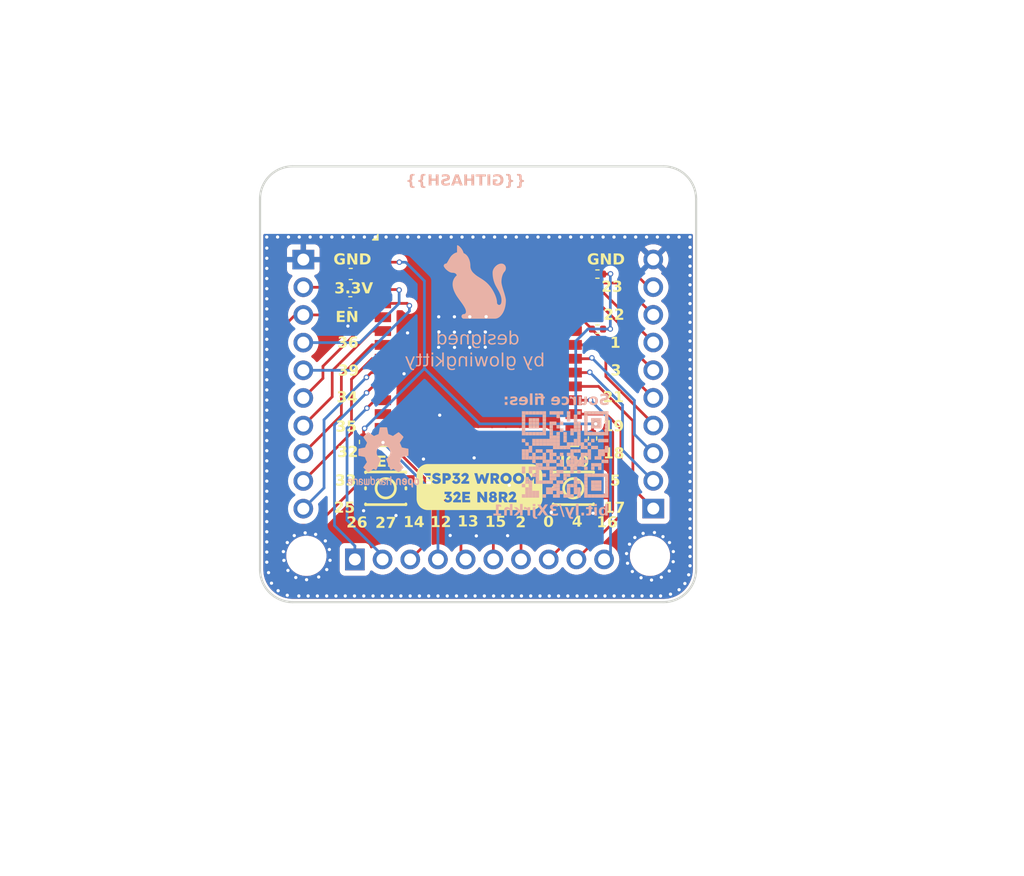
<source format=kicad_pcb>
(kicad_pcb (version 20240108) (generator "pcbnew") (generator_version "8.0")
  (layers (0 "F.Cu" signal) (31 "B.Cu" signal) (34 "B.Paste" user) (35 "F.Paste" user) (36 "B.SilkS" user "B.Silkscreen") (37 "F.SilkS" user "F.Silkscreen") (38 "B.Mask" user) (39 "F.Mask" user) (44 "Edge.Cuts" user))
  (net 0 "")
  (net 1 "io2")
  (net 2 "rx")
  (net 3 "io34")
  (net 4 "scl")
  (net 5 "io32")
  (net 6 "reset")
  (net 7 "ws")
  (net 8 "gnd")
  (net 9 "io27")
  (net 10 "io5")
  (net 11 "io33")
  (net 12 "vcc")
  (net 13 "tms")
  (net 14 "io35")
  (net 15 "tx")
  (net 16 "sd")
  (net 17 "io0")
  (net 18 "tdi")
  (net 19 "io18")
  (net 20 "tck")
  (net 21 "sensor_vp")
  (net 22 "io17")
  (net 23 "io19")
  (net 24 "ic-sck")
  (net 25 "io16")
  (net 26 "sensor_vn")
  (net 27 "ic-sck-1")
  (net 28 "tdo")
  (net 29 "sda")
  (footprint "lib:SW-SMD_4P-L3.7-W3.0-P1.50-LS4.7" (layer "F.Cu") (at 141.59 114.11)
    (property "Reference" "U3" (hide yes))
    (property "Value" "")
  )
  (footprint "lib:R0402" (layer "F.Cu") (at 143.8 94.45)
    (property "Reference" "R2" (hide yes))
    (property "Value" "62.5mW Thick Film Resistors 50V ±100ppm/℃ ±1% 2kΩ 0402  Chip Resistor - Surface Mount ROHS")
  )
  (footprint "lib:R0402" (layer "F.Cu") (at 143.35 109.53 90)
    (property "Reference" "R4" (hide yes))
    (property "Value" "62.5mW Thick Film Resistors 50V ±100ppm/℃ ±1% 100kΩ 0402  Chip Resistor - Surface Mount ROHS")
  )
  (footprint "lib:MountingHole_3.2mm_M3" (layer "F.Cu") (at 117.1 120.31)
    (property "Reference" "U10" (hide yes))
    (property "Value" "")
  )
  (footprint "lib:MountingHole_3.2mm_M3" (layer "F.Cu") (at 117.1 88.8)
    (property "Reference" "U9" (hide yes))
    (property "Value" "")
  )
  (footprint "lib:WIFI-SMD_ESP32-WROOM-32E" (layer "F.Cu") (at 132.87 97.32)
    (property "Reference" "U1" (hide yes))
    (property "Value" "")
  )
  (footprint "lib:MountingHole_3.2mm_M3" (layer "F.Cu") (at 148.62 120.31)
    (property "Reference" "U8" (hide yes))
    (property "Value" "")
  )
  (footprint "lib:C0603" (layer "F.Cu") (at 121.13 97.04)
    (property "Reference" "C2" (hide yes))
    (property "Value" "50V 1uF X5R ±10% 0603  Multilayer Ceramic Capacitors MLCC - SMD/SMT ROHS")
  )
  (footprint "lib:CONN-TH_10P-P2.54_MX128-2.54-10P-GN01-CU-Y-A" (layer "F.Cu") (at 148.92 104.54 90)
    (property "Reference" "U6" (hide yes))
    (property "Value" "")
  )
  (footprint "lib:CONN-TH_10P-P2.54_MX128-2.54-10P-GN01-CU-Y-A" (layer "F.Cu") (at 132.98 120.64)
    (property "Reference" "U5" (hide yes))
    (property "Value" "")
  )
  (footprint "lib:MountingHole_3.2mm_M3" (layer "F.Cu") (at 148.62 88.8)
    (property "Reference" "U7" (hide yes))
    (property "Value" "")
  )
  (footprint "lib:C0603" (layer "F.Cu") (at 121.17 94.44 180)
    (property "Reference" "C1" (hide yes))
    (property "Value" "10V 10uF X5R ±10% 0603  Multilayer Ceramic Capacitors MLCC - SMD/SMT ROHS")
  )
  (footprint "lib:R0402" (layer "F.Cu") (at 122.35 109.86 90)
    (property "Reference" "R3" (hide yes))
    (property "Value" "62.5mW Thick Film Resistors 50V ±100ppm/℃ ±1% 5.1kΩ 0402  Chip Resistor - Surface Mount ROHS")
  )
  (footprint "lib:SW-SMD_4P-L3.7-W3.0-P1.50-LS4.7" (layer "F.Cu") (at 124.38 114.11)
    (property "Reference" "U2" (hide yes))
    (property "Value" "")
  )
  (footprint "lib:R0402" (layer "F.Cu") (at 143.8 99.5)
    (property "Reference" "R1" (hide yes))
    (property "Value" "62.5mW Thick Film Resistors 50V ±100ppm/℃ ±1% 2kΩ 0402  Chip Resistor - Surface Mount ROHS")
  )
  (footprint "lib:CONN-TH_10P-P2.54_MX128-2.54-10P-GN01-CU-Y-A" (layer "F.Cu") (at 116.82 104.55 -90)
    (property "Reference" "U4" (hide yes))
    (property "Value" "")
  )
  (footprint "Symbol:OSHW-Logo2_7.3x6mm_SilkScreen" (layer "B.Cu") (at 124.17 111.27 180)
    (property "Reference" "REF**" (hide yes))
    (property "Value" "OSHW-Logo2_7.3x6mm_SilkScreen" (hide yes))
  )
  (gr_poly (pts (xy 138.450677 113.703387) (xy 138.768346 113.703387) (xy 138.768346 113.385717) (xy 138.450677 113.385717)) (stroke (width -0.000001)) (fill solid) (layer "B.SilkS"))
  (gr_poly (pts (xy 140.674362 114.974064) (xy 140.992031 114.974064) (xy 140.992031 114.656394) (xy 140.674362 114.656394)) (stroke (width -0.000001)) (fill solid) (layer "B.SilkS"))
  (gr_poly (pts (xy 137.497669 114.974064) (xy 137.815338 114.974064) (xy 137.815338 114.656394) (xy 137.497669 114.656394)) (stroke (width -0.000001)) (fill solid) (layer "B.SilkS"))
  (gr_poly (pts (xy 139.403684 109.891355) (xy 139.721354 109.891355) (xy 139.721354 109.573685) (xy 139.403684 109.573685)) (stroke (width -0.000001)) (fill solid) (layer "B.SilkS"))
  (gr_poly (pts (xy 143.851055 114.021056) (xy 144.168724 114.021056) (xy 144.168724 113.703387) (xy 143.851055 113.703387)) (stroke (width -0.000001)) (fill solid) (layer "B.SilkS"))
  (gr_poly (pts (xy 139.721354 113.385717) (xy 140.039023 113.385717) (xy 140.039023 113.068048) (xy 139.721354 113.068048)) (stroke (width -0.000001)) (fill solid) (layer "B.SilkS"))
  (gr_poly (pts (xy 139.721354 109.891355) (xy 140.039023 109.891355) (xy 140.039023 109.573685) (xy 139.721354 109.573685)) (stroke (width -0.000001)) (fill solid) (layer "B.SilkS"))
  (gr_poly (pts (xy 141.62737 112.11504) (xy 141.945039 112.11504) (xy 141.945039 111.797371) (xy 141.62737 111.797371)) (stroke (width -0.000001)) (fill solid) (layer "B.SilkS"))
  (gr_poly (pts (xy 137.815338 111.479701) (xy 138.133007 111.479701) (xy 138.133007 111.162032) (xy 137.815338 111.162032)) (stroke (width -0.000001)) (fill solid) (layer "B.SilkS"))
  (gr_poly (pts (xy 143.215716 108.620678) (xy 143.533386 108.620678) (xy 143.533386 108.303008) (xy 143.215716 108.303008)) (stroke (width -0.000001)) (fill solid) (layer "B.SilkS"))
  (gr_poly (pts (xy 138.768346 113.703387) (xy 139.086015 113.703387) (xy 139.086015 113.385717) (xy 138.768346 113.385717)) (stroke (width -0.000001)) (fill solid) (layer "B.SilkS"))
  (gr_poly (pts (xy 142.580378 110.526693) (xy 142.898047 110.526693) (xy 142.898047 110.209024) (xy 142.580378 110.209024)) (stroke (width -0.000001)) (fill solid) (layer "B.SilkS"))
  (gr_poly (pts (xy 143.851055 113.068048) (xy 144.168724 113.068048) (xy 144.168724 112.750379) (xy 143.851055 112.750379)) (stroke (width -0.000001)) (fill solid) (layer "B.SilkS"))
  (gr_poly (pts (xy 137.815338 113.068048) (xy 138.133007 113.068048) (xy 138.133007 112.750379) (xy 137.815338 112.750379)) (stroke (width -0.000001)) (fill solid) (layer "B.SilkS"))
  (gr_poly (pts (xy 137.497669 114.338725) (xy 137.815338 114.338725) (xy 137.815338 114.021056) (xy 137.497669 114.021056)) (stroke (width -0.000001)) (fill solid) (layer "B.SilkS"))
  (gr_poly (pts (xy 138.133007 111.479701) (xy 138.450677 111.479701) (xy 138.450677 111.162032) (xy 138.133007 111.162032)) (stroke (width -0.000001)) (fill solid) (layer "B.SilkS"))
  (gr_poly (pts (xy 137.18 114.656394) (xy 137.497669 114.656394) (xy 137.497669 114.338725) (xy 137.18 114.338725)) (stroke (width -0.000001)) (fill solid) (layer "B.SilkS"))
  (gr_poly (pts (xy 138.450677 107.35) (xy 138.768346 107.35) (xy 138.768346 107.032331) (xy 138.450677 107.032331)) (stroke (width -0.000001)) (fill solid) (layer "B.SilkS"))
  (gr_poly (pts (xy 144.486394 107.985339) (xy 144.804063 107.985339) (xy 144.804063 107.66767) (xy 144.486394 107.66767)) (stroke (width -0.000001)) (fill solid) (layer "B.SilkS"))
  (gr_poly (pts (xy 137.497669 107.35) (xy 137.815338 107.35) (xy 137.815338 107.032331) (xy 137.497669 107.032331)) (stroke (width -0.000001)) (fill solid) (layer "B.SilkS"))
  (gr_poly (pts (xy 140.674362 109.573685) (xy 140.992031 109.573685) (xy 140.992031 109.256016) (xy 140.674362 109.256016)) (stroke (width -0.000001)) (fill solid) (layer "B.SilkS"))
  (gr_poly (pts (xy 140.992031 107.66767) (xy 141.309701 107.66767) (xy 141.309701 107.35) (xy 140.992031 107.35)) (stroke (width -0.000001)) (fill solid) (layer "B.SilkS"))
  (gr_poly (pts (xy 144.486394 110.526693) (xy 144.804063 110.526693) (xy 144.804063 110.209024) (xy 144.486394 110.209024)) (stroke (width -0.000001)) (fill solid) (layer "B.SilkS"))
  (gr_poly (pts (xy 141.309701 111.479701) (xy 141.62737 111.479701) (xy 141.62737 111.162032) (xy 141.309701 111.162032)) (stroke (width -0.000001)) (fill solid) (layer "B.SilkS"))
  (gr_poly (pts (xy 143.533386 111.479701) (xy 143.851055 111.479701) (xy 143.851055 111.162032) (xy 143.533386 111.162032)) (stroke (width -0.000001)) (fill solid) (layer "B.SilkS"))
  (gr_poly (pts (xy 142.580378 114.656394) (xy 142.898047 114.656394) (xy 142.898047 114.338725) (xy 142.580378 114.338725)) (stroke (width -0.000001)) (fill solid) (layer "B.SilkS"))
  (gr_poly (pts (xy 142.262709 112.11504) (xy 142.580378 112.11504) (xy 142.580378 111.797371) (xy 142.262709 111.797371)) (stroke (width -0.000001)) (fill solid) (layer "B.SilkS"))
  (gr_poly (pts (xy 138.768346 107.35) (xy 139.086015 107.35) (xy 139.086015 107.032331) (xy 138.768346 107.032331)) (stroke (width -0.000001)) (fill solid) (layer "B.SilkS"))
  (gr_poly (pts (xy 139.403684 111.797371) (xy 139.721354 111.797371) (xy 139.721354 111.479701) (xy 139.403684 111.479701)) (stroke (width -0.000001)) (fill solid) (layer "B.SilkS"))
  (gr_poly (pts (xy 137.497669 114.021056) (xy 137.815338 114.021056) (xy 137.815338 113.703387) (xy 137.497669 113.703387)) (stroke (width -0.000001)) (fill solid) (layer "B.SilkS"))
  (gr_poly (pts (xy 141.945039 108.303008) (xy 142.262709 108.303008) (xy 142.262709 107.985339) (xy 141.945039 107.985339)) (stroke (width -0.000001)) (fill solid) (layer "B.SilkS"))
  (gr_poly (pts (xy 139.403684 109.256016) (xy 139.721354 109.256016) (xy 139.721354 108.938347) (xy 139.403684 108.938347)) (stroke (width -0.000001)) (fill solid) (layer "B.SilkS"))
  (gr_poly (pts (xy 139.086015 110.844363) (xy 139.403684 110.844363) (xy 139.403684 110.526693) (xy 139.086015 110.526693)) (stroke (width -0.000001)) (fill solid) (layer "B.SilkS"))
  (gr_poly (pts (xy 143.851055 109.256016) (xy 144.168724 109.256016) (xy 144.168724 108.938347) (xy 143.851055 108.938347)) (stroke (width -0.000001)) (fill solid) (layer "B.SilkS"))
  (gr_poly (pts (xy 143.533386 107.985339) (xy 143.851055 107.985339) (xy 143.851055 107.66767) (xy 143.533386 107.66767)) (stroke (width -0.000001)) (fill solid) (layer "B.SilkS"))
  (gr_poly (pts (xy 138.450677 110.844363) (xy 138.768346 110.844363) (xy 138.768346 110.526693) (xy 138.450677 110.526693)) (stroke (width -0.000001)) (fill solid) (layer "B.SilkS"))
  (gr_poly (pts (xy 138.768346 111.479701) (xy 139.086015 111.479701) (xy 139.086015 111.162032) (xy 138.768346 111.162032)) (stroke (width -0.000001)) (fill solid) (layer "B.SilkS"))
  (gr_poly (pts (xy 142.580378 108.303008) (xy 142.898047 108.303008) (xy 142.898047 107.985339) (xy 142.580378 107.985339)) (stroke (width -0.000001)) (fill solid) (layer "B.SilkS"))
  (gr_poly (pts (xy 142.898047 110.844363) (xy 143.215716 110.844363) (xy 143.215716 110.526693) (xy 142.898047 110.526693)) (stroke (width -0.000001)) (fill solid) (layer "B.SilkS"))
  (gr_poly (pts (xy 140.039023 108.620678) (xy 140.356693 108.620678) (xy 140.356693 108.303008) (xy 140.039023 108.303008)) (stroke (width -0.000001)) (fill solid) (layer "B.SilkS"))
  (gr_poly (pts (xy 141.62737 108.303008) (xy 141.945039 108.303008) (xy 141.945039 107.985339) (xy 141.62737 107.985339)) (stroke (width -0.000001)) (fill solid) (layer "B.SilkS"))
  (gr_poly (pts (xy 136.86233 109.256016) (xy 137.18 109.256016) (xy 137.18 108.938347) (xy 136.86233 108.938347)) (stroke (width -0.000001)) (fill solid) (layer "B.SilkS"))
  (gr_poly (pts (xy 137.497669 109.256016) (xy 137.815338 109.256016) (xy 137.815338 108.938347) (xy 137.497669 108.938347)) (stroke (width -0.000001)) (fill solid) (layer "B.SilkS"))
  (gr_poly (pts (xy 138.768346 114.974064) (xy 139.086015 114.974064) (xy 139.086015 114.656394) (xy 138.768346 114.656394)) (stroke (width -0.000001)) (fill solid) (layer "B.SilkS"))
  (gr_poly (pts (xy 142.580378 107.66767) (xy 142.898047 107.66767) (xy 142.898047 107.35) (xy 142.580378 107.35)) (stroke (width -0.000001)) (fill solid) (layer "B.SilkS"))
  (gr_poly (pts (xy 144.168724 113.068048) (xy 144.486394 113.068048) (xy 144.486394 112.750379) (xy 144.168724 112.750379)) (stroke (width -0.000001)) (fill solid) (layer "B.SilkS"))
  (gr_poly (pts (xy 137.497669 108.303008) (xy 137.815338 108.303008) (xy 137.815338 107.985339) (xy 137.497669 107.985339)) (stroke (width -0.000001)) (fill solid) (layer "B.SilkS"))
  (gr_poly (pts (xy 144.486394 113.385717) (xy 144.804063 113.385717) (xy 144.804063 113.068048) (xy 144.486394 113.068048)) (stroke (width -0.000001)) (fill solid) (layer "B.SilkS"))
  (gr_poly (pts (xy 139.086015 111.797371) (xy 139.403684 111.797371) (xy 139.403684 111.479701) (xy 139.086015 111.479701)) (stroke (width -0.000001)) (fill solid) (layer "B.SilkS"))
  (gr_poly (pts (xy 141.945039 112.11504) (xy 142.262709 112.11504) (xy 142.262709 111.797371) (xy 141.945039 111.797371)) (stroke (width -0.000001)) (fill solid) (layer "B.SilkS"))
  (gr_poly (pts (xy 144.486394 113.703387) (xy 144.804063 113.703387) (xy 144.804063 113.385717) (xy 144.486394 113.385717)) (stroke (width -0.000001)) (fill solid) (layer "B.SilkS"))
  (gr_poly (pts (xy 139.721354 114.021056) (xy 140.039023 114.021056) (xy 140.039023 113.703387) (xy 139.721354 113.703387)) (stroke (width -0.000001)) (fill solid) (layer "B.SilkS"))
  (gr_poly (pts (xy 140.992031 114.974064) (xy 141.309701 114.974064) (xy 141.309701 114.656394) (xy 140.992031 114.656394)) (stroke (width -0.000001)) (fill solid) (layer "B.SilkS"))
  (gr_poly (pts (xy 139.721354 108.303008) (xy 140.039023 108.303008) (xy 140.039023 107.985339) (xy 139.721354 107.985339)) (stroke (width -0.000001)) (fill solid) (layer "B.SilkS"))
  (gr_poly (pts (xy 140.992031 110.526693) (xy 141.309701 110.526693) (xy 141.309701 110.209024) (xy 140.992031 110.209024)) (stroke (width -0.000001)) (fill solid) (layer "B.SilkS"))
  (gr_poly (pts (xy 143.851055 110.844363) (xy 144.168724 110.844363) (xy 144.168724 110.526693) (xy 143.851055 110.526693)) (stroke (width -0.000001)) (fill solid) (layer "B.SilkS"))
  (gr_poly (pts (xy 137.815338 114.656394) (xy 138.133007 114.656394) (xy 138.133007 114.338725) (xy 137.815338 114.338725)) (stroke (width -0.000001)) (fill solid) (layer "B.SilkS"))
  (gr_poly (pts (xy 143.851055 112.11504) (xy 144.168724 112.11504) (xy 144.168724 111.797371) (xy 143.851055 111.797371)) (stroke (width -0.000001)) (fill solid) (layer "B.SilkS"))
  (gr_poly (pts (xy 140.992031 107.985339) (xy 141.309701 107.985339) (xy 141.309701 107.66767) (xy 140.992031 107.66767)) (stroke (width -0.000001)) (fill solid) (layer "B.SilkS"))
  (gr_poly (pts (xy 139.403684 108.620678) (xy 139.721354 108.620678) (xy 139.721354 108.303008) (xy 139.403684 108.303008)) (stroke (width -0.000001)) (fill solid) (layer "B.SilkS"))
  (gr_poly (pts (xy 136.86233 107.35) (xy 137.18 107.35) (xy 137.18 107.032331) (xy 136.86233 107.032331)) (stroke (width -0.000001)) (fill solid) (layer "B.SilkS"))
  (gr_poly (pts (xy 136.86233 110.844363) (xy 137.18 110.844363) (xy 137.18 110.526693) (xy 136.86233 110.526693)) (stroke (width -0.000001)) (fill solid) (layer "B.SilkS"))
  (gr_poly (pts (xy 144.486394 110.844363) (xy 144.804063 110.844363) (xy 144.804063 110.526693) (xy 144.486394 110.526693)) (stroke (width -0.000001)) (fill solid) (layer "B.SilkS"))
  (gr_poly (pts (xy 140.992031 114.338725) (xy 141.309701 114.338725) (xy 141.309701 114.021056) (xy 140.992031 114.021056)) (stroke (width -0.000001)) (fill solid) (layer "B.SilkS"))
  (gr_poly (pts (xy 142.580378 111.162032) (xy 142.898047 111.162032) (xy 142.898047 110.844363) (xy 142.580378 110.844363)) (stroke (width -0.000001)) (fill solid) (layer "B.SilkS"))
  (gr_poly (pts (xy 138.133007 112.43271) (xy 138.450677 112.43271) (xy 138.450677 112.11504) (xy 138.133007 112.11504)) (stroke (width -0.000001)) (fill solid) (layer "B.SilkS"))
  (gr_poly (pts (xy 142.898047 109.256016) (xy 143.215716 109.256016) (xy 143.215716 108.938347) (xy 142.898047 108.938347)) (stroke (width -0.000001)) (fill solid) (layer "B.SilkS"))
  (gr_poly (pts (xy 140.356693 111.797371) (xy 140.674362 111.797371) (xy 140.674362 111.479701) (xy 140.356693 111.479701)) (stroke (width -0.000001)) (fill solid) (layer "B.SilkS"))
  (gr_poly (pts (xy 140.356693 110.526693) (xy 140.674362 110.526693) (xy 140.674362 110.209024) (xy 140.356693 110.209024)) (stroke (width -0.000001)) (fill solid) (layer "B.SilkS"))
  (gr_poly (pts (xy 139.086015 112.43271) (xy 139.403684 112.43271) (xy 139.403684 112.11504) (xy 139.086015 112.11504)) (stroke (width -0.000001)) (fill solid) (layer "B.SilkS"))
  (gr_poly (pts (xy 142.580378 113.385717) (xy 142.898047 113.385717) (xy 142.898047 113.068048) (xy 142.580378 113.068048)) (stroke (width -0.000001)) (fill solid) (layer "B.SilkS"))
  (gr_poly (pts (xy 139.403684 114.338725) (xy 139.721354 114.338725) (xy 139.721354 114.021056) (xy 139.403684 114.021056)) (stroke (width -0.000001)) (fill solid) (layer "B.SilkS"))
  (gr_poly (pts (xy 138.133007 109.256016) (xy 138.450677 109.256016) (xy 138.450677 108.938347) (xy 138.133007 108.938347)) (stroke (width -0.000001)) (fill solid) (layer "B.SilkS"))
  (gr_poly (pts (xy 139.403684 111.479701) (xy 139.721354 111.479701) (xy 139.721354 111.162032) (xy 139.403684 111.162032)) (stroke (width -0.000001)) (fill solid) (layer "B.SilkS"))
  (gr_poly (pts (xy 138.768346 108.303008) (xy 139.086015 108.303008) (xy 139.086015 107.985339) (xy 138.768346 107.985339)) (stroke (width -0.000001)) (fill solid) (layer "B.SilkS"))
  (gr_poly (pts (xy 141.309701 111.162032) (xy 141.62737 111.162032) (xy 141.62737 110.844363) (xy 141.309701 110.844363)) (stroke (width -0.000001)) (fill solid) (layer "B.SilkS"))
  (gr_poly (pts (xy 141.309701 111.797371) (xy 141.62737 111.797371) (xy 141.62737 111.479701) (xy 141.309701 111.479701)) (stroke (width -0.000001)) (fill solid) (layer "B.SilkS"))
  (gr_poly (pts (xy 139.403684 113.068048) (xy 139.721354 113.068048) (xy 139.721354 112.750379) (xy 139.403684 112.750379)) (stroke (width -0.000001)) (fill solid) (layer "B.SilkS"))
  (gr_poly (pts (xy 142.262709 110.209024) (xy 142.580378 110.209024) (xy 142.580378 109.891355) (xy 142.262709 109.891355)) (stroke (width -0.000001)) (fill solid) (layer "B.SilkS"))
  (gr_poly (pts (xy 137.18 113.385717) (xy 137.497669 113.385717) (xy 137.497669 113.068048) (xy 137.18 113.068048)) (stroke (width -0.000001)) (fill solid) (layer "B.SilkS"))
  (gr_poly (pts (xy 140.992031 111.797371) (xy 141.309701 111.797371) (xy 141.309701 111.479701) (xy 140.992031 111.479701)) (stroke (width -0.000001)) (fill solid) (layer "B.SilkS"))
  (gr_poly (pts (xy 140.992031 114.021056) (xy 141.309701 114.021056) (xy 141.309701 113.703387) (xy 140.992031 113.703387)) (stroke (width -0.000001)) (fill solid) (layer "B.SilkS"))
  (gr_poly (pts (xy 140.039023 114.338725) (xy 140.356693 114.338725) (xy 140.356693 114.021056) (xy 140.039023 114.021056)) (stroke (width -0.000001)) (fill solid) (layer "B.SilkS"))
  (gr_poly (pts (xy 141.62737 110.209024) (xy 141.945039 110.209024) (xy 141.945039 109.891355) (xy 141.62737 109.891355)) (stroke (width -0.000001)) (fill solid) (layer "B.SilkS"))
  (gr_poly (pts (xy 138.450677 109.256016) (xy 138.768346 109.256016) (xy 138.768346 108.938347) (xy 138.450677 108.938347)) (stroke (width -0.000001)) (fill solid) (layer "B.SilkS"))
  (gr_poly (pts (xy 140.356693 108.303008) (xy 140.674362 108.303008) (xy 140.674362 107.985339) (xy 140.356693 107.985339)) (stroke (width -0.000001)) (fill solid) (layer "B.SilkS"))
  (gr_poly (pts (xy 140.674362 110.526693) (xy 140.992031 110.526693) (xy 140.992031 110.209024) (xy 140.674362 110.209024)) (stroke (width -0.000001)) (fill solid) (layer "B.SilkS"))
  (gr_poly (pts (xy 141.309701 114.974064) (xy 141.62737 114.974064) (xy 141.62737 114.656394) (xy 141.309701 114.656394)) (stroke (width -0.000001)) (fill solid) (layer "B.SilkS"))
  (gr_poly (pts (xy 137.815338 108.620678) (xy 138.133007 108.620678) (xy 138.133007 108.303008) (xy 137.815338 108.303008)) (stroke (width -0.000001)) (fill solid) (layer "B.SilkS"))
  (gr_poly (pts (xy 140.039023 114.021056) (xy 140.356693 114.021056) (xy 140.356693 113.703387) (xy 140.039023 113.703387)) (stroke (width -0.000001)) (fill solid) (layer "B.SilkS"))
  (gr_poly (pts (xy 139.721354 114.338725) (xy 140.039023 114.338725) (xy 140.039023 114.021056) (xy 139.721354 114.021056)) (stroke (width -0.000001)) (fill solid) (layer "B.SilkS"))
  (gr_poly (pts (xy 143.851055 114.338725) (xy 144.168724 114.338725) (xy 144.168724 114.021056) (xy 143.851055 114.021056)) (stroke (width -0.000001)) (fill solid) (layer "B.SilkS"))
  (gr_poly (pts (xy 144.168724 107.35) (xy 144.486394 107.35) (xy 144.486394 107.032331) (xy 144.168724 107.032331)) (stroke (width -0.000001)) (fill solid) (layer "B.SilkS"))
  (gr_poly (pts (xy 141.62737 108.938347) (xy 141.945039 108.938347) (xy 141.945039 108.620678) (xy 141.62737 108.620678)) (stroke (width -0.000001)) (fill solid) (layer "B.SilkS"))
  (gr_poly (pts (xy 137.497669 113.703387) (xy 137.815338 113.703387) (xy 137.815338 113.385717) (xy 137.497669 113.385717)) (stroke (width -0.000001)) (fill solid) (layer "B.SilkS"))
  (gr_poly (pts (xy 139.086015 112.11504) (xy 139.403684 112.11504) (xy 139.403684 111.797371) (xy 139.086015 111.797371)) (stroke (width -0.000001)) (fill solid) (layer "B.SilkS"))
  (gr_poly (pts (xy 137.18 110.209024) (xy 137.497669 110.209024) (xy 137.497669 109.891355) (xy 137.18 109.891355)) (stroke (width -0.000001)) (fill solid) (layer "B.SilkS"))
  (gr_poly (pts (xy 139.403684 107.35) (xy 139.721354 107.35) (xy 139.721354 107.032331) (xy 139.403684 107.032331)) (stroke (width -0.000001)) (fill solid) (layer "B.SilkS"))
  (gr_poly (pts (xy 143.533386 108.303008) (xy 143.851055 108.303008) (xy 143.851055 107.985339) (xy 143.533386 107.985339)) (stroke (width -0.000001)) (fill solid) (layer "B.SilkS"))
  (gr_poly (pts (xy 136.86233 111.162032) (xy 137.18 111.162032) (xy 137.18 110.844363) (xy 136.86233 110.844363)) (stroke (width -0.000001)) (fill solid) (layer "B.SilkS"))
  (gr_poly (pts (xy 143.215716 110.526693) (xy 143.533386 110.526693) (xy 143.533386 110.209024) (xy 143.215716 110.209024)) (stroke (width -0.000001)) (fill solid) (layer "B.SilkS"))
  (gr_poly (pts (xy 144.486394 107.35) (xy 144.804063 107.35) (xy 144.804063 107.032331) (xy 144.486394 107.032331)) (stroke (width -0.000001)) (fill solid) (layer "B.SilkS"))
  (gr_poly (pts (xy 140.039023 109.891355) (xy 140.356693 109.891355) (xy 140.356693 109.573685) (xy 140.039023 109.573685)) (stroke (width -0.000001)) (fill solid) (layer "B.SilkS"))
  (gr_poly (pts (xy 140.039023 110.526693) (xy 140.356693 110.526693) (xy 140.356693 110.209024) (xy 140.039023 110.209024)) (stroke (width -0.000001)) (fill solid) (layer "B.SilkS"))
  (gr_poly (pts (xy 138.768346 107.66767) (xy 139.086015 107.66767) (xy 139.086015 107.35) (xy 138.768346 107.35)) (stroke (width -0.000001)) (fill solid) (layer "B.SilkS"))
  (gr_poly (pts (xy 141.945039 114.656394) (xy 142.262709 114.656394) (xy 142.262709 114.338725) (xy 141.945039 114.338725)) (stroke (width -0.000001)) (fill solid) (layer "B.SilkS"))
  (gr_poly (pts (xy 139.086015 114.338725) (xy 139.403684 114.338725) (xy 139.403684 114.021056) (xy 139.086015 114.021056)) (stroke (width -0.000001)) (fill solid) (layer "B.SilkS"))
  (gr_poly (pts (xy 138.768346 109.891355) (xy 139.086015 109.891355) (xy 139.086015 109.573685) (xy 138.768346 109.573685)) (stroke (width -0.000001)) (fill solid) (layer "B.SilkS"))
  (gr_poly (pts (xy 137.497669 108.620678) (xy 137.815338 108.620678) (xy 137.815338 108.303008) (xy 137.497669 108.303008)) (stroke (width -0.000001)) (fill solid) (layer "B.SilkS"))
  (gr_poly (pts (xy 138.133007 109.891355) (xy 138.450677 109.891355) (xy 138.450677 109.573685) (xy 138.133007 109.573685)) (stroke (width -0.000001)) (fill solid) (layer "B.SilkS"))
  (gr_poly (pts (xy 143.533386 109.256016) (xy 143.851055 109.256016) (xy 143.851055 108.938347) (xy 143.533386 108.938347)) (stroke (width -0.000001)) (fill solid) (layer "B.SilkS"))
  (gr_poly (pts (xy 140.356693 114.656394) (xy 140.674362 114.656394) (xy 140.674362 114.338725) (xy 140.356693 114.338725)) (stroke (width -0.000001)) (fill solid) (layer "B.SilkS"))
  (gr_poly (pts (xy 141.945039 109.256016) (xy 142.262709 109.256016) (xy 142.262709 108.938347) (xy 141.945039 108.938347)) (stroke (width -0.000001)) (fill solid) (layer "B.SilkS"))
  (gr_poly (pts (xy 141.945039 109.573685) (xy 142.262709 109.573685) (xy 142.262709 109.256016) (xy 141.945039 109.256016)) (stroke (width -0.000001)) (fill solid) (layer "B.SilkS"))
  (gr_poly (pts (xy 140.039023 112.750379) (xy 140.356693 112.750379) (xy 140.356693 112.43271) (xy 140.039023 112.43271)) (stroke (width -0.000001)) (fill solid) (layer "B.SilkS"))
  (gr_poly (pts (xy 144.486394 109.256016) (xy 144.804063 109.256016) (xy 144.804063 108.938347) (xy 144.486394 108.938347)) (stroke (width -0.000001)) (fill solid) (layer "B.SilkS"))
  (gr_poly (pts (xy 137.815338 107.35) (xy 138.133007 107.35) (xy 138.133007 107.032331) (xy 137.815338 107.032331)) (stroke (width -0.000001)) (fill solid) (layer "B.SilkS"))
  (gr_poly (pts (xy 142.898047 110.209024) (xy 143.215716 110.209024) (xy 143.215716 109.891355) (xy 142.898047 109.891355)) (stroke (width -0.000001)) (fill solid) (layer "B.SilkS"))
  (gr_poly (pts (xy 138.450677 109.891355) (xy 138.768346 109.891355) (xy 138.768346 109.573685) (xy 138.450677 109.573685)) (stroke (width -0.000001)) (fill solid) (layer "B.SilkS"))
  (gr_poly (pts (xy 137.815338 111.162032) (xy 138.133007 111.162032) (xy 138.133007 110.844363) (xy 137.815338 110.844363)) (stroke (width -0.000001)) (fill solid) (layer "B.SilkS"))
  (gr_poly (pts (xy 136.86233 112.43271) (xy 137.18 112.43271) (xy 137.18 112.11504) (xy 136.86233 112.11504)) (stroke (width -0.000001)) (fill solid) (layer "B.SilkS"))
  (gr_poly (pts (xy 140.992031 114.656394) (xy 141.309701 114.656394) (xy 141.309701 114.338725) (xy 140.992031 114.338725)) (stroke (width -0.000001)) (fill solid) (layer "B.SilkS"))
  (gr_poly (pts (xy 138.768346 113.068048) (xy 139.086015 113.068048) (xy 139.086015 112.750379) (xy 138.768346 112.750379)) (stroke (width -0.000001)) (fill solid) (layer "B.SilkS"))
  (gr_poly (pts (xy 139.086015 110.209024) (xy 139.403684 110.209024) (xy 139.403684 109.891355) (xy 139.086015 109.891355)) (stroke (width -0.000001)) (fill solid) (layer "B.SilkS"))
  (gr_poly (pts (xy 139.721354 111.162032) (xy 140.039023 111.162032) (xy 140.039023 110.844363) (xy 139.721354 110.844363)) (stroke (width -0.000001)) (fill solid) (layer "B.SilkS"))
  (gr_poly (pts (xy 139.721354 111.797371) (xy 140.039023 111.797371) (xy 140.039023 111.479701) (xy 139.721354 111.479701)) (stroke (width -0.000001)) (fill solid) (layer "B.SilkS"))
  (gr_poly (pts (xy 137.497669 110.526693) (xy 137.815338 110.526693) (xy 137.815338 110.209024) (xy 137.497669 110.209024)) (stroke (width -0.000001)) (fill solid) (layer "B.SilkS"))
  (gr_poly (pts (xy 140.039023 114.974064) (xy 140.356693 114.974064) (xy 140.356693 114.656394) (xy 140.039023 114.656394)) (stroke (width -0.000001)) (fill solid) (layer "B.SilkS"))
  (gr_poly (pts (xy 137.18 111.479701) (xy 137.497669 111.479701) (xy 137.497669 111.162032) (xy 137.18 111.162032)) (stroke (width -0.000001)) (fill solid) (layer "B.SilkS"))
  (gr_poly (pts (xy 144.168724 109.256016) (xy 144.486394 109.256016) (xy 144.486394 108.938347) (xy 144.168724 108.938347)) (stroke (width -0.000001)) (fill solid) (layer "B.SilkS"))
  (gr_poly (pts (xy 143.215716 112.11504) (xy 143.533386 112.11504) (xy 143.533386 111.797371) (xy 143.215716 111.797371)) (stroke (width -0.000001)) (fill solid) (layer "B.SilkS"))
  (gr_poly (pts (xy 137.18 114.974064) (xy 137.497669 114.974064) (xy 137.497669 114.656394) (xy 137.18 114.656394)) (stroke (width -0.000001)) (fill solid) (layer "B.SilkS"))
  (gr_poly (pts (xy 144.486394 114.656394) (xy 144.804063 114.656394) (xy 144.804063 114.338725) (xy 144.486394 114.338725)) (stroke (width -0.000001)) (fill solid) (layer "B.SilkS"))
  (gr_poly (pts (xy 140.039023 111.479701) (xy 140.356693 111.479701) (xy 140.356693 111.162032) (xy 140.039023 111.162032)) (stroke (width -0.000001)) (fill solid) (layer "B.SilkS"))
  (gr_poly (pts (xy 139.403684 108.303008) (xy 139.721354 108.303008) (xy 139.721354 107.985339) (xy 139.403684 107.985339)) (stroke (width -0.000001)) (fill solid) (layer "B.SilkS"))
  (gr_poly (pts (xy 144.168724 111.162032) (xy 144.486394 111.162032) (xy 144.486394 110.844363) (xy 144.168724 110.844363)) (stroke (width -0.000001)) (fill solid) (layer "B.SilkS"))
  (gr_poly (pts (xy 141.62737 113.385717) (xy 141.945039 113.385717) (xy 141.945039 113.068048) (xy 141.62737 113.068048)) (stroke (width -0.000001)) (fill solid) (layer "B.SilkS"))
  (gr_poly (pts (xy 138.133007 113.385717) (xy 138.450677 113.385717) (xy 138.450677 113.068048) (xy 138.133007 113.068048)) (stroke (width -0.000001)) (fill solid) (layer "B.SilkS"))
  (gr_poly (pts (xy 136.86233 107.66767) (xy 137.18 107.66767) (xy 137.18 107.35) (xy 136.86233 107.35)) (stroke (width -0.000001)) (fill solid) (layer "B.SilkS"))
  (gr_poly (pts (xy 139.403684 113.703387) (xy 139.721354 113.703387) (xy 139.721354 113.385717) (xy 139.403684 113.385717)) (stroke (width -0.000001)) (fill solid) (layer "B.SilkS"))
  (gr_poly (pts (xy 138.133007 114.974064) (xy 138.450677 114.974064) (xy 138.450677 114.656394) (xy 138.133007 114.656394)) (stroke (width -0.000001)) (fill solid) (layer "B.SilkS"))
  (gr_poly (pts (xy 141.309701 112.43271) (xy 141.62737 112.43271) (xy 141.62737 112.11504) (xy 141.309701 112.11504)) (stroke (width -0.000001)) (fill solid) (layer "B.SilkS"))
  (gr_poly (pts (xy 141.62737 109.891355) (xy 141.945039 109.891355) (xy 141.945039 109.573685) (xy 141.62737 109.573685)) (stroke (width -0.000001)) (fill solid) (layer "B.SilkS"))
  (gr_poly (pts (xy 141.945039 112.750379) (xy 142.262709 112.750379) (xy 142.262709 112.43271) (xy 141.945039 112.43271)) (stroke (width -0.000001)) (fill solid) (layer "B.SilkS"))
  (gr_poly (pts (xy 138.450677 112.43271) (xy 138.768346 112.43271) (xy 138.768346 112.11504) (xy 138.450677 112.11504)) (stroke (width -0.000001)) (fill solid) (layer "B.SilkS"))
  (gr_poly (pts (xy 136.86233 108.303008) (xy 137.18 108.303008) (xy 137.18 107.985339) (xy 136.86233 107.985339)) (stroke (width -0.000001)) (fill solid) (layer "B.SilkS"))
  (gr_poly (pts (xy 141.62737 107.985339) (xy 141.945039 107.985339) (xy 141.945039 107.66767) (xy 141.62737 107.66767)) (stroke (width -0.000001)) (fill solid) (layer "B.SilkS"))
  (gr_poly (pts (xy 140.039023 109.256016) (xy 140.356693 109.256016) (xy 140.356693 108.938347) (xy 140.039023 108.938347)) (stroke (width -0.000001)) (fill solid) (layer "B.SilkS"))
  (gr_poly (pts (xy 139.721354 113.068048) (xy 140.039023 113.068048) (xy 140.039023 112.750379) (xy 139.721354 112.750379)) (stroke (width -0.000001)) (fill solid) (layer "B.SilkS"))
  (gr_poly (pts (xy 143.851055 109.891355) (xy 144.168724 109.891355) (xy 144.168724 109.573685) (xy 143.851055 109.573685)) (stroke (width -0.000001)) (fill solid) (layer "B.SilkS"))
  (gr_poly (pts (xy 142.898047 113.068048) (xy 143.215716 113.068048) (xy 143.215716 112.750379) (xy 142.898047 112.750379)) (stroke (width -0.000001)) (fill solid) (layer "B.SilkS"))
  (gr_poly (pts (xy 138.133007 112.750379) (xy 138.450677 112.750379) (xy 138.450677 112.43271) (xy 138.133007 112.43271)) (stroke (width -0.000001)) (fill solid) (layer "B.SilkS"))
  (gr_poly (pts (xy 143.851055 107.35) (xy 144.168724 107.35) (xy 144.168724 107.032331) (xy 143.851055 107.032331)) (stroke (width -0.000001)) (fill solid) (layer "B.SilkS"))
  (gr_poly (pts (xy 137.497669 107.985339) (xy 137.815338 107.985339) (xy 137.815338 107.66767) (xy 137.497669 107.66767)) (stroke (width -0.000001)) (fill solid) (layer "B.SilkS"))
  (gr_poly (pts (xy 139.721354 114.974064) (xy 140.039023 114.974064) (xy 140.039023 114.656394) (xy 139.721354 114.656394)) (stroke (width -0.000001)) (fill solid) (layer "B.SilkS"))
  (gr_poly (pts (xy 138.768346 107.985339) (xy 139.086015 107.985339) (xy 139.086015 107.66767) (xy 138.768346 107.66767)) (stroke (width -0.000001)) (fill solid) (layer "B.SilkS"))
  (gr_poly (pts (xy 137.18 114.338725) (xy 137.497669 114.338725) (xy 137.497669 114.021056) (xy 137.18 114.021056)) (stroke (width -0.000001)) (fill solid) (layer "B.SilkS"))
  (gr_poly (pts (xy 138.133007 114.656394) (xy 138.450677 114.656394) (xy 138.450677 114.338725) (xy 138.133007 114.338725)) (stroke (width -0.000001)) (fill solid) (layer "B.SilkS"))
  (gr_poly (pts (xy 144.486394 114.974064) (xy 144.804063 114.974064) (xy 144.804063 114.656394) (xy 144.486394 114.656394)) (stroke (width -0.000001)) (fill solid) (layer "B.SilkS"))
  (gr_poly (pts (xy 138.768346 108.620678) (xy 139.086015 108.620678) (xy 139.086015 108.303008) (xy 138.768346 108.303008)) (stroke (width -0.000001)) (fill solid) (layer "B.SilkS"))
  (gr_poly (pts (xy 143.533386 113.703387) (xy 143.851055 113.703387) (xy 143.851055 113.385717) (xy 143.533386 113.385717)) (stroke (width -0.000001)) (fill solid) (layer "B.SilkS"))
  (gr_poly (pts (xy 142.262709 111.479701) (xy 142.580378 111.479701) (xy 142.580378 111.162032) (xy 142.262709 111.162032)) (stroke (width -0.000001)) (fill solid) (layer "B.SilkS"))
  (gr_poly (pts (xy 138.768346 112.43271) (xy 139.086015 112.43271) (xy 139.086015 112.11504) (xy 138.768346 112.11504)) (stroke (width -0.000001)) (fill solid) (layer "B.SilkS"))
  (gr_poly (pts (xy 136.86233 114.021056) (xy 137.18 114.021056) (xy 137.18 113.703387) (xy 136.86233 113.703387)) (stroke (width -0.000001)) (fill solid) (layer "B.SilkS"))
  (gr_poly (pts (xy 143.215716 113.068048) (xy 143.533386 113.068048) (xy 143.533386 112.750379) (xy 143.215716 112.750379)) (stroke (width -0.000001)) (fill solid) (layer "B.SilkS"))
  (gr_poly (pts (xy 144.486394 109.891355) (xy 144.804063 109.891355) (xy 144.804063 109.573685) (xy 144.486394 109.573685)) (stroke (width -0.000001)) (fill solid) (layer "B.SilkS"))
  (gr_poly (pts (xy 141.945039 108.620678) (xy 142.262709 108.620678) (xy 142.262709 108.303008) (xy 141.945039 108.303008)) (stroke (width -0.000001)) (fill solid) (layer "B.SilkS"))
  (gr_poly (pts (xy 139.403684 113.385717) (xy 139.721354 113.385717) (xy 139.721354 113.068048) (xy 139.403684 113.068048)) (stroke (width -0.000001)) (fill solid) (layer "B.SilkS"))
  (gr_poly (pts (xy 143.215716 107.985339) (xy 143.533386 107.985339) (xy 143.533386 107.66767) (xy 143.215716 107.66767)) (stroke (width -0.000001)) (fill solid) (layer "B.SilkS"))
  (gr_poly (pts (xy 137.815338 107.985339) (xy 138.133007 107.985339) (xy 138.133007 107.66767) (xy 137.815338 107.66767)) (stroke (width -0.000001)) (fill solid) (layer "B.SilkS"))
  (gr_poly (pts (xy 143.215716 114.974064) (xy 143.533386 114.974064) (xy 143.533386 114.656394) (xy 143.215716 114.656394)) (stroke (width -0.000001)) (fill solid) (layer "B.SilkS"))
  (gr_poly (pts (xy 142.262709 111.797371) (xy 142.580378 111.797371) (xy 142.580378 111.479701) (xy 142.262709 111.479701)) (stroke (width -0.000001)) (fill solid) (layer "B.SilkS"))
  (gr_poly (pts (xy 138.768346 111.797371) (xy 139.086015 111.797371) (xy 139.086015 111.479701) (xy 138.768346 111.479701)) (stroke (width -0.000001)) (fill solid) (layer "B.SilkS"))
  (gr_poly (pts (xy 139.403684 110.209024) (xy 139.721354 110.209024) (xy 139.721354 109.891355) (xy 139.403684 109.891355)) (stroke (width -0.000001)) (fill solid) (layer "B.SilkS"))
  (gr_poly (pts (xy 137.815338 111.797371) (xy 138.133007 111.797371) (xy 138.133007 111.479701) (xy 137.815338 111.479701)) (stroke (width -0.000001)) (fill solid) (layer "B.SilkS"))
  (gr_poly (pts (xy 142.580378 108.620678) (xy 142.898047 108.620678) (xy 142.898047 108.303008) (xy 142.580378 108.303008)) (stroke (width -0.000001)) (fill solid) (layer "B.SilkS"))
  (gr_poly (pts (xy 140.039023 109.573685) (xy 140.356693 109.573685) (xy 140.356693 109.256016) (xy 140.039023 109.256016)) (stroke (width -0.000001)) (fill solid) (layer "B.SilkS"))
  (gr_poly (pts (xy 141.62737 111.797371) (xy 141.945039 111.797371) (xy 141.945039 111.479701) (xy 141.62737 111.479701)) (stroke (width -0.000001)) (fill solid) (layer "B.SilkS"))
  (gr_poly (pts (xy 137.815338 110.209024) (xy 138.133007 110.209024) (xy 138.133007 109.891355) (xy 137.815338 109.891355)) (stroke (width -0.000001)) (fill solid) (layer "B.SilkS"))
  (gr_poly (pts (xy 138.768346 109.256016) (xy 139.086015 109.256016) (xy 139.086015 108.938347) (xy 138.768346 108.938347)) (stroke (width -0.000001)) (fill solid) (layer "B.SilkS"))
  (gr_poly (pts (xy 143.851055 111.162032) (xy 144.168724 111.162032) (xy 144.168724 110.844363) (xy 143.851055 110.844363)) (stroke (width -0.000001)) (fill solid) (layer "B.SilkS"))
  (gr_poly (pts (xy 142.580378 113.703387) (xy 142.898047 113.703387) (xy 142.898047 113.385717) (xy 142.580378 113.385717)) (stroke (width -0.000001)) (fill solid) (layer "B.SilkS"))
  (gr_poly (pts (xy 141.62737 107.66767) (xy 141.945039 107.66767) (xy 141.945039 107.35) (xy 141.62737 107.35)) (stroke (width -0.000001)) (fill solid) (layer "B.SilkS"))
  (gr_poly (pts (xy 140.992031 112.11504) (xy 141.309701 112.11504) (xy 141.309701 111.797371) (xy 140.992031 111.797371)) (stroke (width -0.000001)) (fill solid) (layer "B.SilkS"))
  (gr_poly (pts (xy 137.18 113.703387) (xy 137.497669 113.703387) (xy 137.497669 113.385717) (xy 137.18 113.385717)) (stroke (width -0.000001)) (fill solid) (layer "B.SilkS"))
  (gr_poly (pts (xy 143.215716 113.703387) (xy 143.533386 113.703387) (xy 143.533386 113.385717) (xy 143.215716 113.385717)) (stroke (width -0.000001)) (fill solid) (layer "B.SilkS"))
  (gr_poly (pts (xy 138.133007 110.844363) (xy 138.450677 110.844363) (xy 138.450677 110.526693) (xy 138.133007 110.526693)) (stroke (width -0.000001)) (fill solid) (layer "B.SilkS"))
  (gr_poly (pts (xy 143.851055 112.43271) (xy 144.168724 112.43271) (xy 144.168724 112.11504) (xy 143.851055 112.11504)) (stroke (width -0.000001)) (fill solid) (layer "B.SilkS"))
  (gr_poly (pts (xy 143.533386 114.974064) (xy 143.851055 114.974064) (xy 143.851055 114.656394) (xy 143.533386 114.656394)) (stroke (width -0.000001)) (fill solid) (layer "B.SilkS"))
  (gr_poly (pts (xy 137.18 107.35) (xy 137.497669 107.35) (xy 137.497669 107.032331) (xy 137.18 107.032331)) (stroke (width -0.000001)) (fill solid) (layer "B.SilkS"))
  (gr_poly (pts (xy 137.497669 110.844363) (xy 137.815338 110.844363) (xy 137.815338 110.526693) (xy 137.497669 110.526693)) (stroke (width -0.000001)) (fill solid) (layer "B.SilkS"))
  (gr_poly (pts (xy 140.992031 113.068048) (xy 141.309701 113.068048) (xy 141.309701 112.750379) (xy 140.992031 112.750379)) (stroke (width -0.000001)) (fill solid) (layer "B.SilkS"))
  (gr_poly (pts (xy 142.898047 111.162032) (xy 143.215716 111.162032) (xy 143.215716 110.844363) (xy 142.898047 110.844363)) (stroke (width -0.000001)) (fill solid) (layer "B.SilkS"))
  (gr_poly (pts (xy 140.674362 113.068048) (xy 140.992031 113.068048) (xy 140.992031 112.750379) (xy 140.674362 112.750379)) (stroke (width -0.000001)) (fill solid) (layer "B.SilkS"))
  (gr_poly (pts (xy 144.486394 113.068048) (xy 144.804063 113.068048) (xy 144.804063 112.750379) (xy 144.486394 112.750379)) (stroke (width -0.000001)) (fill solid) (layer "B.SilkS"))
  (gr_poly (pts (xy 138.768346 108.938347) (xy 139.086015 108.938347) (xy 139.086015 108.620678) (xy 138.768346 108.620678)) (stroke (width -0.000001)) (fill solid) (layer "B.SilkS"))
  (gr_poly (pts (xy 141.62737 114.656394) (xy 141.945039 114.656394) (xy 141.945039 114.338725) (xy 141.62737 114.338725)) (stroke (width -0.000001)) (fill solid) (layer "B.SilkS"))
  (gr_poly (pts (xy 141.945039 111.797371) (xy 142.262709 111.797371) (xy 142.262709 111.479701) (xy 141.945039 111.479701)) (stroke (width -0.000001)) (fill solid) (layer "B.SilkS"))
  (gr_poly (pts (xy 141.309701 110.844363) (xy 141.62737 110.844363) (xy 141.62737 110.526693) (xy 141.309701 110.526693)) (stroke (width -0.000001)) (fill solid) (layer "B.SilkS"))
  (gr_poly (pts (xy 141.309701 114.021056) (xy 141.62737 114.021056) (xy 141.62737 113.703387) (xy 141.309701 113.703387)) (stroke (width -0.000001)) (fill solid) (layer "B.SilkS"))
  (gr_poly (pts (xy 143.215716 109.891355) (xy 143.533386 109.891355) (xy 143.533386 109.573685) (xy 143.215716 109.573685)) (stroke (width -0.000001)) (fill solid) (layer "B.SilkS"))
  (gr_poly (pts (xy 138.450677 111.479701) (xy 138.768346 111.479701) (xy 138.768346 111.162032) (xy 138.450677 111.162032)) (stroke (width -0.000001)) (fill solid) (layer "B.SilkS"))
  (gr_poly (pts (xy 143.215716 108.303008) (xy 143.533386 108.303008) (xy 143.533386 107.985339) (xy 143.215716 107.985339)) (stroke (width -0.000001)) (fill solid) (layer "B.SilkS"))
  (gr_poly (pts (xy 144.486394 108.303008) (xy 144.804063 108.303008) (xy 144.804063 107.985339) (xy 144.486394 107.985339)) (stroke (width -0.000001)) (fill solid) (layer "B.SilkS"))
  (gr_poly (pts (xy 142.580378 109.256016) (xy 142.898047 109.256016) (xy 142.898047 108.938347) (xy 142.580378 108.938347)) (stroke (width -0.000001)) (fill solid) (layer "B.SilkS"))
  (gr_poly (pts (xy 144.486394 111.797371) (xy 144.804063 111.797371) (xy 144.804063 111.479701) (xy 144.486394 111.479701)) (stroke (width -0.000001)) (fill solid) (layer "B.SilkS"))
  (gr_poly (pts (xy 142.580378 109.891355) (xy 142.898047 109.891355) (xy 142.898047 109.573685) (xy 142.580378 109.573685)) (stroke (width -0.000001)) (fill solid) (layer "B.SilkS"))
  (gr_poly (pts (xy 136.86233 111.479701) (xy 137.18 111.479701) (xy 137.18 111.162032) (xy 136.86233 111.162032)) (stroke (width -0.000001)) (fill solid) (layer "B.SilkS"))
  (gr_poly (pts (xy 141.62737 108.620678) (xy 141.945039 108.620678) (xy 141.945039 108.303008) (xy 141.62737 108.303008)) (stroke (width -0.000001)) (fill solid) (layer "B.SilkS"))
  (gr_poly (pts (xy 136.86233 112.750379) (xy 137.18 112.750379) (xy 137.18 112.43271) (xy 136.86233 112.43271)) (stroke (width -0.000001)) (fill solid) (layer "B.SilkS"))
  (gr_poly (pts (xy 139.721354 109.573685) (xy 140.039023 109.573685) (xy 140.039023 109.256016) (xy 139.721354 109.256016)) (stroke (width -0.000001)) (fill solid) (layer "B.SilkS"))
  (gr_poly (pts (xy 139.403684 111.162032) (xy 139.721354 111.162032) (xy 139.721354 110.844363) (xy 139.403684 110.844363)) (stroke (width -0.000001)) (fill solid) (layer "B.SilkS"))
  (gr_poly (pts (xy 139.721354 107.35) (xy 140.039023 107.35) (xy 140.039023 107.032331) (xy 139.721354 107.032331)) (stroke (width -0.000001)) (fill solid) (layer "B.SilkS"))
  (gr_poly (pts (xy 144.168724 109.891355) (xy 144.486394 109.891355) (xy 144.486394 109.573685) (xy 144.168724 109.573685)) (stroke (width -0.000001)) (fill solid) (layer "B.SilkS"))
  (gr_poly (pts (xy 138.450677 112.11504) (xy 138.768346 112.11504) (xy 138.768346 111.797371) (xy 138.450677 111.797371)) (stroke (width -0.000001)) (fill solid) (layer "B.SilkS"))
  (gr_poly (pts (xy 142.898047 107.35) (xy 143.215716 107.35) (xy 143.215716 107.032331) (xy 142.898047 107.032331)) (stroke (width -0.000001)) (fill solid) (layer "B.SilkS"))
  (gr_poly (pts (xy 136.86233 114.974064) (xy 137.18 114.974064) (xy 137.18 114.656394) (xy 136.86233 114.656394)) (stroke (width -0.000001)) (fill solid) (layer "B.SilkS"))
  (gr_poly (pts (xy 144.168724 114.974064) (xy 144.486394 114.974064) (xy 144.486394 114.656394) (xy 144.168724 114.656394)) (stroke (width -0.000001)) (fill solid) (layer "B.SilkS"))
  (gr_poly (pts (xy 143.851055 108.303008) (xy 144.168724 108.303008) (xy 144.168724 107.985339) (xy 143.851055 107.985339)) (stroke (width -0.000001)) (fill solid) (layer "B.SilkS"))
  (gr_poly (pts (xy 143.215716 114.021056) (xy 143.533386 114.021056) (xy 143.533386 113.703387) (xy 143.215716 113.703387)) (stroke (width -0.000001)) (fill solid) (layer "B.SilkS"))
  (gr_poly (pts (xy 142.580378 108.938347) (xy 142.898047 108.938347) (xy 142.898047 108.620678) (xy 142.580378 108.620678)) (stroke (width -0.000001)) (fill solid) (layer "B.SilkS"))
  (gr_poly (pts (xy 137.18 109.256016) (xy 137.497669 109.256016) (xy 137.497669 108.938347) (xy 137.18 108.938347)) (stroke (width -0.000001)) (fill solid) (layer "B.SilkS"))
  (gr_poly (pts (xy 144.168724 111.797371) (xy 144.486394 111.797371) (xy 144.486394 111.479701) (xy 144.168724 111.479701)) (stroke (width -0.000001)) (fill solid) (layer "B.SilkS"))
  (gr_poly (pts (xy 141.62737 113.703387) (xy 141.945039 113.703387) (xy 141.945039 113.385717) (xy 141.62737 113.385717)) (stroke (width -0.000001)) (fill solid) (layer "B.SilkS"))
  (gr_poly (pts (xy 139.403684 112.43271) (xy 139.721354 112.43271) (xy 139.721354 112.11504) (xy 139.403684 112.11504)) (stroke (width -0.000001)) (fill solid) (layer "B.SilkS"))
  (gr_poly (pts (xy 138.133007 107.985339) (xy 138.450677 107.985339) (xy 138.450677 107.66767) (xy 138.133007 107.66767)) (stroke (width -0.000001)) (fill solid) (layer "B.SilkS"))
  (gr_poly (pts (xy 137.497669 112.750379) (xy 137.815338 112.750379) (xy 137.815338 112.43271) (xy 137.497669 112.43271)) (stroke (width -0.000001)) (fill solid) (layer "B.SilkS"))
  (gr_poly (pts (xy 142.580378 114.021056) (xy 142.898047 114.021056) (xy 142.898047 113.703387) (xy 142.580378 113.703387)) (stroke (width -0.000001)) (fill solid) (layer "B.SilkS"))
  (gr_poly (pts (xy 143.215716 114.338725) (xy 143.533386 114.338725) (xy 143.533386 114.021056) (xy 143.215716 114.021056)) (stroke (width -0.000001)) (fill solid) (layer "B.SilkS"))
  (gr_poly (pts (xy 140.992031 107.35) (xy 141.309701 107.35) (xy 141.309701 107.032331) (xy 140.992031 107.032331)) (stroke (width -0.000001)) (fill solid) (layer "B.SilkS"))
  (gr_poly (pts (xy 138.768346 110.209024) (xy 139.086015 110.209024) (xy 139.086015 109.891355) (xy 138.768346 109.891355)) (stroke (width -0.000001)) (fill solid) (layer "B.SilkS"))
  (gr_poly (pts (xy 139.721354 110.526693) (xy 140.039023 110.526693) (xy 140.039023 110.209024) (xy 139.721354 110.209024)) (stroke (width -0.000001)) (fill solid) (layer "B.SilkS"))
  (gr_poly (pts (xy 138.133007 113.703387) (xy 138.450677 113.703387) (xy 138.450677 113.385717) (xy 138.133007 113.385717)) (stroke (width -0.000001)) (fill solid) (layer "B.SilkS"))
  (gr_poly (pts (xy 138.133007 108.620678) (xy 138.450677 108.620678) (xy 138.450677 108.303008) (xy 138.133007 108.303008)) (stroke (width -0.000001)) (fill solid) (layer "B.SilkS"))
  (gr_poly (pts (xy 140.039023 113.703387) (xy 140.356693 113.703387) (xy 140.356693 113.385717) (xy 140.039023 113.385717)) (stroke (width -0.000001)) (fill solid) (layer "B.SilkS"))
  (gr_poly (pts (xy 136.86233 108.938347) (xy 137.18 108.938347) (xy 137.18 108.620678) (xy 136.86233 108.620678)) (stroke (width -0.000001)) (fill solid) (layer "B.SilkS"))
  (gr_poly (pts (xy 142.580378 107.35) (xy 142.898047 107.35) (xy 142.898047 107.032331) (xy 142.580378 107.032331)) (stroke (width -0.000001)) (fill solid) (layer "B.SilkS"))
  (gr_poly (pts (xy 140.039023 114.656394) (xy 140.356693 114.656394) (xy 140.356693 114.338725) (xy 140.039023 114.338725)) (stroke (width -0.000001)) (fill solid) (layer "B.SilkS"))
  (gr_poly (pts (xy 139.403684 109.573685) (xy 139.721354 109.573685) (xy 139.721354 109.256016) (xy 139.403684 109.256016)) (stroke (width -0.000001)) (fill solid) (layer "B.SilkS"))
  (gr_poly (pts (xy 143.533386 114.338725) (xy 143.851055 114.338725) (xy 143.851055 114.021056) (xy 143.533386 114.021056)) (stroke (width -0.000001)) (fill solid) (layer "B.SilkS"))
  (gr_poly (pts (xy 141.309701 108.938347) (xy 141.62737 108.938347) (xy 141.62737 108.620678) (xy 141.309701 108.620678)) (stroke (width -0.000001)) (fill solid) (layer "B.SilkS"))
  (gr_poly (pts (xy 141.309701 112.11504) (xy 141.62737 112.11504) (xy 141.62737 111.797371) (xy 141.309701 111.797371)) (stroke (width -0.000001)) (fill solid) (layer "B.SilkS"))
  (gr_poly (pts (xy 136.86233 109.891355) (xy 137.18 109.891355) (xy 137.18 109.573685) (xy 136.86233 109.573685)) (stroke (width -0.000001)) (fill solid) (layer "B.SilkS"))
  (gr_poly (pts (xy 143.533386 107.35) (xy 143.851055 107.35) (xy 143.851055 107.032331) (xy 143.533386 107.032331)) (stroke (width -0.000001)) (fill solid) (layer "B.SilkS"))
  (gr_poly (pts (xy 137.815338 109.256016) (xy 138.133007 109.256016) (xy 138.133007 108.938347) (xy 137.815338 108.938347)) (stroke (width -0.000001)) (fill solid) (layer "B.SilkS"))
  (gr_poly (pts (xy 141.945039 109.891355) (xy 142.262709 109.891355) (xy 142.262709 109.573685) (xy 141.945039 109.573685)) (stroke (width -0.000001)) (fill solid) (layer "B.SilkS"))
  (gr_poly (pts (xy 139.403684 112.750379) (xy 139.721354 112.750379) (xy 139.721354 112.43271) (xy 139.403684 112.43271)) (stroke (width -0.000001)) (fill solid) (layer "B.SilkS"))
  (gr_poly (pts (xy 142.580378 113.068048) (xy 142.898047 113.068048) (xy 142.898047 112.750379) (xy 142.580378 112.750379)) (stroke (width -0.000001)) (fill solid) (layer "B.SilkS"))
  (gr_poly (pts (xy 142.898047 114.974064) (xy 143.215716 114.974064) (xy 143.215716 114.656394) (xy 142.898047 114.656394)) (stroke (width -0.000001)) (fill solid) (layer "B.SilkS"))
  (gr_poly (pts (xy 141.945039 110.209024) (xy 142.262709 110.209024) (xy 142.262709 109.891355) (xy 141.945039 109.891355)) (stroke (width -0.000001)) (fill solid) (layer "B.SilkS"))
  (gr_poly (pts (xy 143.533386 114.021056) (xy 143.851055 114.021056) (xy 143.851055 113.703387) (xy 143.533386 113.703387)) (stroke (width -0.000001)) (fill solid) (layer "B.SilkS"))
  (gr_poly (pts (xy 141.945039 114.974064) (xy 142.262709 114.974064) (xy 142.262709 114.656394) (xy 141.945039 114.656394)) (stroke (width -0.000001)) (fill solid) (layer "B.SilkS"))
  (gr_poly (pts (xy 140.039023 110.209024) (xy 140.356693 110.209024) (xy 140.356693 109.891355) (xy 140.039023 109.891355)) (stroke (width -0.000001)) (fill solid) (layer "B.SilkS"))
  (gr_poly (pts (xy 140.039023 113.068048) (xy 140.356693 113.068048) (xy 140.356693 112.750379) (xy 140.039023 112.750379)) (stroke (width -0.000001)) (fill solid) (layer "B.SilkS"))
  (gr_poly (pts (xy 144.486394 108.620678) (xy 144.804063 108.620678) (xy 144.804063 108.303008) (xy 144.486394 108.303008)) (stroke (width -0.000001)) (fill solid) (layer "B.SilkS"))
  (gr_poly (pts (xy 143.851055 107.985339) (xy 144.168724 107.985339) (xy 144.168724 107.66767) (xy 143.851055 107.66767)) (stroke (width -0.000001)) (fill solid) (layer "B.SilkS"))
  (gr_poly (pts (xy 138.133007 113.068048) (xy 138.450677 113.068048) (xy 138.450677 112.750379) (xy 138.133007 112.750379)) (stroke (width -0.000001)) (fill solid) (layer "B.SilkS"))
  (gr_poly (pts (xy 143.851055 114.974064) (xy 144.168724 114.974064) (xy 144.168724 114.656394) (xy 143.851055 114.656394)) (stroke (width -0.000001)) (fill solid) (layer "B.SilkS"))
  (gr_poly (pts (xy 138.133007 110.209024) (xy 138.450677 110.209024) (xy 138.450677 109.891355) (xy 138.133007 109.891355)) (stroke (width -0.000001)) (fill solid) (layer "B.SilkS"))
  (gr_poly (pts (xy 143.215716 112.43271) (xy 143.533386 112.43271) (xy 143.533386 112.11504) (xy 143.215716 112.11504)) (stroke (width -0.000001)) (fill solid) (layer "B.SilkS"))
  (gr_poly (pts (xy 139.403684 108.938347) (xy 139.721354 108.938347) (xy 139.721354 108.620678) (xy 139.403684 108.620678)) (stroke (width -0.000001)) (fill solid) (layer "B.SilkS"))
  (gr_poly (pts (xy 141.945039 107.35) (xy 142.262709 107.35) (xy 142.262709 107.032331) (xy 141.945039 107.032331)) (stroke (width -0.000001)) (fill solid) (layer "B.SilkS"))
  (gr_poly (pts (xy 143.533386 110.526693) (xy 143.851055 110.526693) (xy 143.851055 110.209024) (xy 143.533386 110.209024)) (stroke (width -0.000001)) (fill solid) (layer "B.SilkS"))
  (gr_poly (pts (xy 144.486394 107.66767) (xy 144.804063 107.66767) (xy 144.804063 107.35) (xy 144.486394 107.35)) (stroke (width -0.000001)) (fill solid) (layer "B.SilkS"))
  (gr_poly (pts (xy 140.992031 110.209024) (xy 141.309701 110.209024) (xy 141.309701 109.891355) (xy 140.992031 109.891355)) (stroke (width -0.000001)) (fill solid) (layer "B.SilkS"))
  (gr_poly (pts (xy 137.815338 112.43271) (xy 138.133007 112.43271) (xy 138.133007 112.11504) (xy 137.815338 112.11504)) (stroke (width -0.000001)) (fill solid) (layer "B.SilkS"))
  (gr_poly (pts (xy 140.674362 109.891355) (xy 140.992031 109.891355) (xy 140.992031 109.573685) (xy 140.674362 109.573685)) (stroke (width -0.000001)) (fill solid) (layer "B.SilkS"))
  (gr_poly (pts (xy 142.262709 111.162032) (xy 142.580378 111.162032) (xy 142.580378 110.844363) (xy 142.262709 110.844363)) (stroke (width -0.000001)) (fill solid) (layer "B.SilkS"))
  (gr_poly (pts (xy 139.086015 109.891355) (xy 139.403684 109.891355) (xy 139.403684 109.573685) (xy 139.086015 109.573685)) (stroke (width -0.000001)) (fill solid) (layer "B.SilkS"))
  (gr_poly (pts (xy 141.945039 110.844363) (xy 142.262709 110.844363) (xy 142.262709 110.526693) (xy 141.945039 110.526693)) (stroke (width -0.000001)) (fill solid) (layer "B.SilkS"))
  (gr_poly (pts (xy 137.497669 111.479701) (xy 137.815338 111.479701) (xy 137.815338 111.162032) (xy 137.497669 111.162032)) (stroke (width -0.000001)) (fill solid) (layer "B.SilkS"))
  (gr_poly (pts (xy 139.721354 112.43271) (xy 140.039023 112.43271) (xy 140.039023 112.11504) (xy 139.721354 112.11504)) (stroke (width -0.000001)) (fill solid) (layer "B.SilkS"))
  (gr_poly (pts (xy 140.674362 113.385717) (xy 140.992031 113.385717) (xy 140.992031 113.068048) (xy 140.674362 113.068048)) (stroke (width -0.000001)) (fill solid) (layer "B.SilkS"))
  (gr_poly (pts (xy 140.674362 109.256016) (xy 140.992031 109.256016) (xy 140.992031 108.938347) (xy 140.674362 108.938347)) (stroke (width -0.000001)) (fill solid) (layer "B.SilkS"))
  (gr_poly (pts (xy 137.18 111.162032) (xy 137.497669 111.162032) (xy 137.497669 110.844363) (xy 137.18 110.844363)) (stroke (width -0.000001)) (fill solid) (layer "B.SilkS"))
  (gr_poly (pts (xy 144.486394 108.938347) (xy 144.804063 108.938347) (xy 144.804063 108.620678) (xy 144.486394 108.620678)) (stroke (width -0.000001)) (fill solid) (layer "B.SilkS"))
  (gr_poly (pts (xy 143.851055 113.703387) (xy 144.168724 113.703387) (xy 144.168724 113.385717) (xy 143.851055 113.385717)) (stroke (width -0.000001)) (fill solid) (layer "B.SilkS"))
  (gr_poly (pts (xy 137.497669 112.43271) (xy 137.815338 112.43271) (xy 137.815338 112.11504) (xy 137.497669 112.11504)) (stroke (width -0.000001)) (fill solid) (layer "B.SilkS"))
  (gr_poly (pts (xy 136.86233 108.620678) (xy 137.18 108.620678) (xy 137.18 108.303008) (xy 136.86233 108.303008)) (stroke (width -0.000001)) (fill solid) (layer "B.SilkS"))
  (gr_poly (pts (xy 140.674362 112.43271) (xy 140.992031 112.43271) (xy 140.992031 112.11504) (xy 140.674362 112.11504)) (stroke (width -0.000001)) (fill solid) (layer "B.SilkS"))
  (gr_poly (pts (xy 142.580378 114.338725) (xy 142.898047 114.338725) (xy 142.898047 114.021056) (xy 142.580378 114.021056)) (stroke (width -0.000001)) (fill solid) (layer "B.SilkS"))
  (gr_poly (pts (xy 139.403684 114.656394) (xy 139.721354 114.656394) (xy 139.721354 114.338725) (xy 139.403684 114.338725)) (stroke (width -0.000001)) (fill solid) (layer "B.SilkS"))
  (gr_poly (pts (xy 144.168724 110.844363) (xy 144.486394 110.844363) (xy 144.486394 110.526693) (xy 144.168724 110.526693)) (stroke (width -0.000001)) (fill solid) (layer "B.SilkS"))
  (gr_poly (pts (xy 138.133007 107.35) (xy 138.450677 107.35) (xy 138.450677 107.032331) (xy 138.133007 107.032331)) (stroke (width -0.000001)) (fill solid) (layer "B.SilkS"))
  (gr_poly (pts (xy 143.851055 108.620678) (xy 144.168724 108.620678) (xy 144.168724 108.303008) (xy 143.851055 108.303008)) (stroke (width -0.000001)) (fill solid) (layer "B.SilkS"))
  (gr_poly (pts (xy 140.039023 107.35) (xy 140.356693 107.35) (xy 140.356693 107.032331) (xy 140.039023 107.032331)) (stroke (width -0.000001)) (fill solid) (layer "B.SilkS"))
  (gr_poly (pts (xy 140.356693 107.35) (xy 140.674362 107.35) (xy 140.674362 107.032331) (xy 140.356693 107.032331)) (stroke (width -0.000001)) (fill solid) (layer "B.SilkS"))
  (gr_poly (pts (xy 144.486394 114.021056) (xy 144.804063 114.021056) (xy 144.804063 113.703387) (xy 144.486394 113.703387)) (stroke (width -0.000001)) (fill solid) (layer "B.SilkS"))
  (gr_poly (pts (xy 141.62737 110.844363) (xy 141.945039 110.844363) (xy 141.945039 110.526693) (xy 141.62737 110.526693)) (stroke (width -0.000001)) (fill solid) (layer "B.SilkS"))
  (gr_poly (pts (xy 141.309701 112.750379) (xy 141.62737 112.750379) (xy 141.62737 112.43271) (xy 141.309701 112.43271)) (stroke (width -0.000001)) (fill solid) (layer "B.SilkS"))
  (gr_poly (pts (xy 138.768346 111.162032) (xy 139.086015 111.162032) (xy 139.086015 110.844363) (xy 138.768346 110.844363)) (stroke (width -0.000001)) (fill solid) (layer "B.SilkS"))
  (gr_poly (pts (xy 140.039023 112.11504) (xy 140.356693 112.11504) (xy 140.356693 111.797371) (xy 140.039023 111.797371)) (stroke (width -0.000001)) (fill solid) (layer "B.SilkS"))
  (gr_poly (pts (xy 140.356693 113.703387) (xy 140.674362 113.703387) (xy 140.674362 113.385717) (xy 140.356693 113.385717)) (stroke (width -0.000001)) (fill solid) (layer "B.SilkS"))
  (gr_poly (pts (xy 137.815338 109.891355) (xy 138.133007 109.891355) (xy 138.133007 109.573685) (xy 137.815338 109.573685)) (stroke (width -0.000001)) (fill solid) (layer "B.SilkS"))
  (gr_poly (pts (xy 141.309701 109.256016) (xy 141.62737 109.256016) (xy 141.62737 108.938347) (xy 141.309701 108.938347)) (stroke (width -0.000001)) (fill solid) (layer "B.SilkS"))
  (gr_poly (pts (xy 141.62737 114.021056) (xy 141.945039 114.021056) (xy 141.945039 113.703387) (xy 141.62737 113.703387)) (stroke (width -0.000001)) (fill solid) (layer "B.SilkS"))
  (gr_poly (pts (xy 138.450677 110.209024) (xy 138.768346 110.209024) (xy 138.768346 109.891355) (xy 138.450677 109.891355)) (stroke (width -0.000001)) (fill solid) (layer "B.SilkS"))
  (gr_poly (pts (xy 142.898047 111.479701) (xy 143.215716 111.479701) (xy 143.215716 111.162032) (xy 142.898047 111.162032)) (stroke (width -0.000001)) (fill solid) (layer "B.SilkS"))
  (gr_poly (pts (xy 142.580378 111.797371) (xy 142.898047 111.797371) (xy 142.898047 111.479701) (xy 142.580378 111.479701)) (stroke (width -0.000001)) (fill solid) (layer "B.SilkS"))
  (gr_poly (pts (xy 141.62737 111.479701) (xy 141.945039 111.479701) (xy 141.945039 111.162032) (xy 141.62737 111.162032)) (stroke (width -0.000001)) (fill solid) (layer "B.SilkS"))
  (gr_poly (pts (xy 141.945039 113.703387) (xy 142.262709 113.703387) (xy 142.262709 113.385717) (xy 141.945039 113.385717)) (stroke (width -0.000001)) (fill solid) (layer "B.SilkS"))
  (gr_poly (pts (xy 143.215716 109.256016) (xy 143.533386 109.256016) (xy 143.533386 108.938347) (xy 143.215716 108.938347)) (stroke (width -0.000001)) (fill solid) (layer "B.SilkS"))
  (gr_poly (pts (xy 138.133007 108.303008) (xy 138.450677 108.303008) (xy 138.450677 107.985339) (xy 138.133007 107.985339)) (stroke (width -0.000001)) (fill solid) (layer "B.SilkS"))
  (gr_poly (pts (xy 140.039023 107.66767) (xy 140.356693 107.66767) (xy 140.356693 107.35) (xy 140.039023 107.35)) (stroke (width -0.000001)) (fill solid) (layer "B.SilkS"))
  (gr_poly (pts (xy 143.215716 107.35) (xy 143.533386 107.35) (xy 143.533386 107.032331) (xy 143.215716 107.032331)) (stroke (width -0.000001)) (fill solid) (layer "B.SilkS"))
  (gr_poly (pts (xy 139.086015 113.703387) (xy 139.403684 113.703387) (xy 139.403684 113.385717) (xy 139.086015 113.385717)) (stroke (width -0.000001)) (fill solid) (layer "B.SilkS"))
  (gr_poly (pts (xy 137.497669 114.656394) (xy 137.815338 114.656394) (xy 137.815338 114.338725) (xy 137.497669 114.338725)) (stroke (width -0.000001)) (fill solid) (layer "B.SilkS"))
  (gr_poly (pts (xy 139.721354 110.209024) (xy 140.039023 110.209024) (xy 140.039023 109.891355) (xy 139.721354 109.891355)) (stroke (width -0.000001)) (fill solid) (layer "B.SilkS"))
  (gr_poly (pts (xy 142.580378 112.43271) (xy 142.898047 112.43271) (xy 142.898047 112.11504) (xy 142.580378 112.11504)) (stroke (width -0.000001)) (fill solid) (layer "B.SilkS"))
  (gr_poly (pts (xy 137.815338 108.303008) (xy 138.133007 108.303008) (xy 138.133007 107.985339) (xy 137.815338 107.985339)) (stroke (width -0.000001)) (fill solid) (layer "B.SilkS"))
  (gr_poly (pts (xy 136.86233 107.985339) (xy 137.18 107.985339) (xy 137.18 107.66767) (xy 136.86233 107.66767)) (stroke (width -0.000001)) (fill solid) (layer "B.SilkS"))
  (gr_poly (pts (xy 137.18 110.844363) (xy 137.497669 110.844363) (xy 137.497669 110.526693) (xy 137.18 110.526693)) (stroke (width -0.000001)) (fill solid) (layer "B.SilkS"))
  (gr_poly (pts (xy 142.580378 107.985339) (xy 142.898047 107.985339) (xy 142.898047 107.66767) (xy 142.580378 107.66767)) (stroke (width -0.000001)) (fill solid) (layer "B.SilkS"))
  (gr_poly (pts (xy 139.403684 110.844363) (xy 139.721354 110.844363) (xy 139.721354 110.526693) (xy 139.403684 110.526693)) (stroke (width -0.000001)) (fill solid) (layer "B.SilkS"))
  (gr_poly (pts (xy 138.133007 112.11504) (xy 138.450677 112.11504) (xy 138.450677 111.797371) (xy 138.133007 111.797371)) (stroke (width -0.000001)) (fill solid) (layer "B.SilkS"))
  (gr_poly (pts (xy 143.533386 112.11504) (xy 143.851055 112.11504) (xy 143.851055 111.797371) (xy 143.533386 111.797371)) (stroke (width -0.000001)) (fill solid) (layer "B.SilkS"))
  (gr_poly (pts (xy 140.356693 111.162032) (xy 140.674362 111.162032) (xy 140.674362 110.844363) (xy 140.356693 110.844363)) (stroke (width -0.000001)) (fill solid) (layer "B.SilkS"))
  (gr_poly (pts (xy 141.62737 114.338725) (xy 141.945039 114.338725) (xy 141.945039 114.021056) (xy 141.62737 114.021056)) (stroke (width -0.000001)) (fill solid) (layer "B.SilkS"))
  (gr_poly (pts (xy 130.920979 92.454159) (xy 130.896458 92.460215) (xy 130.872236 92.466863) (xy 130.848312 92.474103) (xy 130.824686 92.481933) (xy 130.801358 92.490356) (xy 130.778329 92.49937) (xy 130.755598 92.508975) (xy 130.733166 92.519172) (xy 130.711032 92.52996) (xy 130.689197 92.54134) (xy 130.66766 92.553311) (xy 130.646421 92.565874) (xy 130.625481 92.579028) (xy 130.60484 92.592774) (xy 130.584497 92.607112) (xy 130.564453 92.622041) (xy 130.544807 92.637342) (xy 130.525658 92.652798) (xy 130.507007 92.668408) (xy 130.488853 92.684173) (xy 130.471196 92.700092) (xy 130.454037 92.716165) (xy 130.437375 92.732392) (xy 130.42121 92.748774) (xy 130.405543 92.76531) (xy 130.390373 92.782) (xy 130.3757 92.798845) (xy 130.361524 92.815844) (xy 130.347845 92.832997) (xy 130.334663 92.850305) (xy 130.321979 92.867767) (xy 130.309791 92.885383) (xy 130.286268 92.920719) (xy 130.263439 92.955951) (xy 130.241306 92.991081) (xy 130.219868 93.026107) (xy 130.199127 93.061031) (xy 130.179082 93.095852) (xy 130.159735 93.13057) (xy 130.141085 93.165185) (xy 130.105466 93.231433) (xy 130.07184 93.29192) (xy 130.055775 93.320002) (xy 130.040208 93.346644) (xy 130.025139 93.371844) (xy 130.010569 93.395602) (xy 130.00343 93.406764) (xy 129.996341 93.417207) (xy 129.989301 93.426928) (xy 129.982312 93.43593) (xy 129.975372 93.444212) (xy 129.968483 93.451773) (xy 129.961643 93.458615) (xy 129.954853 93.464736) (xy 129.948114 93.470137) (xy 129.944762 93.472567) (xy 129.941424 93.474818) (xy 129.938098 93.476888) (xy 129.934784 93.478779) (xy 129.931483 93.480489) (xy 129.928194 93.482019) (xy 129.924917 93.48337) (xy 129.921654 93.48454) (xy 129.918402 93.48553) (xy 129.915163 93.48634) (xy 129.911937 93.48697) (xy 129.908723 93.48742) (xy 129.905522 93.48769) (xy 129.902333 93.48778) (xy 129.892075 93.488025) (xy 129.881991 93.488758) (xy 129.872081 93.48998) (xy 129.862346 93.49169) (xy 129.852784 93.49389) (xy 129.843396 93.496577) (xy 129.834183 93.499754) (xy 129.825143 93.503419) (xy 129.816278 93.507573) (xy 129.807586 93.512215) (xy 129.799069 93.517345) (xy 129.790726 93.522964) (xy 129.782556 93.529072) (xy 129.774561 93.535668) (xy 129.76674 93.542752) (xy 129.759093 93.550325) (xy 129.751769 93.558232) (xy 129.744918 93.566319) (xy 129.738539 93.574587) (xy 129.732632 93.583034) (xy 129.727197 93.591662) (xy 129.722235 93.60047) (xy 129.717746 93.609457) (xy 129.713729 93.618625) (xy 129.710184 93.627974) (xy 129.707112 93.637502) (xy 129.704512 93.64721) (xy 129.702385 93.657099) (xy 129.700731 93.667168) (xy 129.699549 93.677417) (xy 129.69884 93.687846) (xy 129.698604 93.698455) (xy 129.699051 93.707007) (xy 129.700394 93.716201) (xy 129.702632 93.726038) (xy 129.705765 93.736519) (xy 129.709793 93.747642) (xy 129.714716 93.759408) (xy 129.720535 93.771817) (xy 129.727249 93.784868) (xy 129.734858 93.798563) (xy 129.743362 93.812901) (xy 129.752762 93.827881) (xy 129.763057 93.843504) (xy 129.774248 93.85977) (xy 129.786334 93.876679) (xy 129.813192 93.912426) (xy 129.827852 93.930891) (xy 129.843185 93.949253) (xy 129.859188 93.967512) (xy 129.875863 93.985668) (xy 129.89321 94.003721) (xy 129.911228 94.021671) (xy 129.929918 94.039519) (xy 129.949279 94.057264) (xy 129.969312 94.074905) (xy 129.990016 94.092444) (xy 130.011392 94.10988) (xy 130.033439 94.127213) (xy 130.056158 94.144443) (xy 130.079548 94.161571) (xy 130.128343 94.195517) (xy 130.15335 94.21186) (xy 130.178232 94.227149) (xy 130.20299 94.241383) (xy 130.227623 94.254563) (xy 130.252132 94.266688) (xy 130.276516 94.277759) (xy 130.300776 94.287776) (xy 130.324911 94.296738) (xy 130.348922 94.304646) (xy 130.372809 94.311499) (xy 130.396572 94.317298) (xy 130.42021 94.322043) (xy 130.443724 94.325734) (xy 130.467114 94.328369) (xy 130.49038 94.329951) (xy 130.513521 94.330478) (xy 130.550825 94.331404) (xy 130.568805 94.332562) (xy 130.586338 94.334182) (xy 130.603423 94.336265) (xy 130.620061 94.338811) (xy 130.636251 94.34182) (xy 130.651993 94.345292) (xy 130.667288 94.349227) (xy 130.682135 94.353625) (xy 130.696534 94.358486) (xy 130.710486 94.36381) (xy 130.72399 94.369596) (xy 130.737046 94.375846) (xy 130.749655 94.382558) (xy 130.761816 94.389733) (xy 130.773529 94.397372) (xy 130.784795 94.405473) (xy 130.795613 94.414037) (xy 130.805984 94.423063) (xy 130.815906 94.432553) (xy 130.825382 94.442506) (xy 130.834409 94.452921) (xy 130.842989 94.4638) (xy 130.851121 94.475141) (xy 130.858806 94.486945) (xy 130.866043 94.499212) (xy 130.872832 94.511942) (xy 130.879174 94.525134) (xy 130.885068 94.53879) (xy 130.890514 94.552908) (xy 130.895513 94.567489) (xy 130.849256 94.608483) (xy 130.805983 94.650813) (xy 130.765695 94.694481) (xy 130.728391 94.739486) (xy 130.694072 94.785829) (xy 130.662737 94.833509) (xy 130.634386 94.882526) (xy 130.609019 94.93288) (xy 130.586637 94.984571) (xy 130.567239 95.0376) (xy 130.550825 95.091966) (xy 130.537396 95.147669) (xy 130.52695 95.204708) (xy 130.51949 95.263085) (xy 130.515013 95.322799) (xy 130.513521 95.383851) (xy 130.514018 95.420137) (xy 130.515511 95.456578) (xy 130.517998 95.493174) (xy 130.52148 95.529924) (xy 130.525957 95.566829) (xy 130.531428 95.603887) (xy 130.537895 95.641101) (xy 130.545356 95.678468) (xy 130.553812 95.71599) (xy 130.563262 95.753667) (xy 130.573707 95.791497) (xy 130.585147 95.829482) (xy 130.597581 95.867621) (xy 130.61101 95.905914) (xy 130.625434 95.944361) (xy 130.640852 95.982962) (xy 130.673478 96.059496) (xy 130.707697 96.134384) (xy 130.743507 96.207626) (xy 130.78091 96.279222) (xy 130.819906 96.349171) (xy 130.860493 96.417475) (xy 130.902673 96.484133) (xy 130.946445 96.549144) (xy 131.035578 96.676493) (xy 131.124708 96.801787) (xy 131.213838 96.925025) (xy 131.302971 97.046207) (xy 131.346743 97.106077) (xy 131.388923 97.165535) (xy 131.42951 97.22458) (xy 131.468506 97.283213) (xy 131.505909 97.341435) (xy 131.54172 97.399245) (xy 131.575938 97.456645) (xy 131.608565 97.513635) (xy 131.623983 97.541809) (xy 131.638406 97.569546) (xy 131.651835 97.596845) (xy 131.66427 97.623708) (xy 131.675709 97.650133) (xy 131.686154 97.676121) (xy 131.695605 97.701671) (xy 131.704061 97.726784) (xy 131.711522 97.75146) (xy 131.717988 97.775699) (xy 131.72346 97.7995) (xy 131.727937 97.822864) (xy 131.731419 97.84579) (xy 131.733906 97.868279) (xy 131.735398 97.89033) (xy 131.735896 97.911944) (xy 131.735672 97.923338) (xy 131.735001 97.934474) (xy 131.733882 97.945353) (xy 131.732315 97.955974) (xy 131.730301 97.966339) (xy 131.727839 97.976446) (xy 131.72493 97.986295) (xy 131.721572 97.995888) (xy 131.717767 98.005223) (xy 131.713514 98.014301) (xy 131.708814 98.023122) (xy 131.703665 98.031686) (xy 131.698069 98.039993) (xy 131.692024 98.048042) (xy 131.685532 98.055835) (xy 131.678592 98.063371) (xy 131.671307 98.070546) (xy 131.663773 98.077259) (xy 131.655989 98.083508) (xy 131.647957 98.089294) (xy 131.639676 98.094617) (xy 131.631145 98.099477) (xy 131.622366 98.103875) (xy 131.613339 98.107809) (xy 131.604062 98.11128) (xy 131.594537 98.114288) (xy 131.584763 98.116834) (xy 131.574741 98.118916) (xy 131.56447 98.120536) (xy 131.55395 98.121693) (xy 131.543183 98.122387) (xy 131.532166 98.122618) (xy 131.521908 98.122863) (xy 131.511824 98.123596) (xy 131.501915 98.124818) (xy 131.492179 98.126528) (xy 131.482617 98.128728) (xy 131.473229 98.131415) (xy 131.464016 98.134592) (xy 131.454976 98.138257) (xy 131.446111 98.142411) (xy 131.437419 98.147053) (xy 131.428902 98.152183) (xy 131.420559 98.157802) (xy 131.41239 98.16391) (xy 131.404394 98.170506) (xy 131.396573 98.17759) (xy 131.388926 98.185163) (xy 131.381602 98.19307) (xy 131.374751 98.201158) (xy 131.368372 98.209425) (xy 131.362465 98.217873) (xy 131.357031 98.2265) (xy 131.352069 98.235308) (xy 131.347579 98.244296) (xy 131.343562 98.253464) (xy 131.340017 98.262812) (xy 131.336945 98.27234) (xy 131.334346 98.282049) (xy 131.332219 98.291937) (xy 131.330564 98.302006) (xy 131.329383 98.312255) (xy 131.328674 98.322684) (xy 131.328437 98.333294) (xy 131.328674 98.343903) (xy 131.329383 98.354332) (xy 131.330564 98.36458) (xy 131.332219 98.374649) (xy 131.334346 98.384538) (xy 131.336945 98.394246) (xy 131.340017 98.403774) (xy 131.343562 98.413123) (xy 131.347579 98.422291) (xy 131.352069 98.431279) (xy 131.357031 98.440086) (xy 131.362465 98.448714) (xy 131.368372 98.457161) (xy 131.374751 98.465429) (xy 131.381602 98.473516) (xy 131.388926 98.481423) (xy 131.396573 98.488996) (xy 131.404394 98.49608) (xy 131.41239 98.502676) (xy 131.420559 98.508784) (xy 131.428902 98.514403) (xy 131.437419 98.519533) (xy 131.446111 98.524176) (xy 131.454976 98.528329) (xy 131.464016 98.531994) (xy 131.473229 98.535171) (xy 131.482617 98.537859) (xy 131.492179 98.540058) (xy 131.501915 98.541768) (xy 131.511824 98.54299) (xy 131.521908 98.543724) (xy 131.532166 98.543968) (xy 134.384375 98.543968) (xy 134.420771 98.543004) (xy 134.456744 98.540111) (xy 134.492295 98.535289) (xy 134.527423 98.528539) (xy 134.562128 98.519859) (xy 134.59641 98.509252) (xy 134.63027 98.496715) (xy 134.663707 98.482249) (xy 134.696721 98.465855) (xy 134.729312 98.447532) (xy 134.76148 98.42728) (xy 134.793226 98.405099) (xy 134.824548 98.380989) (xy 134.855448 98.35495) (xy 134.885926 98.326982) (xy 134.91598 98.297085) (xy 134.945376 98.265696) (xy 134.973876 98.233253) (xy 135.001481 98.199756) (xy 135.028191 98.165204) (xy 135.054005 98.129598) (xy 135.078924 98.092938) (xy 135.102948 98.055223) (xy 135.126076 98.016455) (xy 135.148309 97.976632) (xy 135.169647 97.935755) (xy 135.19009 97.893824) (xy 135.209637 97.850839) (xy 135.228289 97.806799) (xy 135.246046 97.761706) (xy 135.262907 97.715559) (xy 135.278873 97.668358) (xy 135.30797 97.572175) (xy 135.333187 97.474552) (xy 135.354525 97.37549) (xy 135.371983 97.274987) (xy 135.385562 97.173044) (xy 135.395261 97.069661) (xy 135.401081 96.964837) (xy 135.40302 96.858572) (xy 135.402225 96.830593) (xy 135.399837 96.799321) (xy 135.390287 96.726903) (xy 135.374371 96.641316) (xy 135.352088 96.542562) (xy 135.323438 96.430641) (xy 135.288422 96.305552) (xy 135.24704 96.167296) (xy 135.199291 96.015874) (xy 135.151542 95.864452) (xy 135.11016 95.726196) (xy 135.075144 95.601107) (xy 135.046495 95.489186) (xy 135.024212 95.390431) (xy 135.015458 95.345992) (xy 135.008295 95.304845) (xy 135.002725 95.26699) (xy 134.998745 95.232427) (xy 134.996358 95.201155) (xy 134.995562 95.173176) (xy 134.996358 95.112022) (xy 134.998745 95.052) (xy 135.002725 94.993108) (xy 135.008295 94.935348) (xy 135.015458 94.87872) (xy 135.024212 94.823222) (xy 135.034557 94.768856) (xy 135.046495 94.715621) (xy 135.060024 94.663518) (xy 135.075144 94.612547) (xy 135.091856 94.562706) (xy 135.11016 94.513998) (xy 135.130055 94.46642) (xy 135.151542 94.419975) (xy 135.174621 94.374661) (xy 135.199291 94.330478) (xy 135.201729 94.326312) (xy 135.205857 94.320397) (xy 135.211676 94.312734) (xy 135.219187 94.303322) (xy 135.228389 94.292162) (xy 135.239281 94.279253) (xy 135.26614 94.24819) (xy 135.280913 94.230699) (xy 135.294989 94.212797) (xy 135.308368 94.194485) (xy 135.321052 94.175762) (xy 135.333038 94.156629) (xy 135.344329 94.137085) (xy 135.354923 94.11713) (xy 135.364821 94.096764) (xy 135.369447 94.086388) (xy 135.373774 94.075831) (xy 135.377803 94.065095) (xy 135.381533 94.054179) (xy 135.384965 94.043082) (xy 135.388099 94.031805) (xy 135.390934 94.020348) (xy 135.393471 94.008711) (xy 135.395709 93.996894) (xy 135.397649 93.984897) (xy 135.39929 93.972719) (xy 135.400633 93.960361) (xy 135.401677 93.947824) (xy 135.402424 93.935106) (xy 135.402871 93.922208) (xy 135.40302 93.909129) (xy 135.40256 93.88713) (xy 135.40118 93.865567) (xy 135.39888 93.84444) (xy 135.395659 93.823751) (xy 135.391518 93.803499) (xy 135.386457 93.783683) (xy 135.380476 93.764305) (xy 135.373575 93.745363) (xy 135.365754 93.726859) (xy 135.357012 93.708792) (xy 135.34735 93.691162) (xy 135.336768 93.67397) (xy 135.325266 93.657215) (xy 135.312844 93.640897) (xy 135.299502 93.625016) (xy 135.285239 93.609573) (xy 135.270305 93.594825) (xy 135.254948 93.581028) (xy 135.239169 93.568183) (xy 135.222966 93.556289) (xy 135.206341 93.545347) (xy 135.189293 93.535356) (xy 135.171823 93.526316) (xy 135.153929 93.518229) (xy 135.135613 93.511092) (xy 135.116874 93.504908) (xy 135.097712 93.499674) (xy 135.078128 93.495392) (xy 135.058121 93.492062) (xy 135.037691 93.489683) (xy 135.016838 93.488256) (xy 134.995562 93.48778) (xy 134.957562 93.488809) (xy 134.91996 93.491895) (xy 134.882755 93.497039) (xy 134.845949 93.504241) (xy 134.80954 93.513499) (xy 134.773529 93.524815) (xy 134.737917 93.538189) (xy 134.702702 93.55362) (xy 134.667885 93.571108) (xy 134.633466 93.590653) (xy 134.599444 93.612256) (xy 134.565821 93.635916) (xy 134.532596 93.661633) (xy 134.499768 93.689408) (xy 134.467339 93.719239) (xy 134.435307 93.751128) (xy 134.404468 93.784251) (xy 134.375619 93.817786) (xy 134.348759 93.851732) (xy 134.32389 93.886089) (xy 134.30101 93.920859) (xy 134.28012 93.956039) (xy 134.261219 93.991631) (xy 134.244308 94.027635) (xy 134.229387 94.06405) (xy 134.216456 94.100877) (xy 134.205513 94.138115) (xy 134.196561 94.175764) (xy 134.189598 94.213826) (xy 134.184624 94.252298) (xy 134.18164 94.291183) (xy 134.180645 94.330478) (xy 134.181939 94.417145) (xy 134.185819 94.502681) (xy 134.192286 94.587084) (xy 134.20134 94.670356) (xy 134.21298 94.752497) (xy 134.227206 94.833507) (xy 134.244018 94.913386) (xy 134.263415 94.992135) (xy 134.284702 95.068923) (xy 134.307184 95.142935) (xy 134.33086 95.21417) (xy 134.35573 95.282627) (xy 134.381793 95.348308) (xy 134.40905 95.411211) (xy 134.437501 95.471336) (xy 134.467144 95.528683) (xy 134.527624 95.639583) (xy 134.588104 95.748422) (xy 134.648586 95.855201) (xy 134.709067 95.959923) (xy 134.738712 96.012124) (xy 134.767162 96.065046) (xy 134.794419 96.11869) (xy 134.820482 96.173056) (xy 134.845352 96.228141) (xy 134.869028 96.283947) (xy 134.89151 96.340473) (xy 134.912798 96.397718) (xy 134.932196 96.455323) (xy 134.940925 96.484126) (xy 134.949007 96.51293) (xy 134.956443 96.541733) (xy 134.963232 96.570537) (xy 134.969375 96.599341) (xy 134.974871 96.628145) (xy 134.97972 96.656949) (xy 134.983923 96.685753) (xy 134.98748 96.714557) (xy 134.990389 96.74336) (xy 134.992652 96.772164) (xy 134.994269 96.800967) (xy 134.995239 96.829769) (xy 134.995562 96.858572) (xy 134.995338 96.885278) (xy 134.994667 96.911085) (xy 134.993548 96.935991) (xy 134.991981 96.959998) (xy 134.989966 96.983104) (xy 134.987504 97.005311) (xy 134.984594 97.026617) (xy 134.981237 97.047024) (xy 134.977432 97.06653) (xy 134.973179 97.085137) (xy 134.968479 97.102843) (xy 134.963331 97.119649) (xy 134.957735 97.135555) (xy 134.951692 97.150561) (xy 134.945201 97.164666) (xy 134.938262 97.177871) (xy 134.930976 97.190228) (xy 134.92344 97.201787) (xy 134.915656 97.21255) (xy 134.907623 97.222515) (xy 134.899342 97.231684) (xy 134.890812 97.240055) (xy 134.882033 97.247629) (xy 134.873006 97.254406) (xy 134.863729 97.260386) (xy 134.854205 97.265569) (xy 134.844431 97.269954) (xy 134.834409 97.273542) (xy 134.824138 97.276333) (xy 134.813618 97.278326) (xy 134.80285 97.279522) (xy 134.791833 97.279921) (xy 134.780841 97.27969) (xy 134.770147 97.278995) (xy 134.759752 97.277839) (xy 134.749655 97.276219) (xy 134.739856 97.274136) (xy 134.730356 97.271591) (xy 134.721155 97.268582) (xy 134.712251 97.265111) (xy 134.703646 97.261177) (xy 134.69534 97.25678) (xy 134.687332 97.251919) (xy 134.679623 97.246596) (xy 134.672212 97.24081) (xy 134.665099 97.234561) (xy 134.658285 97.227848) (xy 134.651769 97.220673) (xy 134.645577 97.213368) (xy 134.639733 97.20627) (xy 134.634237 97.199377) (xy 134.629089 97.19269) (xy 134.624289 97.186209) (xy 134.619837 97.179933) (xy 134.615734 97.173864) (xy 134.611979 97.168) (xy 134.608571 97.162341) (xy 134.605513 97.156889) (xy 134.602802 97.151642) (xy 134.600439 97.146601) (xy 134.598425 97.141766) (xy 134.596759 97.137137) (xy 134.595441 97.132713) (xy 134.594471 97.128495) (xy 134.592979 97.120368) (xy 134.591685 97.112447) (xy 134.590591 97.104733) (xy 134.589696 97.097224) (xy 134.588999 97.089922) (xy 134.588502 97.082825) (xy 134.588203 97.075933) (xy 134.588104 97.069247) (xy 134.586972 97.019998) (xy 134.583578 96.96936) (xy 134.57792 96.917334) (xy 134.569999 96.863919) (xy 134.559815 96.809115) (xy 134.547368 96.752923) (xy 134.532657 96.695342) (xy 134.515684 96.636373) (xy 134.496447 96.576015) (xy 134.474947 96.514268) (xy 134.451184 96.451133) (xy 134.425158 96.386609) (xy 134.396868 96.320696) (xy 134.366315 96.253395) (xy 134.333499 96.184705) (xy 134.298419 96.114627) (xy 134.261626 96.0446) (xy 134.223663 95.976064) (xy 134.184531 95.909021) (xy 134.14423 95.843468) (xy 134.102761 95.779407) (xy 134.060122 95.716838) (xy 134.016315 95.65576) (xy 133.971339 95.596173) (xy 133.925195 95.538079) (xy 133.877881 95.481475) (xy 133.829399 95.426363) (xy 133.779748 95.372743) (xy 133.728928 95.320614) (xy 133.67694 95.269976) (xy 133.623783 95.220831) (xy 133.569458 95.173176) (xy 133.506989 95.121949) (xy 133.440539 95.07031) (xy 133.37011 95.018258) (xy 133.295702 94.965794) (xy 133.217313 94.912918) (xy 133.134945 94.859632) (xy 133.048598 94.805934) (xy 132.95827 94.751827) (xy 132.95489 94.749975) (xy 132.95111 94.747712) (xy 132.946933 94.745037) (xy 132.942357 94.741951) (xy 132.937383 94.738453) (xy 132.932012 94.734544) (xy 132.926244 94.730223) (xy 132.92008 94.725491) (xy 132.885809 94.70435) (xy 132.85303 94.683725) (xy 132.821744 94.663615) (xy 132.791951 94.64402) (xy 132.76365 94.62494) (xy 132.736841 94.606374) (xy 132.711525 94.588323) (xy 132.6877 94.570786) (xy 132.663775 94.552471) (xy 132.638159 94.532101) (xy 132.610852 94.509673) (xy 132.581853 94.48519) (xy 132.551164 94.45865) (xy 132.518783 94.430052) (xy 132.484711 94.399398) (xy 132.448947 94.366686) (xy 132.430904 94.349675) (xy 132.413383 94.33238) (xy 132.396384 94.314802) (xy 132.379908 94.296942) (xy 132.363954 94.278798) (xy 132.348522 94.260372) (xy 132.333612 94.241663) (xy 132.319225 94.222671) (xy 132.305361 94.203396) (xy 132.292018 94.183838) (xy 132.279199 94.163998) (xy 132.266901 94.143875) (xy 132.255127 94.123469) (xy 132.243875 94.102781) (xy 132.233145 94.081809) (xy 132.222938 94.060556) (xy 132.2133 94.03908) (xy 132.204284 94.01745) (xy 132.195889 93.995667) (xy 132.188117 93.973729) (xy 132.180967 93.951637) (xy 132.174439 93.929391) (xy 132.168532 93.906991) (xy 132.163247 93.884436) (xy 132.158585 93.861728) (xy 132.154544 93.838866) (xy 132.151124 93.815849) (xy 132.148327 93.792678) (xy 132.146151 93.769354) (xy 132.144597 93.745875) (xy 132.143665 93.722242) (xy 132.143354 93.698455) (xy 132.142732 93.649347) (xy 132.140866 93.60078) (xy 132.137757 93.552753) (xy 132.133405 93.505266) (xy 132.127809 93.458319) (xy 132.120969 93.411913) (xy 132.112886 93.366046) (xy 132.103559 93.32072) (xy 132.09299 93.275934) (xy 132.081176 93.231688) (xy 132.068119 93.187982) (xy 132.053819 93.144816) (xy 132.038276 93.102191) (xy 132.021489 93.060105) (xy 132.003459 93.018559) (xy 131.984186 92.977554) (xy 131.963719 92.937576) (xy 131.942108 92.899116) (xy 131.919352 92.862174) (xy 131.895453 92.826748) (xy 131.870409 92.79284) (xy 131.844221 92.76045) (xy 131.81689 92.729576) (xy 131.788414 92.70022) (xy 131.758794 92.672381) (xy 131.72803 92.64606) (xy 131.696122 92.621256) (xy 131.66307 92.597969) (xy 131.628875 92.576199) (xy 131.593535 92.555947) (xy 131.557052 92.537212) (xy 131.519424 92.519995) (xy 131.511716 92.488787) (xy 131.502914 92.457708) (xy 131.493018 92.426757) (xy 131.482027 92.395935) (xy 131.469942 92.365242) (xy 131.456762 92.334677) (xy 131.442487 92.304241) (xy 131.427119 92.273933) (xy 131.410655 92.243754) (xy 131.393097 92.213704) (xy 131.374445 92.183782) (xy 131.354698 92.153989) (xy 131.333856 92.124324) (xy 131.31192 92.094788) (xy 131.288889 92.06538) (xy 131.264763 92.036101) (xy 131.240292 92.007799) (xy 131.216219 91.981324) (xy 131.192545 91.956674) (xy 131.169268 91.93385) (xy 131.146389 91.912852) (xy 131.123908 91.89368) (xy 131.101825 91.876334) (xy 131.08014 91.860814) (xy 131.058853 91.84712) (xy 131.037963 91.835251) (xy 131.017472 91.825209) (xy 130.997378 91.816992) (xy 130.977682 91.810601) (xy 130.958383 91.806036) (xy 130.948883 91.804439) (xy 130.939482 91.803298) (xy 130.930181 91.802613) (xy 130.920979 91.802385)) (stroke (width -0.000001)) (fill solid) (layer "B.SilkS"))
  (gr_poly (pts (xy 141.309701 110.209024) (xy 141.62737 110.209024) (xy 141.62737 109.891355) (xy 141.309701 109.891355)) (stroke (width -0.000001)) (fill solid) (layer "B.SilkS"))
  (gr_poly (pts (xy 139.086015 114.656394) (xy 139.403684 114.656394) (xy 139.403684 114.338725) (xy 139.086015 114.338725)) (stroke (width -0.000001)) (fill solid) (layer "B.SilkS"))
  (gr_poly (pts (xy 142.580378 114.974064) (xy 142.898047 114.974064) (xy 142.898047 114.656394) (xy 142.580378 114.656394)) (stroke (width -0.000001)) (fill solid) (layer "B.SilkS"))
  (gr_poly (pts (xy 142.262709 110.526693) (xy 142.580378 110.526693) (xy 142.580378 110.209024) (xy 142.262709 110.209024)) (stroke (width -0.000001)) (fill solid) (layer "B.SilkS"))
  (gr_poly (pts (xy 144.486394 114.338725) (xy 144.804063 114.338725) (xy 144.804063 114.021056) (xy 144.486394 114.021056)) (stroke (width -0.000001)) (fill solid) (layer "B.SilkS"))
  (gr_poly (pts (xy 140.992031 111.162032) (xy 141.309701 111.162032) (xy 141.309701 110.844363) (xy 140.992031 110.844363)) (stroke (width -0.000001)) (fill solid) (layer "B.SilkS"))
  (gr_poly (pts (xy 137.815338 114.974064) (xy 138.133007 114.974064) (xy 138.133007 114.656394) (xy 137.815338 114.656394)) (stroke (width -0.000001)) (fill solid) (layer "B.SilkS"))
  (gr_poly (pts (xy 143.533386 113.068048) (xy 143.851055 113.068048) (xy 143.851055 112.750379) (xy 143.533386 112.750379)) (stroke (width -0.000001)) (fill solid) (layer "B.SilkS"))
  (gr_poly (pts (xy 143.851055 111.479701) (xy 144.168724 111.479701) (xy 144.168724 111.162032) (xy 143.851055 111.162032)) (stroke (width -0.000001)) (fill solid) (layer "B.SilkS"))
  (gr_poly (pts (xy 141.62737 112.43271) (xy 141.945039 112.43271) (xy 141.945039 112.11504) (xy 141.62737 112.11504)) (stroke (width -0.000001)) (fill solid) (layer "B.SilkS"))
  (gr_poly (pts (xy 140.356693 108.938347) (xy 140.674362 108.938347) (xy 140.674362 108.620678) (xy 140.356693 108.620678)) (stroke (width -0.000001)) (fill solid) (layer "B.SilkS"))
  (gr_poly (pts (xy 141.945039 108.938347) (xy 142.262709 108.938347) (xy 142.262709 108.620678) (xy 141.945039 108.620678)) (stroke (width -0.000001)) (fill solid) (layer "B.SilkS"))
  (gr_poly (pts (xy 140.356693 112.750379) (xy 140.674362 112.750379) (xy 140.674362 112.43271) (xy 140.356693 112.43271)) (stroke (width -0.000001)) (fill solid) (layer "B.SilkS"))
  (gr_poly (pts (xy 141.945039 114.338725) (xy 142.262709 114.338725) (xy 142.262709 114.021056) (xy 141.945039 114.021056)) (stroke (width -0.000001)) (fill solid) (layer "B.SilkS"))
  (gr_poly (pts (xy 140.356693 112.11504) (xy 140.674362 112.11504) (xy 140.674362 111.797371) (xy 140.356693 111.797371)) (stroke (width -0.000001)) (fill solid) (layer "B.SilkS"))
  (gr_poly (pts (xy 143.533386 108.620678) (xy 143.851055 108.620678) (xy 143.851055 108.303008) (xy 143.533386 108.303008)) (stroke (width -0.000001)) (fill solid) (layer "B.SilkS"))
  (gr_poly (pts (xy 129.982611 112.959891) (xy 129.986172 112.960021) (xy 129.989678 112.960238) (xy 129.993131 112.960541) (xy 129.996529 112.960932) (xy 129.999873 112.961409) (xy 130.003163 112.961972) (xy 130.006398 112.962623) (xy 130.00958 112.96336) (xy 130.012707 112.964183) (xy 130.01578 112.965094) (xy 130.018799 112.966091) (xy 130.021764 112.967175) (xy 130.024674 112.968346) (xy 130.02753 112.969603) (xy 130.030332 112.970947) (xy 130.033069 112.972205) (xy 130.03573 112.973549) (xy 130.038316 112.97498) (xy 130.040825 112.976497) (xy 130.043259 112.978102) (xy 130.045616 112.979793) (xy 130.047898 112.98157) (xy 130.050104 112.983435) (xy 130.052234 112.985386) (xy 130.054288 112.987424) (xy 130.056266 112.989548) (xy 130.058168 112.99176) (xy 130.059995 112.994058) (xy 130.061745 112.996442) (xy 130.06342 112.998914) (xy 130.065019 113.001472) (xy 130.066699 113.004117) (xy 130.068271 113.006848) (xy 130.069734 113.009667) (xy 130.071089 113.012572) (xy 130.072336 113.015563) (xy 130.073474 113.018642) (xy 130.074504 113.021807) (xy 130.075425 113.025059) (xy 130.076238 113.028398) (xy 130.076943 113.031823) (xy 130.077539 113.035335) (xy 130.078027 113.038934) (xy 130.078406 113.042619) (xy 130.078677 113.046391) (xy 130.07884 113.05025) (xy 130.078894 113.054196) (xy 130.07884 113.058147) (xy 130.078677 113.062022) (xy 130.078406 113.065821) (xy 130.078027 113.069545) (xy 130.077539 113.073192) (xy 130.076943 113.076764) (xy 130.076238 113.08026) (xy 130.075425 113.08368) (xy 130.074504 113.087024) (xy 130.073474 113.090292) (xy 130.072336 113.093484) (xy 130.071089 113.096601) (xy 130.069734 113.099641) (xy 130.068271 113.102606) (xy 130.066699 113.105495) (xy 130.065019 113.108307) (xy 130.06342 113.111044) (xy 130.061745 113.113706) (xy 130.059995 113.116291) (xy 130.058168 113.1188) (xy 130.056266 113.121234) (xy 130.054288 113.123591) (xy 130.052234 113.125873) (xy 130.050104 113.128079) (xy 130.047898 113.130209) (xy 130.045616 113.132263) (xy 130.043259 113.134241) (xy 130.040825 113.136144) (xy 130.038316 113.13797) (xy 130.03573 113.139721) (xy 130.033069 113.141396) (xy 130.030332 113.142994) (xy 130.02753 113.144339) (xy 130.024674 113.145596) (xy 130.021764 113.146767) (xy 130.018799 113.147851) (xy 130.01578 113.148848) (xy 130.012707 113.149758) (xy 130.00958 113.150582) (xy 130.006398 113.151319) (xy 130.003163 113.15197) (xy 129.999873 113.152533) (xy 129.996529 113.15301) (xy 129.993131 113.1534) (xy 129.989678 113.153704) (xy 129.986172 113.153921) (xy 129.982611 113.154051) (xy 129.978996 113.154094) (xy 129.86661 113.154094) (xy 129.86661 112.959848) (xy 129.978996 112.959848)) (stroke (width -0.000001)) (fill solid) (layer "F.SilkS"))
  (gr_poly (pts (xy 135.158941 114.652461) (xy 135.163808 114.652623) (xy 135.168567 114.652894) (xy 135.173217 114.653274) (xy 135.177759 114.653761) (xy 135.182192 114.654357) (xy 135.186517 114.655062) (xy 135.190734 114.655875) (xy 135.194842 114.656796) (xy 135.198842 114.657826) (xy 135.202733 114.658964) (xy 135.206516 114.660211) (xy 135.210191 114.661566) (xy 135.213757 114.663029) (xy 135.217215 114.664601) (xy 135.220565 114.666281) (xy 135.223979 114.667891) (xy 135.227285 114.669598) (xy 135.230483 114.671403) (xy 135.233572 114.673305) (xy 135.236553 114.675305) (xy 135.239426 114.677402) (xy 135.24219 114.679597) (xy 135.244845 114.68189) (xy 135.247393 114.68428) (xy 135.249832 114.686768) (xy 135.252162 114.689353) (xy 135.254384 114.692036) (xy 135.256498 114.694816) (xy 135.258503 114.697694) (xy 135.2604 114.70067) (xy 135.262189 114.703743) (xy 135.263869 114.706729) (xy 135.26544 114.709791) (xy 135.266904 114.712929) (xy 135.268259 114.716143) (xy 135.269505 114.719433) (xy 135.270643 114.722799) (xy 135.271673 114.72624) (xy 135.272595 114.729758) (xy 135.273408 114.733351) (xy 135.274112 114.73702) (xy 135.274708 114.740766) (xy 135.275196 114.744587) (xy 135.275576 114.748483) (xy 135.275847 114.752456) (xy 135.276009 114.756505) (xy 135.276064 114.760629) (xy 135.276009 114.764932) (xy 135.275847 114.769171) (xy 135.275576 114.773344) (xy 135.275196 114.777452) (xy 135.274708 114.781496) (xy 135.274112 114.785474) (xy 135.273408 114.789387) (xy 135.272595 114.793235) (xy 135.271673 114.797018) (xy 135.270643 114.800736) (xy 135.269505 114.804389) (xy 135.268259 114.807977) (xy 135.266904 114.8115) (xy 135.26544 114.814958) (xy 135.263869 114.81835) (xy 135.262189 114.821678) (xy 135.260579 114.824762) (xy 135.258872 114.82777) (xy 135.257067 114.830702) (xy 135.255165 114.833558) (xy 135.253165 114.836339) (xy 135.251067 114.839043) (xy 135.248872 114.841672) (xy 135.246579 114.844225) (xy 135.244189 114.846701) (xy 135.241702 114.849102) (xy 135.239116 114.851428) (xy 135.236433 114.853677) (xy 135.233653 114.85585) (xy 135.230775 114.857948) (xy 135.2278 114.859969) (xy 135.224726 114.861915) (xy 135.221729 114.863595) (xy 135.218635 114.865167) (xy 135.215442 114.86663) (xy 135.212153 114.867985) (xy 135.208765 114.869232) (xy 135.20528 114.87037) (xy 135.201698 114.8714) (xy 135.198018 114.872321) (xy 135.19424 114.873134) (xy 135.190365 114.873839) (xy 135.186392 114.874435) (xy 135.182322 114.874923) (xy 135.178154 114.875302) (xy 135.173889 114.875573) (xy 135.169526 114.875736) (xy 135.165065 114.87579) (xy 135.012443 114.87579) (xy 135.012443 114.652406) (xy 135.153966 114.652406)) (stroke (width -0.000001)) (fill solid) (layer "F.SilkS"))
  (gr_poly (pts (xy 137.781849 111.885406) (xy 137.833928 111.889367) (xy 137.885249 111.895888) (xy 137.935749 111.904907) (xy 137.985363 111.916358) (xy 138.034027 111.930178) (xy 138.081676 111.946301) (xy 138.128247 111.964663) (xy 138.173673 111.9852) (xy 138.217891 112.007847) (xy 138.260837 112.032541) (xy 138.302446 112.059216) (xy 138.342654 112.087808) (xy 138.381395 112.118252) (xy 138.418607 112.150485) (xy 138.454223 112.184441) (xy 138.488181 112.220057) (xy 138.520414 112.257268) (xy 138.55086 112.296009) (xy 138.579453 112.336216) (xy 138.606128 112.377825) (xy 138.630823 112.420771) (xy 138.653471 112.46499) (xy 138.674009 112.510417) (xy 138.692372 112.556987) (xy 138.708496 112.604637) (xy 138.722316 112.653302) (xy 138.733768 112.702918) (xy 138.742787 112.75342) (xy 138.749309 112.804743) (xy 138.75327 112.856824) (xy 138.754604 112.909597) (xy 138.754604 115.081297) (xy 138.75327 115.13407) (xy 138.749309 115.186151) (xy 138.742787 115.237474) (xy 138.733768 115.287976) (xy 138.722316 115.337591) (xy 138.708496 115.386256) (xy 138.692372 115.433906) (xy 138.674009 115.480477) (xy 138.653471 115.525904) (xy 138.630823 115.570123) (xy 138.606128 115.613069) (xy 138.579453 115.654677) (xy 138.55086 115.694884) (xy 138.520414 115.733626) (xy 138.488181 115.770836) (xy 138.454223 115.806452) (xy 138.418607 115.840409) (xy 138.381395 115.872641) (xy 138.342654 115.903086) (xy 138.302446 115.931678) (xy 138.260837 115.958353) (xy 138.217891 115.983046) (xy 138.173673 116.005694) (xy 138.128247 116.026231) (xy 138.081676 116.044593) (xy 138.034027 116.060716) (xy 137.985363 116.074535) (xy 137.935749 116.085987) (xy 137.885249 116.095005) (xy 137.833928 116.101527) (xy 137.781849 116.105487) (xy 137.729079 116.106822) (xy 128.237946 116.106822) (xy 128.185172 116.105487) (xy 128.133092 116.101527) (xy 128.081768 116.095005) (xy 128.031266 116.085987) (xy 127.981651 116.074535) (xy 127.932986 116.060716) (xy 127.885335 116.044593) (xy 127.838765 116.026231) (xy 127.793338 116.005694) (xy 127.749119 115.983046) (xy 127.706173 115.958353) (xy 127.664565 115.931678) (xy 127.624357 115.903086) (xy 127.585616 115.872641) (xy 127.548406 115.840409) (xy 127.51279 115.806452) (xy 127.478833 115.770836) (xy 127.446601 115.733626) (xy 127.416156 115.694884) (xy 127.387564 115.654677) (xy 127.360889 115.613069) (xy 127.336196 115.570123) (xy 127.313549 115.525904) (xy 127.293012 115.480477) (xy 127.274649 115.433906) (xy 127.258526 115.386256) (xy 127.244707 115.337591) (xy 127.233256 115.287976) (xy 127.224237 115.237474) (xy 127.2183 115.190746) (xy 129.698474 115.190746) (xy 129.707916 115.206231) (xy 129.717509 115.221119) (xy 129.727254 115.235411) (xy 129.73715 115.249107) (xy 129.747199 115.262207) (xy 129.757399 115.27471) (xy 129.767751 115.286618) (xy 129.778254 115.297929) (xy 129.78891 115.308644) (xy 129.799717 115.318763) (xy 129.810676 115.328285) (xy 129.821786 115.337212) (xy 129.833049 115.345542) (xy 129.844463 115.353276) (xy 129.856029 115.360414) (xy 129.867746 115.366956) (xy 129.879654 115.373005) (xy 129.891789 115.378663) (xy 129.904151 115.383931) (xy 129.916742 115.388809) (xy 129.92956 115.393296) (xy 129.942605 115.397394) (xy 129.955878 115.401101) (xy 129.969379 115.404418) (xy 129.983107 115.407344) (xy 129.997063 115.409881) (xy 130.011247 115.412027) (xy 130.025658 115.413783) (xy 130.040297 115.415149) (xy 130.055164 115.416124) (xy 130.070258 115.41671) (xy 130.08558 115.416905) (xy 130.099021 115.416731) (xy 130.112289 115.416211) (xy 130.125383 115.415344) (xy 130.138304 115.41413) (xy 130.151051 115.412569) (xy 130.163625 115.410661) (xy 130.176026 115.408406) (xy 130.188253 115.405805) (xy 130.200307 115.402857) (xy 130.212187 115.399561) (xy 130.223894 115.395919) (xy 130.235427 115.39193) (xy 130.246787 115.387594) (xy 130.257974 115.382912) (xy 130.268987 115.377882) (xy 130.279826 115.372506) (xy 130.290612 115.366831) (xy 130.301116 115.360907) (xy 130.311337 115.354734) (xy 130.321277 115.348312) (xy 130.330935 115.34164) (xy 130.340312 115.334719) (xy 130.349406 115.327548) (xy 130.358219 115.320129) (xy 130.36675 115.31246) (xy 130.374999 115.304541) (xy 130.382966 115.296373) (xy 130.389463 115.289257) (xy 130.538088 115.289257) (xy 130.585262 115.40303) (xy 131.285937 115.40303) (xy 131.285937 115.165772) (xy 130.948992 115.165772) (xy 131.045904 115.060324) (xy 131.056483 115.048617) (xy 131.066716 115.037084) (xy 131.076601 115.025724) (xy 131.08614 115.014537) (xy 131.095332 115.003524) (xy 131.104178 114.992685) (xy 131.112676 114.982018) (xy 131.120827 114.971526) (xy 131.128654 114.960859) (xy 131.136176 114.950367) (xy 131.143395 114.940047) (xy 131.150311 114.929901) (xy 131.156923 114.919929) (xy 131.163232 114.91013) (xy 131.169237 114.900504) (xy 131.174939 114.891052) (xy 131.180359 114.881426) (xy 131.185518 114.871974) (xy 131.190418 114.862695) (xy 131.195057 114.85359) (xy 131.199436 114.844658) (xy 131.203555 114.8359) (xy 131.207414 114.827315) (xy 131.211013 114.818903) (xy 131.214352 114.810622) (xy 131.21743 114.802427) (xy 131.220248 114.794319) (xy 131.222807 114.786298) (xy 131.225105 114.778363) (xy 131.227143 114.770515) (xy 131.22892 114.762754) (xy 131.230438 114.755079) (xy 131.232064 114.747166) (xy 131.233473 114.739384) (xy 131.234665 114.731731) (xy 131.235641 114.724208) (xy 131.2364 114.716815) (xy 131.236942 114.709553) (xy 131.237267 114.70242) (xy 131.237375 114.695418) (xy 131.237207 114.684752) (xy 131.236703 114.674259) (xy 131.235863 114.66394) (xy 131.234687 114.653794) (xy 131.233175 114.643821) (xy 131.231327 114.634022) (xy 131.229142 114.624397) (xy 131.226622 114.614944) (xy 131.223766 114.605666) (xy 131.220574 114.59656) (xy 131.217045 114.587628) (xy 131.213181 114.57887) (xy 131.208981 114.570285) (xy 131.204444 114.561873) (xy 131.199572 114.553635) (xy 131.194363 114.545571) (xy 131.188873 114.537533) (xy 131.183155 114.529723) (xy 131.17721 114.522141) (xy 131.171036 114.514786) (xy 131.164636 114.507659) (xy 131.158007 114.500759) (xy 131.151151 114.494088) (xy 131.144067 114.487644) (xy 131.136756 114.481427) (xy 131.129217 114.475438) (xy 131.12145 114.469677) (xy 131.113456 114.464143) (xy 131.105234 114.458837) (xy 131.096785 114.453759) (xy 131.088108 114.448908) (xy 131.079203 114.444285) (xy 131.070125 114.439911) (xy 131.060927 114.435808) (xy 131.051611 114.431977) (xy 131.051137 114.431798) (xy 131.399509 114.431798) (xy 131.399509 115.40303) (xy 132.126535 115.40303) (xy 132.126535 115.176872) (xy 131.663129 115.176872) (xy 131.663129 115.017312) (xy 132.050234 115.017312) (xy 132.050234 114.803641) (xy 131.663129 114.803641) (xy 131.663129 114.657956) (xy 132.105723 114.657956) (xy 132.105723 114.431798) (xy 132.782912 114.431798) (xy 132.782912 115.40303) (xy 133.04792 115.40303) (xy 133.04792 115.114435) (xy 133.047833 115.092843) (xy 133.047572 115.072464) (xy 133.047139 115.0533) (xy 133.046532 115.035349) (xy 133.046358 115.018266) (xy 133.046141 115.00992) (xy 133.045838 115.001703) (xy 133.045448 114.993617) (xy 133.044971 114.98566) (xy 133.044407 114.977834) (xy 133.043757 114.970138) (xy 133.042976 114.954702) (xy 133.042023 114.93892) (xy 133.040895 114.92279) (xy 133.039595 114.906314) (xy 133.038635 114.895425) (xy 133.037533 114.884111) (xy 133.036289 114.872369) (xy 133.034899 114.860196) (xy 133.43225 115.40303) (xy 133.680608 115.40303) (xy 133.680608 115.115823) (xy 133.843606 115.115823) (xy 133.843801 115.126164) (xy 133.844387 115.136375) (xy 133.845362 115.146456) (xy 133.846728 115.156406) (xy 133.848484 115.166227) (xy 133.85063 115.175918) (xy 133.853167 115.185478) (xy 133.856093 115.194909) (xy 133.85941 115.204209) (xy 133.863118 115.21338) (xy 133.867215 115.22242) (xy 133.871703 115.23133) (xy 133.87658 115.24011) (xy 133.881848 115.24876) (xy 133.887507 115.25728) (xy 133.893555 115.26567) (xy 133.899934 115.273719) (xy 133.906584 115.281561) (xy 133.913505 115.289198) (xy 133.920698 115.296628) (xy 133.928161 115.303853) (xy 133.935895 115.310872) (xy 133.9439 115.317684) (xy 133.952176 115.324291) (xy 133.960723 115.330692) (xy 133.969541 115.336887) (xy 133.97863 115.342876) (xy 133.98799 115.348659) (xy 133.997621 115.354236) (xy 134.007523 115.359607) (xy 134.017696 115.364772) (xy 134.02814 115.369731) (xy 134.038796 115.374267) (xy 134.049603 115.378511) (xy 134.060562 115.382462) (xy 134.071672 115.38612) (xy 134.082935 115.389486) (xy 134.094349 115.392559) (xy 134.105915 115.395339) (xy 134.117632 115.397827) (xy 134.129502 115.400022) (xy 134.141523 115.401924) (xy 134.153696 115.403534) (xy 134.166021 115.404851) (xy 134.178497 115.405876) (xy 134.191125 115.406607) (xy 134.203905 115.407046) (xy 134.216837 115.407193) (xy 134.229769 115.407046) (xy 134.242549 115.406607) (xy 134.255177 115.405876) (xy 134.267653 115.404851) (xy 134.279978 115.403534) (xy 134.29215 115.401924) (xy 134.304172 115.400022) (xy 134.316041 115.397827) (xy 134.327759 115.395339) (xy 134.339325 115.392559) (xy 134.350739 115.389486) (xy 134.362001 115.38612) (xy 134.373112 115.382462) (xy 134.384071 115.378511) (xy 134.394878 115.374267) (xy 134.405533 115.369731) (xy 134.416145 115.36494) (xy 134.426475 115.359932) (xy 134.436524 115.354707) (xy 134.44629 115.349266) (xy 134.455775 115.343607) (xy 134.464978 115.337732) (xy 134.473899 115.33164) (xy 134.482538 115.325332) (xy 134.490895 115.318806) (xy 134.498971 115.312064) (xy 134.506765 115.305105) (xy 134.514277 115.297929) (xy 134.521507 115.290536) (xy 134.528455 115.282927) (xy 134.535122 115.275101) (xy 134.541507 115.267058) (xy 134.547555 115.258662) (xy 134.553213 115.250126) (xy 134.558481 115.241449) (xy 134.563359 115.232631) (xy 134.567847 115.223672) (xy 134.571944 115.214572) (xy 134.575651 115.205331) (xy 134.578968 115.19595) (xy 134.581895 115.186427) (xy 134.584431 115.176763) (xy 134.586577 115.166959) (xy 134.588333 115.157014) (xy 134.589699 115.146927) (xy 134.590675 115.1367) (xy 134.59126 115.126332) (xy 134.591455 115.115823) (xy 134.591195 115.100799) (xy 134.590414 115.086252) (xy 134.589114 115.072182) (xy 134.587293 115.058589) (xy 134.584951 115.045473) (xy 134.583586 115.039094) (xy 134.58209 115.032834) (xy 134.580464 115.026694) (xy 134.578708 115.020672) (xy 134.576822 115.01477) (xy 134.574806 115.008987) (xy 134.572665 115.003145) (xy 134.570405 114.99741) (xy 134.568025 114.991785) (xy 134.565527 114.986267) (xy 134.562909 114.980858) (xy 134.560172 114.975558) (xy 134.557316 114.970366) (xy 134.55434 114.965282) (xy 134.551246 114.960306) (xy 134.548032 114.955439) (xy 134.544698 114.950681) (xy 134.541246 114.94603) (xy 134.537674 114.941489) (xy 134.533983 114.937055) (xy 134.530173 114.93273) (xy 134.526244 114.928514) (xy 134.52238 114.924232) (xy 134.518418 114.920059) (xy 134.514358 114.915994) (xy 134.510201 114.912037) (xy 134.505946 114.908189) (xy 134.501594 114.90445) (xy 134.497145 114.900818) (xy 134.492597 114.897296) (xy 134.487952 114.893881) (xy 134.48321 114.890575) (xy 134.47837 114.887377) (xy 134.473433 114.884288) (xy 134.468398 114.881307) (xy 134.463265 114.878435) (xy 134.458035 114.87567) (xy 134.452708 114.873015) (xy 134.4504 114.871795) (xy 134.448078 114.870593) (xy 134.44574 114.869408) (xy 134.443387 114.868239) (xy 134.445757 114.866684) (xy 134.4481 114.865111) (xy 134.450417 114.863521) (xy 134.452708 114.861915) (xy 134.460859 114.855953) (xy 134.468664 114.849861) (xy 134.476121 114.843639) (xy 134.47972 114.84048) (xy 134.483232 114.837287) (xy 134.486657 114.834062) (xy 134.489996 114.830805) (xy 134.493248 114.827515) (xy 134.496413 114.824193) (xy 134.499491 114.820838) (xy 134.502483 114.817451) (xy 134.505388 114.814031) (xy 134.508206 114.810578) (xy 134.511106 114.80692) (xy 134.513908 114.803229) (xy 134.516612 114.799506) (xy 134.519219 114.79575) (xy 134.521729 114.791961) (xy 134.52414 114.78814) (xy 134.526455 114.784287) (xy 134.528671 114.780401) (xy 134.530791 114.776482) (xy 134.532812 114.772531) (xy 134.534736 114.768548) (xy 134.536563 114.764532) (xy 134.538292 114.760483) (xy 134.539923 114.756402) (xy 134.541457 114.752288) (xy 134.542893 114.748142) (xy 134.544405 114.743784) (xy 134.54582 114.739384) (xy 134.547137 114.734939) (xy 134.548356 114.730452) (xy 134.549478 114.725921) (xy 134.550503 114.721346) (xy 134.551429 114.716729) (xy 134.552259 114.712068) (xy 134.55299 114.707363) (xy 134.553625 114.702615) (xy 134.554161 114.697824) (xy 134.5546 114.69299) (xy 134.554942 114.688112) (xy 134.555185 114.683191) (xy 134.555332 114.678226) (xy 134.555381 114.673218) (xy 134.555202 114.663576) (xy 134.554665 114.654075) (xy 134.553771 114.644715) (xy 134.552519 114.635496) (xy 134.550909 114.626418) (xy 134.548942 114.617481) (xy 134.546617 114.608684) (xy 134.543934 114.600029) (xy 134.540894 114.591514) (xy 134.537495 114.583141) (xy 134.533739 114.574908) (xy 134.529626 114.566816) (xy 134.525154 114.558865) (xy 134.520325 114.551055) (xy 134.515139 114.543386) (xy 134.509594 114.535858) (xy 134.503751 114.528504) (xy 134.49767 114.521355) (xy 134.491351 114.514412) (xy 134.484793 114.507675) (xy 134.477996 114.501144) (xy 134.470961 114.494819) (xy 134.463688 114.4887) (xy 134.456176 114.482787) (xy 134.448426 114.47708) (xy 134.440437 114.471579) (xy 134.43221 114.466284) (xy 134.423744 114.461195) (xy 134.41504 114.456312) (xy 134.406097 114.451634) (xy 134.396916 114.447163) (xy 134.387496 114.442897) (xy 134.377887 114.438697) (xy 134.368137 114.434768) (xy 134.360106 114.431798) (xy 134.754372 114.431798) (xy 134.754372 115.40303) (xy 135.012443 115.40303) (xy 135.012443 115.072811) (xy 135.088663 115.072811) (xy 135.274676 115.40303) (xy 135.584083 115.40303) (xy 135.518022 115.289257) (xy 135.631368 115.289257) (xy 135.678541 115.40303) (xy 136.379216 115.40303) (xy 136.379216 115.165772) (xy 136.042271 115.165772) (xy 136.139183 115.060324) (xy 136.149763 115.048617) (xy 136.159995 115.037084) (xy 136.169881 115.025724) (xy 136.17942 115.014537) (xy 136.188612 115.003524) (xy 136.197457 114.992685) (xy 136.205955 114.982018) (xy 136.214107 114.971526) (xy 136.221933 114.960859) (xy 136.229456 114.950367) (xy 136.236675 114.940047) (xy 136.243591 114.929901) (xy 136.250203 114.919929) (xy 136.256511 114.91013) (xy 136.262517 114.900504) (xy 136.268218 114.891052) (xy 136.273638 114.881426) (xy 136.278798 114.871974) (xy 136.283697 114.862695) (xy 136.288337 114.85359) (xy 136.292716 114.844658) (xy 136.296835 114.8359) (xy 136.300694 114.827315) (xy 136.304293 114.818903) (xy 136.307632 114.810622) (xy 136.31071 114.802427) (xy 136.313528 114.794319) (xy 136.316086 114.786298) (xy 136.318384 114.778363) (xy 136.320422 114.770515) (xy 136.3222 114.762754) (xy 136.323718 114.755079) (xy 136.325344 114.747166) (xy 136.326753 114.739384) (xy 136.327945 114.731731) (xy 136.328921 114.724208) (xy 136.329679 114.716815) (xy 136.330221 114.709553) (xy 136.330546 114.70242) (xy 136.330655 114.695418) (xy 136.330487 114.684752) (xy 136.329983 114.674259) (xy 136.329143 114.66394) (xy 136.327966 114.653794) (xy 136.326454 114.643821) (xy 136.324606 114.634022) (xy 136.322422 114.624397) (xy 136.319902 114.614944) (xy 136.317045 114.605666) (xy 136.313853 114.59656) (xy 136.310325 114.587628) (xy 136.30646 114.57887) (xy 136.30226 114.570285) (xy 136.297724 114.561873) (xy 136.292851 114.553635) (xy 136.287643 114.545571) (xy 136.282152 114.537533) (xy 136.276435 114.529723) (xy 136.270489 114.522141) (xy 136.264316 114.514786) (xy 136.257915 114.507659) (xy 136.251287 114.500759) (xy 136.244431 114.494088) (xy 136.237347 114.487644) (xy 136.230036 114.481427) (xy 136.222497 114.475438) (xy 136.21473 114.469677) (xy 136.206736 114.464143) (xy 136.198514 114.458837) (xy 136.190065 114.453759) (xy 136.181387 114.448908) (xy 136.172482 114.444285) (xy 136.163404 114.439911) (xy 136.154207 114.435808) (xy 136.14489 114.431977) (xy 136.135454 114.428416) (xy 136.125899 114.425126) (xy 136.116225 114.422107) (xy 136.106431 114.419359) (xy 136.096518 114.416882) (xy 136.086486 114.414676) (xy 136.076335 114.412742) (xy 136.066064 114.411078) (xy 136.055674 114.409685) (xy 136.045165 114.408563) (xy 136.034537 114.407712) (xy 136.02379 114.407132) (xy 136.012923 114.406823) (xy 136.002718 114.406796) (xy 135.992566 114.407062) (xy 135.982469 114.40762) (xy 135.972426 114.408471) (xy 135.962437 114.409614) (xy 135.952503 114.411051) (xy 135.942622 114.412779) (xy 135.932796 114.414801) (xy 135.923024 114.417115) (xy 135.913307 114.419722) (xy 135.903643 114.422622) (xy 135.894034 114.425814) (xy 135.884478 114.429299) (xy 135.874977 114.433077) (xy 135.865531 114.437147) (xy 135.856138 114.44151) (xy 135.847011 114.446128) (xy 135.838014 114.450962) (xy 135.829148 114.456013) (xy 135.820411 114.461282) (xy 135.811804 114.466766) (xy 135.803328 114.472468) (xy 135.794981 114.478386) (xy 135.786765 114.484522) (xy 135.778678 114.490874) (xy 135.770722 114.497443) (xy 135.762896 114.504228) (xy 135.7552 114.511231) (xy 135.747634 114.51845) (xy 135.740198 114.525886) (xy 135.732892 114.533539) (xy 135.725716 114.541408) (xy 135.718708 114.549283) (xy 135.711906 114.557299) (xy 135.70531 114.565456) (xy 135.69892 114.573754) (xy 135.692736 114.582192) (xy 135.686758 114.590772) (xy 135.680986 114.599492) (xy 135.67542 114.608354) (xy 135.67006 114.617356) (xy 135.664905 114.626499) (xy 135.659957 114.635784) (xy 135.655215 114.645209) (xy 135.650678 114.654775) (xy 135.646348 114.664482) (xy 135.642223 114.674329) (xy 135.638305 114.684318) (xy 135.839489 114.789766) (xy 135.845364 114.778601) (xy 135.851196 114.768) (xy 135.856984 114.757963) (xy 135.862729 114.748489) (xy 135.868431 114.739579) (xy 135.874089 114.731232) (xy 135.879704 114.723449) (xy 135.885276 114.71623) (xy 135.888229 114.712653) (xy 135.891194 114.709206) (xy 135.89417 114.705889) (xy 135.897156 114.702702) (xy 135.900153 114.699645) (xy 135.903161 114.696719) (xy 135.90618 114.693922) (xy 135.90921 114.691255) (xy 135.91225 114.688719) (xy 135.915301 114.686313) (xy 135.918364 114.684036) (xy 135.921437 114.68189) (xy 135.924521 114.679874) (xy 135.927615 114.677988) (xy 135.930721 114.676232) (xy 135.933837 114.674606) (xy 135.93697 114.672926) (xy 135.940124 114.671354) (xy 135.9433 114.669891) (xy 135.946498 114.668536) (xy 135.949717 114.667289) (xy 135.952958 114.666151) (xy 135.956221 114.665121) (xy 135.959505 114.6642) (xy 135.962811 114.663387) (xy 135.966139 114.662682) (xy 135.969488 114.662086) (xy 135.97286 114.661598) (xy 135.976252 114.661219) (xy 135.979667 114.660948) (xy 135.983103 114.660785) (xy 135.986561 114.660731) (xy 135.990501 114.660775) (xy 135.994344 114.660905) (xy 135.998089 114.661121) (xy 136.001736 114.661425) (xy 136.005286 114.661815) (xy 136.008739 114.662292) (xy 136.012094 114.662856) (xy 136.015351 114.663506) (xy 136.018511 114.664243) (xy 136.021573 114.665067) (xy 136.024537 114.665977) (xy 136.027404 114.666975) (xy 136.030174 114.668059) (xy 136.032846 114.669229) (xy 136.03542 114.670487) (xy 136.037897 114.671831) (xy 136.040455 114.673072) (xy 136.042927 114.674367) (xy 136.045312 114.675717) (xy 136.04761 114.677121) (xy 136.049821 114.678579) (xy 136.051946 114.680091) (xy 136.053983 114.681657) (xy 136.055935 114.683278) (xy 136.057799 114.684952) (xy 136.059577 114.686681) (xy 136.061268 114.688464) (xy 136.062872 114.690302) (xy 136.06439 114.692193) (xy 136.06582 114.694139) (xy 136.067165 114.696139) (xy 136.068422 114.698193) (xy 136.069598 114.700117) (xy 136.070698 114.702073) (xy 136.071723 114.704062) (xy 136.072671 114.706084) (xy 136.073544 114.708138) (xy 136.07434 114.710225) (xy 136.075061 114.712344) (xy 136.075706 114.714496) (xy 136.076275 114.71668) (xy 136.076768 114.718897) (xy 136.077186 114.721146) (xy 136.077527 114.723427) (xy 136.077793 114.725742) (xy 136.077982 114.728089) (xy 136.078096 114.730468) (xy 136.078134 114.73288) (xy 136.078069 114.736039) (xy 136.077874 114.739275) (xy 136.077549 114.742587) (xy 136.077094 114.745974) (xy 136.076508 114.749437) (xy 136.075793 114.752976) (xy 136.074947 114.756591) (xy 136.073972 114.760282) (xy 136.072866 114.764049) (xy 136.07163 114.767892) (xy 136.070265 114.77181) (xy 136.068769 114.775805) (xy 136.067143 114.779875) (xy 136.065387 114.784021) (xy 136.063501 114.788243) (xy 136.061485 114.792541) (xy 136.057149 114.800909) (xy 136.052466 114.809364) (xy 136.047437 114.817906) (xy 136.04206 114.826534) (xy 136.036337 114.835249) (xy 136.030267 114.844051) (xy 136.02385 114.85294) (xy 136.017086 114.861915) (xy 136.003731 114.879258) (xy 135.99003 114.896602) (xy 135.975982 114.913945) (xy 135.961587 114.931289) (xy 135.947885 114.947505) (xy 135.934531 114.962854) (xy 135.921524 114.977336) (xy 135.908863 114.99095) (xy 135.631368 115.289257) (xy 135.518022 115.289257) (xy 135.370623 115.035399) (xy 135.372663 115.034367) (xy 135.374695 115.03332) (xy 135.376719 115.032259) (xy 135.378736 115.031187) (xy 135.388313 115.025686) (xy 135.397619 115.019935) (xy 135.406654 115.013936) (xy 135.415418 115.007686) (xy 135.423911 115.001188) (xy 135.432133 114.99444) (xy 135.440083 114.987443) (xy 135.447763 114.980197) (xy 135.455172 114.972702) (xy 135.46231 114.964957) (xy 135.469177 114.956962) (xy 135.475773 114.948719) (xy 135.482098 114.940226) (xy 135.488152 114.931484) (xy 135.493935 114.922492) (xy 135.499447 114.913251) (xy 135.504823 114.903799) (xy 135.509853 114.894174) (xy 135.514536 114.884375) (xy 135.518872 114.874402) (xy 135.522861 114.864256) (xy 135.526503 114.853937) (xy 135.529798 114.843444) (xy 135.532746 114.832778) (xy 135.535348 114.821938) (xy 135.537602 114.810925) (xy 135.53951 114.799739) (xy 135.541071 114.788379) (xy 135.542285 114.776845) (xy 135.543152 114.765139) (xy 135.543673 114.753258) (xy 135.543846 114.741205) (xy 135.543673 114.730013) (xy 135.543152 114.718983) (xy 135.542285 114.708117) (xy 135.541071 114.697412) (xy 135.53951 114.686871) (xy 135.537602 114.676492) (xy 135.535348 114.666276) (xy 135.532746 114.656222) (xy 135.529798 114.646331) (xy 135.526503 114.636602) (xy 135.522861 114.627036) (xy 135.518872 114.617633) (xy 135.514536 114.608392) (xy 135.509853 114.599314) (xy 135.504823 114.590398) (xy 135.499447 114.581645) (xy 135.493935 114.573087) (xy 135.488152 114.564757) (xy 135.482098 114.556654) (xy 135.475773 114.548779) (xy 135.469177 114.541132) (xy 135.46231 114.533712) (xy 135.455172 114.52652) (xy 135.447763 114.519555) (xy 135.440083 114.512819) (xy 135.432133 114.506309) (xy 135.423911 114.500028) (xy 135.415418 114.493974) (xy 135.406654 114.488148) (xy 135.397619 114.482549) (xy 135.388313 114.477178) (xy 135.378736 114.472035) (xy 135.368943 114.467162) (xy 135.358986 114.462604) (xy 135.348868 114.45836) (xy 135.338586 114.454431) (xy 135.328142 114.450816) (xy 135.317536 114.447515) (xy 135.306767 114.444529) (xy 135.295835 114.441857) (xy 135.28474 114.439499) (xy 135.273483 114.437456) (xy 135.262064 114.435727) (xy 135.250482 114.434312) (xy 135.238737 114.433212) (xy 135.226829 114.432426) (xy 135.214759 114.431955) (xy 135.202527 114.431798) (xy 134.754372 114.431798) (xy 134.360106 114.431798) (xy 134.358245 114.431109) (xy 134.348213 114.427722) (xy 134.33804 114.424606) (xy 134.327726 114.42176) (xy 134.317272 114.419186) (xy 134.306676 114.416882) (xy 134.295939 114.41485) (xy 134.285062 114.413088) (xy 134.274043 114.411598) (xy 134.262884 114.410379) (xy 134.251583 114.40943) (xy 134.240142 114.408753) (xy 134.22856 114.408346) (xy 134.216837 114.408211) (xy 134.205114 114.408346) (xy 134.193532 114.408753) (xy 134.18209 114.40943) (xy 134.17079 114.410379) (xy 134.159631 114.411598) (xy 134.148612 114.413088) (xy 134.137734 114.41485) (xy 134.126998 114.416882) (xy 134.116402 114.419186) (xy 134.105947 114.42176) (xy 134.095633 114.424606) (xy 134.08546 114.427722) (xy 134.075428 114.431109) (xy 134.065537 114.434768) (xy 134.055786 114.438697) (xy 134.046177 114.442897) (xy 134.036757 114.447163) (xy 134.027576 114.451634) (xy 134.018634 114.456312) (xy 134.00993 114.461195) (xy 134.001464 114.466284) (xy 133.993237 114.471579) (xy 133.985248 114.47708) (xy 133.977498 114.482787) (xy 133.969986 114.4887) (xy 133.962712 114.494819) (xy 133.955677 114.501144) (xy 133.948881 114.507675) (xy 133.942323 114.514412) (xy 133.936003 114.521355) (xy 133.929922 114.528504) (xy 133.924079 114.535858) (xy 133.918535 114.543386) (xy 133.913348 114.551055) (xy 133.908519 114.558865) (xy 133.904048 114.566816) (xy 133.899934 114.574908) (xy 133.896178 114.583141) (xy 133.89278 114.591514) (xy 133.889739 114.600029) (xy 133.887056 114.608684) (xy 133.884731 114.617481) (xy 133.882764 114.626418) (xy 133.881154 114.635496) (xy 133.879902 114.644715) (xy 133.879008 114.654075) (xy 133.878471 114.663576) (xy 133.878293 114.673218) (xy 133.878488 114.683191) (xy 133.879073 114.69299) (xy 133.880049 114.702615) (xy 133.881415 114.712068) (xy 133.882244 114.716729) (xy 133.883171 114.721346) (xy 133.884195 114.725921) (xy 133.885317 114.730452) (xy 133.886536 114.734939) (xy 133.887853 114.739384) (xy 133.889268 114.743784) (xy 133.89078 114.748142) (xy 133.894379 114.756423) (xy 133.898238 114.764618) (xy 133.902357 114.772726) (xy 133.906736 114.780748) (xy 133.911375 114.788682) (xy 133.916275 114.79653) (xy 133.921435 114.804291) (xy 133.926854 114.811966) (xy 133.929835 114.815586) (xy 133.932881 114.819163) (xy 133.935992 114.822697) (xy 133.939168 114.826187) (xy 133.942409 114.829634) (xy 133.945716 114.833038) (xy 133.949087 114.836398) (xy 133.952523 114.839715) (xy 133.956024 114.842989) (xy 133.95959 114.846219) (xy 133.963222 114.849406) (xy 133.966918 114.852549) (xy 133.970679 114.85565) (xy 133.974506 114.858706) (xy 133.982354 114.86469) (xy 133.983223 114.865269) (xy 133.984094 114.865844) (xy 133.985842 114.866982) (xy 133.983563 114.868127) (xy 133.981297 114.869282) (xy 133.979043 114.870449) (xy 133.976804 114.871627) (xy 133.971476 114.874619) (xy 133.966246 114.877697) (xy 133.961113 114.880863) (xy 133.956078 114.884115) (xy 133.951141 114.887453) (xy 133.946301 114.890879) (xy 133.941558 114.894391) (xy 133.936914 114.897989) (xy 133.932366 114.901675) (xy 133.927917 114.905447) (xy 133.923565 114.909306) (xy 133.91931 114.913251) (xy 133.915153 114.917284) (xy 133.911094 114.921403) (xy 133.907132 114.925609) (xy 133.903267 114.929901) (xy 133.899679 114.934118) (xy 133.8962 114.938443) (xy 133.892829 114.942876) (xy 133.889566 114.947418) (xy 133.886412 114.952068) (xy 133.883366 114.956827) (xy 133.880428 114.961694) (xy 133.877599 114.966669) (xy 133.874878 114.971753) (xy 133.872266 114.976945) (xy 133.869762 114.982246) (xy 133.867367 114.987655) (xy 133.865079 114.993172) (xy 133.862901 114.998798) (xy 133.86083 115.004532) (xy 133.858868 115.010375) (xy 133.85702 115.016152) (xy 133.855291 115.022038) (xy 133.853682 115.028033) (xy 133.852191 115.034135) (xy 133.85082 115.040346) (xy 133.849568 115.046666) (xy 133.848435 115.053094) (xy 133.847422 115.05963) (xy 133.846528 115.066275) (xy 133.845753 115.073028) (xy 133.84456 115.086859) (xy 133.843845 115.101124) (xy 133.843606 115.115823) (xy 133.680608 115.115823) (xy 133.680608 114.431798) (xy 133.4156 114.431798) (xy 133.4156 114.735655) (xy 133.415687 114.757421) (xy 133.415947 114.77832) (xy 133.416381 114.798351) (xy 133.416987 114.817516) (xy 133.422538 114.892439) (xy 133.4267 114.930942) (xy 133.430862 114.971526) (xy 133.432783 114.985913) (xy 133.028495 114.431798) (xy 132.782912 114.431798) (xy 132.105723 114.431798) (xy 131.399509 114.431798) (xy 131.051137 114.431798) (xy 131.042175 114.428416) (xy 131.032619 114.425126) (xy 131.022945 114.422107) (xy 131.013151 114.419359) (xy 131.003239 114.416882) (xy 130.993207 114.414676) (xy 130.983055 114.412742) (xy 130.972785 114.411078) (xy 130.962395 114.409685) (xy 130.951886 114.408563) (xy 130.941258 114.407712) (xy 130.93051 114.407132) (xy 130.919644 114.406823) (xy 130.909438 114.406796) (xy 130.899287 114.407062) (xy 130.88919 114.40762) (xy 130.879147 114.408471) (xy 130.869158 114.409614) (xy 130.859223 114.411051) (xy 130.849343 114.412779) (xy 130.839517 114.414801) (xy 130.829745 114.417115) (xy 130.820027 114.419722) (xy 130.810363 114.422622) (xy 130.800754 114.425814) (xy 130.791199 114.429299) (xy 130.781698 114.433077) (xy 130.772251 114.437147) (xy 130.762859 114.44151) (xy 130.753732 114.446128) (xy 130.744735 114.450962) (xy 130.735868 114.456013) (xy 130.727131 114.461282) (xy 130.718525 114.466766) (xy 130.710048 114.472468) (xy 130.701702 114.478386) (xy 130.693485 114.484522) (xy 130.685399 114.490874) (xy 130.677442 114.497443) (xy 130.669616 114.504228) (xy 130.66192 114.511231) (xy 130.654354 114.51845) (xy 130.646918 114.525886) (xy 130.639612 114.533539) (xy 130.632436 114.541408) (xy 130.625428 114.549283) (xy 130.618626 114.557299) (xy 130.612031 114.565456) (xy 130.605641 114.573754) (xy 130.599457 114.582192) (xy 130.593478 114.590772) (xy 130.587706 114.599492) (xy 130.58214 114.608354) (xy 130.57678 114.617356) (xy 130.571626 114.626499) (xy 130.566677 114.635784) (xy 130.561935 114.645209) (xy 130.557399 114.654775) (xy 130.553068 114.664482) (xy 130.548944 114.674329) (xy 130.545025 114.684318) (xy 130.746209 114.789766) (xy 130.752084 114.778601) (xy 130.757916 114.768) (xy 130.763704 114.757963) (xy 130.769449 114.748489) (xy 130.775151 114.739579) (xy 130.780809 114.731232) (xy 130.786424 114.723449) (xy 130.791996 114.71623) (xy 130.79495 114.712653) (xy 130.797914 114.709206) (xy 130.80089 114.705889) (xy 130.803876 114.702702) (xy 130.806873 114.699645) (xy 130.809881 114.696719) (xy 130.8129 114.693922) (xy 130.81593 114.691255) (xy 130.81897 114.688719) (xy 130.822021 114.686313) (xy 130.825084 114.684036) (xy 130.828157 114.68189) (xy 130.831241 114.679874) (xy 130.834335 114.677988) (xy 130.837441 114.676232) (xy 130.840557 114.674606) (xy 130.84369 114.672926) (xy 130.846844 114.671354) (xy 130.85002 114.669891) (xy 130.853218 114.668536) (xy 130.856437 114.667289) (xy 130.859678 114.666151) (xy 130.862941 114.665121) (xy 130.866226 114.6642) (xy 130.869532 114.663387) (xy 130.872859 114.662682) (xy 130.876209 114.662086) (xy 130.87958 114.661598) (xy 130.882973 114.661219) (xy 130.886387 114.660948) (xy 130.889823 114.660785) (xy 130.893281 114.660731) (xy 130.897221 114.660775) (xy 130.901064 114.660905) (xy 130.904809 114.661121) (xy 130.908457 114.661425) (xy 130.912007 114.661815) (xy 130.915459 114.662292) (xy 130.918814 114.662856) (xy 130.922071 114.663506) (xy 130.925231 114.664243) (xy 130.928293 114.665067) (xy 130.931258 114.665977) (xy 130.934125 114.666975) (xy 130.936895 114.668059) (xy 130.939567 114.669229) (xy 130.942141 114.670487) (xy 130.944618 114.671831) (xy 130.947176 114.673072) (xy 130.949647 114.674367) (xy 130.952032 114.675717) (xy 130.95433 114.677121) (xy 130.956542 114.678579) (xy 130.958666 114.680091) (xy 130.960704 114.681657) (xy 130.962655 114.683278) (xy 130.96452 114.684952) (xy 130.966297 114.686681) (xy 130.967988 114.688464) (xy 130.969592 114.690302) (xy 130.97111 114.692193) (xy 130.972541 114.694139) (xy 130.973885 114.696139) (xy 130.975142 114.698193) (xy 130.976318 114.700117) (xy 130.977419 114.702073) (xy 130.978443 114.704062) (xy 130.979392 114.706084) (xy 130.980264 114.708138) (xy 130.981061 114.710225) (xy 130.981782 114.712344) (xy 130.982427 114.714496) (xy 130.982996 114.71668) (xy 130.983489 114.718897) (xy 130.983906 114.721146) (xy 130.984248 114.723427) (xy 130.984513 114.725742) (xy 130.984703 114.728089) (xy 130.984817 114.730468) (xy 130.984855 114.73288) (xy 130.98479 114.736039) (xy 130.984594 114.739275) (xy 130.984269 114.742587) (xy 130.983814 114.745974) (xy 130.983229 114.749437) (xy 130.982513 114.752976) (xy 130.981668 114.756591) (xy 130.980692 114.760282) (xy 130.979587 114.764049) (xy 130.978351 114.767892) (xy 130.976985 114.77181) (xy 130.975489 114.775805) (xy 130.973863 114.779875) (xy 130.972107 114.784021) (xy 130.970221 114.788243) (xy 130.968205 114.792541) (xy 130.963869 114.800909) (xy 130.959186 114.809364) (xy 130.954157 114.817906) (xy 130.94878 114.826534) (xy 130.943057 114.835249) (xy 130.936987 114.844051) (xy 130.93057 114.85294) (xy 130.923806 114.861915) (xy 130.910451 114.879258) (xy 130.89675 114.896602) (xy 130.882702 114.913945) (xy 130.868307 114.931289) (xy 130.854605 114.947505) (xy 130.841251 114.962854) (xy 130.828244 114.977336) (xy 130.815583 114.99095) (xy 130.538088 115.289257) (xy 130.389463 115.289257) (xy 130.390651 115.287956) (xy 130.398054 115.27929) (xy 130.405176 115.270374) (xy 130.412016 115.26121) (xy 130.418574 115.251795) (xy 130.42479 115.242007) (xy 130.430606 115.232067) (xy 130.43602 115.221975) (xy 130.441034 115.211732) (xy 130.445646 115.201337) (xy 130.449857 115.19079) (xy 130.453667 115.180091) (xy 130.457076 115.169241) (xy 130.460084 115.158238) (xy 130.462691 115.147084) (xy 130.464897 115.135779) (xy 130.466702 115.124321) (xy 130.468105 115.112712) (xy 130.469108 115.100951) (xy 130.46971 115.089038) (xy 130.46991 115.076973) (xy 130.469807 115.068692) (xy 130.469498 115.060497) (xy 130.468983 115.052389) (xy 130.468263 115.044368) (xy 130.467336 115.036433) (xy 130.466203 115.028585) (xy 130.464864 115.020824) (xy 130.46332 115.01315) (xy 130.461569 115.005562) (xy 130.459613 114.998061) (xy 130.45745 114.990647) (xy 130.455082 114.983319) (xy 130.452507 114.976078) (xy 130.449727 114.968924) (xy 130.446741 114.961856) (xy 130.443548 114.954876) (xy 130.440177 114.947825) (xy 130.436654 114.940893) (xy 130.43298 114.93408) (xy 130.429154 114.927386) (xy 130.425175 114.920812) (xy 130.421045 114.914357) (xy 130.416764 114.908021) (xy 130.41233 114.901805) (xy 130.407745 114.895708) (xy 130.403008 114.889729) (xy 130.39812 114.883871) (xy 130.393079 114.878131) (xy 130.387887 114.872511) (xy 130.382543 114.86701) (xy 130.377047 114.861628) (xy 130.3714 114.856365) (xy 130.365622 114.851064) (xy 130.359736 114.845916) (xy 130.353742 114.840919) (xy 130.347639 114.836073) (xy 130.341428 114.83138) (xy 130.335109 114.826838) (xy 130.328681 114.822448) (xy 130.322144 114.81821) (xy 130.3155 114.814123) (xy 130.308747 114.810188) (xy 130.301885 114.806405) (xy 130.294915 114.802774) (xy 130.287837 114.799294) (xy 130.28065 114.795967) (xy 130.273355 114.792791) (xy 130.265952 114.789766) (xy 130.257821 114.786488) (xy 130.249639 114.783441) (xy 130.241407 114.780625) (xy 130.233125 114.778039) (xy 130.224791 114.775684) (xy 130.216407 114.773559) (xy 130.207971 114.771664) (xy 130.199484 114.77) (xy 130.437999 114.519209) (xy 130.389437 114.420698) (xy 129.773398 114.420698) (xy 129.773398 114.645469) (xy 130.068367 114.653633) (xy 129.887171 114.849428) (xy 129.944058 114.997887) (xy 129.95028 114.994831) (xy 129.956458 114.991904) (xy 129.962593 114.989107) (xy 129.968685 114.986441) (xy 129.974734 114.983904) (xy 129.980739 114.981498) (xy 129.986701 114.979222) (xy 129.992619 114.977075) (xy 129.998819 114.975059) (xy 130.004933 114.973173) (xy 130.01096 114.971417) (xy 130.0169 114.969791) (xy 130.022753 114.968295) (xy 130.02852 114.96693) (xy 130.0342 114.965694) (xy 130.039793 114.964588) (xy 130.045625 114.963613) (xy 130.051327 114.962767) (xy 130.056898 114.962052) (xy 130.06234 114.961466) (xy 130.067651 114.961011) (xy 130.072833 114.960686) (xy 130.077884 114.96049) (xy 130.082805 114.960425) (xy 130.088133 114.96048) (xy 130.093363 114.960642) (xy 130.098495 114.960913) (xy 130.10353 114.961293) (xy 130.108468 114.96178) (xy 130.113308 114.962377) (xy 130.11805 114.963081) (xy 130.122695 114.963894) (xy 130.127242 114.964816) (xy 130.131692 114.965845) (xy 130.136044 114.966984) (xy 130.140298 114.96823) (xy 130.144455 114.969585) (xy 130.148515 114.971049) (xy 130.152477 114.97262) (xy 130.156341 114.9743) (xy 130.160102 114.975916) (xy 130.163755 114.977639) (xy 130.1673 114.979471) (xy 130.170736 114.981411) (xy 130.174064 114.98346) (xy 130.177283 114.985617) (xy 130.180394 114.987882) (xy 130.183397 114.990256) (xy 130.186291 114.992739) (xy 130.189077 114.995329) (xy 130.191754 114.998028) (xy 130.194323 115.000836) (xy 130.196784 115.003752) (xy 130.199136 115.006776) (xy 130.20138 115.009909) (xy 130.203515 115.01315) (xy 130.205531 115.01632) (xy 130.207418 115.019588) (xy 130.209174 115.022954) (xy 130.2108 115.026417) (xy 130.212295 115.029978) (xy 130.213661 115.033637) (xy 130.214897 115.037393) (xy 130.216003 115.041246) (xy 130.216978 115.045197) (xy 130.217824 115.049246) (xy 130.218539 115.053392) (xy 130.219124 115.057636) (xy 130.21958 115.061977) (xy 130.219905 115.066416) (xy 130.2201 115.070952) (xy 130.220165 115.075586) (xy 130.220095 115.080058) (xy 130.219883 115.084453) (xy 130.219531 115.088773) (xy 130.219038 115.093016) (xy 130.218404 115.097184) (xy 130.217629 115.101276) (xy 130.216713 115.105292) (xy 130.215656 115.109232) (xy 130.214458 115.113097) (xy 130.213119 115.116885) (xy 130.21164 115.120598) (xy 130.210019 115.124234) (xy 130.208258 115.127795) (xy 130.206355 115.13128) (xy 130.204312 115.134689) (xy 130.202128 115.138022) (xy 130.199998 115.141269) (xy 130.19777 115.144418) (xy 130.195445 115.147469) (xy 130.193023 115.150423) (xy 130.190502 115.153279) (xy 130.187885 115.156038) (xy 130.185169 115.158699) (xy 130.182356 115.161263) (xy 130.179446 115.163729) (xy 130.176438 115.166097) (xy 130.173332 115.168368) (xy 130.170129 115.170541) (xy 130.166828 115.172617) (xy 130.16343 115.174595) (xy 130.159934 115.176476) (xy 130.156341 115.178259) (xy 130.152677 115.179939) (xy 130.14897 115.181511) (xy 130.14522 115.182974) (xy 130.141426 115.184329) (xy 130.137589 115.185576) (xy 130.133708 115.186714) (xy 130.129784 115.187744) (xy 130.125817 115.188665) (xy 130.121806 115.189478) (xy 130.117752 115.190183) (xy 130.113655 115.190779) (xy 130.109514 115.191267) (xy 130.10533 115.191646) (xy 130.101102 115.191917) (xy 130.096831 115.19208) (xy 130.092517 115.192134) (xy 130.083174 115.191961) (xy 130.073873 115.19144) (xy 130.064616 115.190573) (xy 130.055402 115.189359) (xy 130.046232 115.187798) (xy 130.037105 115.18589) (xy 130.028021 115.183636) (xy 130.018981 115.181034) (xy 130.014656 115.179414) (xy 130.010353 115.177674) (xy 130.006071 115.175815) (xy 130.001811 115.173837) (xy 129.997573 115.171739) (xy 129.993356 115.169523) (xy 129.989161 115.167187) (xy 129.984988 115.164731) (xy 129.980836 115.162157) (xy 129.976707 115.159463) (xy 129.972598 115.15665) (xy 129.968512 115.153718) (xy 129.964447 115.150667) (xy 129.960404 115.147496) (xy 129.956382 115.144206) (xy 129.952382 115.140797) (xy 129.94841 115.137253) (xy 129.944469 115.133557) (xy 129.940562 115.129708) (xy 129.936687 115.125709) (xy 129.932844 115.121557) (xy 129.929034 115.117254) (xy 129.925256 115.112799) (xy 129.921511 115.108192) (xy 129.917798 115.103433) (xy 129.914118 115.098523) (xy 129.910471 115.093461) (xy 129.906856 115.088247) (xy 129.903273 115.082881) (xy 129.899723 115.077364) (xy 129.896206 115.071695) (xy 129.892721 115.065874) (xy 129.698474 115.190746) (xy 127.2183 115.190746) (xy 127.217716 115.186151) (xy 127.213755 115.13407) (xy 127.212421 115.081297) (xy 127.212421 112.909597) (xy 127.213755 112.856824) (xy 127.217716 112.804743) (xy 127.224237 112.75342) (xy 127.229743 112.722589) (xy 127.796676 112.722589) (xy 127.796676 113.693822) (xy 128.523716 113.693822) (xy 128.523716 113.512063) (xy 128.605828 113.512063) (xy 128.611947 113.519461) (xy 128.618163 113.52674) (xy 128.624478 113.533899) (xy 128.630889 113.540939) (xy 128.637398 113.547861) (xy 128.644005 113.554662) (xy 128.650709 113.561345) (xy 128.657511 113.567909) (xy 128.664411 113.574353) (xy 128.671408 113.580678) (xy 128.678502 113.586883) (xy 128.685694 113.59297) (xy 128.692984 113.598937) (xy 128.700371 113.604785) (xy 128.707856 113.610514) (xy 128.715438 113.616123) (xy 128.723313 113.621592) (xy 128.731329 113.626898) (xy 128.739486 113.632041) (xy 128.747784 113.637022) (xy 128.756223 113.64184) (xy 128.764802 113.646496) (xy 128.773523 113.650989) (xy 128.782384 113.65532) (xy 128.791386 113.659487) (xy 128.80053 113.663493) (xy 128.809814 113.667335) (xy 128.819239 113.671015) (xy 128.828805 113.674533) (xy 128.838512 113.677888) (xy 128.84836 113.68108) (xy 128.858348 113.68411) (xy 128.87916 113.689638) (xy 128.900666 113.694429) (xy 128.922866 113.698483) (xy 128.945759 113.7018) (xy 128.969346 113.70438) (xy 128.993627 113.706222) (xy 129.018602 113.707328) (xy 129.04427 113.707697) (xy 129.058053 113.707556) (xy 129.071651 113.707133) (xy 129.085065 113.706428) (xy 129.098295 113.705442) (xy 129.11134 113.704174) (xy 129.124201 113.702624) (xy 129.136878 113.700792) (xy 129.149371 113.698678) (xy 129.161679 113.696283) (xy 129.173804 113.693605) (xy 129.185744 113.690646) (xy 129.197499 113.687405) (xy 129.20907 113.683882) (xy 129.220457 113.680077) (xy 129.23166 113.675991) (xy 129.242679 113.671622) (xy 129.253632 113.666809) (xy 129.264293 113.661737) (xy 129.274661 113.656403) (xy 129.284737 113.65081) (xy 129.294519 113.644957) (xy 129.30401 113.638843) (xy 129.313207 113.63247) (xy 129.322112 113.625836) (xy 129.330724 113.618942) (xy 129.339043 113.611788) (xy 129.34707 113.604373) (xy 129.354804 113.596699) (xy 129.362246 113.588764) (xy 129.369394 113.580569) (xy 129.37625 113.572114) (xy 129.382814 113.563399) (xy 129.389198 113.554256) (xy 129.395171 113.544863) (xy 129.400732 113.535222) (xy 129.405881 113.52533) (xy 129.410618 113.51519) (xy 129.414943 113.5048) (xy 129.418856 113.494161) (xy 129.422357 113.483273) (xy 129.425446 113.472135) (xy 129.428124 113.460748) (xy 129.430389 113.449111) (xy 129.432243 113.437226) (xy 129.433684 113.425091) (xy 129.434714 113.412706) (xy 129.435332 113.400073) (xy 129.435538 113.38719) (xy 129.43544 113.378415) (xy 129.435148 113.369781) (xy 129.43466 113.361289) (xy 129.433977 113.352937) (xy 129.433099 113.344726) (xy 129.432026 113.336656) (xy 129.430758 113.328726) (xy 129.429294 113.320938) (xy 129.427636 113.313291) (xy 129.425782 113.305784) (xy 129.423734 113.298419) (xy 129.42149 113.291194) (xy 129.419051 113.28411) (xy 129.416417 113.277168) (xy 129.413588 113.270366) (xy 129.410563 113.263705) (xy 129.407355 113.257179) (xy 129.403973 113.250784) (xy 129.400417 113.244519) (xy 129.396689 113.238383) (xy 129.392786 113.232378) (xy 129.388711 113.226503) (xy 129.384461 113.220758) (xy 129.380039 113.215143) (xy 129.375443 113.209658) (xy 129.370673 113.204303) (xy 129.365731 113.199079) (xy 129.360614 113.193984) (xy 129.355324 113.18902) (xy 129.349861 113.184185) (xy 129.344225 113.179481) (xy 129.338415 113.174906) (xy 129.332453 113.170278) (xy 129.326361 113.165758) (xy 129.320139 113.161346) (xy 129.313787 113.157043) (xy 129.307305 113.152848) (xy 129.300693 113.148761) (xy 129.29395 113.144783) (xy 129.287078 113.140913) (xy 129.280076 113.137152) (xy 129.272943 113.133499) (xy 129.265681 113.129954) (xy 129.258288 113.126518) (xy 129.250765 113.12319) (xy 129.243113 113.119971) (xy 129.23533 113.11686) (xy 129.227417 113.113857) (xy 129.211591 113.107766) (xy 129.195331 113.101977) (xy 129.178638 113.096492) (xy 129.161512 113.091311) (xy 129.143951 113.086433) (xy 129.125958 113.081859) (xy 129.10753 113.077588) (xy 129.088669 113.073621) (xy 129.065082 113.069111) (xy 129.03872 113.063908) (xy 129.032173 113.062131) (xy 129.025712 113.060266) (xy 129.019339 113.058315) (xy 129.013052 113.056277) (xy 129.006851 113.054153) (xy 129.000738 113.051941) (xy 128.994711 113.049643) (xy 128.988771 113.047259) (xy 128.983004 113.044765) (xy 128.977498 113.042142) (xy 128.974842 113.040782) (xy 128.972251 113.039389) (xy 128.969726 113.037964) (xy 128.967265 113.036506) (xy 128.96487 113.035015) (xy 128.962539 113.033492) (xy 128.960274 113.031937) (xy 128.958073 113.030349) (xy 128.955938 113.028728) (xy 128.953867 113.027075) (xy 128.951862 113.02539) (xy 128.949922 113.023672) (xy 128.948074 113.021748) (xy 128.946345 113.019791) (xy 128.944735 113.017802) (xy 128.943245 113.01578) (xy 128.941873 113.013726) (xy 128.940621 113.01164) (xy 128.939489 113.00952) (xy 128.938475 113.007369) (xy 128.937581 113.005185) (xy 128.936806 113.002968) (xy 128.93615 113.000719) (xy 128.935613 112.998437) (xy 128.935196 112.996123) (xy 128.934898 112.993776) (xy 128.934719 112.991397) (xy 128.934659 112.988985) (xy 128.934714 112.986248) (xy 128.934876 112.983587) (xy 128.935147 112.981001) (xy 128.935527 112.978492) (xy 128.936014 112.976058) (xy 128.936611 112.973701) (xy 128.937315 112.971419) (xy 128.938128 112.969213) (xy 128.93905 112.967083) (xy 128.940079 112.965029) (xy 128.941217 112.963051) (xy 128.942464 112.961148) (xy 128.943819 112.959322) (xy 128.945282 112.957571) (xy 128.946854 112.955897) (xy 128.948534 112.954298) (xy 128.950312 112.952591) (xy 128.952176 112.950937) (xy 128.954127 112.949339) (xy 128.956165 112.947794) (xy 128.95829 112.946304) (xy 128.960501 112.944867) (xy 128.962799 112.943485) (xy 128.965184 112.942157) (xy 128.967655 112.940884) (xy 128.970213 112.939664) (xy 128.972858 112.938499) (xy 128.97559 112.937388) (xy 128.978408 112.936331) (xy 128.981313 112.935328) (xy 128.984305 112.93438) (xy 128.987383 112.933486) (xy 128.994104 112.93186) (xy 129.001085 112.930451) (xy 129.008326 112.929258) (xy 129.015827 112.928283) (xy 129.023588 112.927524) (xy 129.031609 112.926982) (xy 129.039891 112.926657) (xy 129.048432 112.926548) (xy 129.057776 112.926722) (xy 129.067077 112.927242) (xy 129.076334 112.928109) (xy 129.085547 112.929323) (xy 129.094718 112.930884) (xy 129.103845 112.932792) (xy 129.112928 112.935047) (xy 129.121969 112.937648) (xy 129.130944 112.94025) (xy 129.139832 112.943198) (xy 129.148634 112.946493) (xy 129.157349 112.950135) (xy 129.165978 112.954124) (xy 129.174519 112.95846) (xy 129.182974 112.963143) (xy 129.191342 112.968173) (xy 129.195657 112.970817) (xy 129.199927 112.973549) (xy 129.204155 112.976367) (xy 129.208339 112.979272) (xy 129.21248 112.982264) (xy 129.216577 112.985343) (xy 129.220631 112.988508) (xy 129.224642 112.99176) (xy 129.228609 112.995098) (xy 129.232533 112.998524) (xy 129.236414 113.002036) (xy 129.240251 113.005634) (xy 129.244045 113.00932) (xy 129.247795 113.013092) (xy 129.251502 113.016951) (xy 129.255166 113.020897) (xy 129.418888 112.862724) (xy 129.414325 112.85653) (xy 129.409653 112.850432) (xy 129.404873 112.844433) (xy 129.399984 112.83853) (xy 129.394987 112.832726) (xy 129.389881 112.827019) (xy 129.384667 112.821409) (xy 129.379345 112.815897) (xy 129.373914 112.810483) (xy 129.368375 112.805166) (xy 129.362728 112.799947) (xy 129.356972 112.794825) (xy 129.351108 112.789801) (xy 129.345135 112.784874) (xy 129.339054 112.780045) (xy 129.332865 112.775314) (xy 129.326702 112.770701) (xy 129.320356 112.76623) (xy 129.313825 112.761899) (xy 129.30711 112.75771) (xy 129.30021 112.753661) (xy 129.293127 112.749754) (xy 129.285859 112.745987) (xy 129.278406 112.742361) (xy 129.27077 112.738876) (xy 129.262949 112.735532) (xy 129.254944 112.732329) (xy 129.246755 112.729267) (xy 129.238381 112.726345) (xy 129.229823 112.723565) (xy 129.226592 112.722589) (xy 129.596053 112.722589) (xy 129.596053 113.693822) (xy 129.870773 113.693822) (xy 129.870773 113.481538) (xy 130.450476 113.481538) (xy 130.459917 113.497023) (xy 130.46951 113.511911) (xy 130.479254 113.526203) (xy 130.48915 113.539899) (xy 130.499198 113.552999) (xy 130.509398 113.565502) (xy 130.519749 113.577409) (xy 130.530252 113.588721) (xy 130.540907 113.599436) (xy 130.551714 113.609554) (xy 130.562673 113.619077) (xy 130.573784 113.628004) (xy 130.585046 113.636334) (xy 130.596462 113.644068) (xy 130.608029 113.651206) (xy 130.619748 113.657748) (xy 130.631655 113.663796) (xy 130.64379 113.669454) (xy 130.656152 113.674722) (xy 130.668742 113.6796) (xy 130.681559 113.684088) (xy 130.694604 113.688185) (xy 130.707876 113.691892) (xy 130.721377 113.695209) (xy 130.735105 113.698136) (xy 130.74906 113.700673) (xy 130.763244 113.702819) (xy 130.777656 113.704575) (xy 130.792295 113.705941) (xy 130.807162 113.706916) (xy 130.822258 113.707502) (xy 130.837581 113.707697) (xy 130.851021 113.707523) (xy 130.864287 113.707003) (xy 130.877381 113.706136) (xy 130.890301 113.704922) (xy 130.903048 113.703361) (xy 130.915622 113.701453) (xy 130.928023 113.699198) (xy 130.940251 113.696597) (xy 130.952305 113.693649) (xy 130.964186 113.690353) (xy 130.975893 113.686711) (xy 130.987427 113.682722) (xy 130.998788 113.678386) (xy 131.009975 113.673704) (xy 131.020988 113.668674) (xy 131.031828 113.663297) (xy 131.042613 113.657623) (xy 131.053117 113.651699) (xy 131.063339 113.645526) (xy 131.073279 113.639103) (xy 131.082937 113.632432) (xy 131.092313 113.625511) (xy 131.101408 113.61834) (xy 131.11022 113.61092) (xy 131.118751 113.603251) (xy 131.127 113.595333) (xy 131.134967 113.587165) (xy 131.141465 113.580049) (xy 131.290089 113.580049) (xy 131.337263 113.693822) (xy 132.037938 113.693822) (xy 132.037938 113.456564) (xy 131.700993 113.456564) (xy 131.797905 113.351116) (xy 131.808485 113.339409) (xy 131.818717 113.327875) (xy 131.828603 113.316515) (xy 131.838142 113.305329) (xy 131.847334 113.294316) (xy 131.856179 113.283476) (xy 131.864677 113.27281) (xy 131.872829 113.262317) (xy 131.880655 113.251651) (xy 131.888178 113.241158) (xy 131.895397 113.230839) (xy 131.902313 113.220693) (xy 131.908925 113.210721) (xy 131.915233 113.200921) (xy 131.921239 113.191296) (xy 131.92694 113.181844) (xy 131.93236 113.172218) (xy 131.93752 113.162766) (xy 131.942419 113.153487) (xy 131.947059 113.144382) (xy 131.951438 113.13545) (xy 131.955557 113.126692) (xy 131.959416 113.118106) (xy 131.963015 113.109695) (xy 131.966353 113.101413) (xy 131.969432 113.093219) (xy 131.97225 113.085111) (xy 131.974808 113.077089) (xy 131.977106 113.069155) (xy 131.979144 113.061307) (xy 131.980921 113.053546) (xy 131.982439 113.045871) (xy 131.984065 113.037958) (xy 131.985474 113.030175) (xy 131.986666 113.022523) (xy 131.987642 113.015) (xy 131.988401 113.007607) (xy 131.988943 113.000345) (xy 131.989268 112.993212) (xy 131.989376 112.98621) (xy 131.989208 112.975543) (xy 131.988704 112.965051) (xy 131.987864 112.954731) (xy 131.986688 112.944585) (xy 131.985176 112.934613) (xy 131.983328 112.924814) (xy 131.981144 112.915188) (xy 131.978624 112.905736) (xy 131.975767 112.896457) (xy 131.972575 112.887352) (xy 131.969047 112.87842) (xy 131.965182 112.869662) (xy 131.960982 112.861077) (xy 131.956446 112.852665) (xy 131.951573 112.844427) (xy 131.946365 112.836362) (xy 131.940874 112.828325) (xy 131.935156 112.820515) (xy 131.929211 112.812932) (xy 131.923038 112.805578) (xy 131.916637 112.798451) (xy 131.910008 112.791551) (xy 131.903152 112.784879) (xy 131.896069 112.778435) (xy 131.888757 112.772219) (xy 131.881218 112.76623) (xy 131.873452 112.760469) (xy 131.865458 112.754935) (xy 131.857236 112.749629) (xy 131.848786 112.744551) (xy 131.840109 112.7397) (xy 131.831204 112.735077) (xy 131.822126 112.730703) (xy 131.812929 112.7266) (xy 131.803612 112.722768) (xy 131.803138 112.722589) (xy 132.499606 112.722589) (xy 132.781263 113.693822) (xy 133.006034 113.693822) (xy 133.1873 113.19982) (xy 133.388977 113.693822) (xy 133.602648 113.693822) (xy 133.885693 112.722589) (xy 133.995595 112.722589) (xy 133.995595 113.693822) (xy 134.253665 113.693822) (xy 134.253665 113.363603) (xy 134.329895 113.363603) (xy 134.515898 113.693822) (xy 134.825305 113.693822) (xy 134.611845 113.326191) (xy 134.613885 113.325158) (xy 134.615917 113.324111) (xy 134.617941 113.323051) (xy 134.619959 113.321979) (xy 134.629536 113.316478) (xy 134.638841 113.310727) (xy 134.647876 113.304727) (xy 134.65664 113.298478) (xy 134.665133 113.29198) (xy 134.673355 113.285232) (xy 134.681306 113.278235) (xy 134.688985 113.270989) (xy 134.696394 113.263493) (xy 134.703532 113.255748) (xy 134.710399 113.247754) (xy 134.716995 113.239511) (xy 134.72332 113.231018) (xy 134.729374 113.222276) (xy 134.735157 113.213284) (xy 134.740669 113.204043) (xy 134.741458 113.202656) (xy 134.902058 113.202656) (xy 134.902205 113.216292) (xy 134.902644 113.229798) (xy 134.903375 113.243174) (xy 134.9044 113.25642) (xy 134.905717 113.269536) (xy 134.907326 113.282522) (xy 134.909229 113.295378) (xy 134.911424 113.308104) (xy 134.913911 113.3207) (xy 134.916692 113.333165) (xy 134.919765 113.345501) (xy 134.923131 113.357706) (xy 134.926789 113.369781) (xy 134.93074 113.381727) (xy 134.934984 113.393542) (xy 134.93952 113.405227) (xy 134.944495 113.416582) (xy 134.949709 113.427752) (xy 134.955162 113.438738) (xy 134.960852 113.44954) (xy 134.966782 113.460157) (xy 134.97295 113.47059) (xy 134.979356 113.480839) (xy 134.986 113.490904) (xy 134.992884 113.500784) (xy 135.000005 113.51048) (xy 135.007365 113.519992) (xy 135.014964 113.529319) (xy 135.022801 113.538463) (xy 135.030877 113.547422) (xy 135.039191 113.556196) (xy 135.047743 113.564787) (xy 135.056512 113.573166) (xy 135.065477 113.581306) (xy 135.074636 113.589208) (xy 135.083991 113.596872) (xy 135.09354 113.604297) (xy 135.103285 113.611484) (xy 135.113225 113.618432) (xy 135.12336 113.625142) (xy 135.133691 113.631613) (xy 135.144216 113.637846) (xy 135.154936 113.64384) (xy 135.165852 113.649596) (xy 135.176963 113.655114) (xy 135.188269 113.660392) (xy 135.19977 113.665433) (xy 135.211466 113.670235) (xy 135.22333 113.674771) (xy 135.235334 113.679015) (xy 135.24748 113.682966) (xy 135.259767 113.686624) (xy 135.272194 113.68999) (xy 135.284763 113.693063) (xy 135.297472 113.695843) (xy 135.310323 113.698331) (xy 135.323314 113.700526) (xy 135.336446 113.702429) (xy 135.349719 113.704038) (xy 135.363133 113.705355) (xy 135.376688 113.70638) (xy 135.390384 113.707111) (xy 135.404221 113.70755) (xy 135.418199 113.707697) (xy 135.432171 113.70755) (xy 135.445992 113.707111) (xy 135.459661 113.70638) (xy 135.473178 113.705355) (xy 135.486543 113.704038) (xy 135.499757 113.702429) (xy 135.512818 113.700526) (xy 135.525728 113.698331) (xy 135.538487 113.695843) (xy 135.551093 113.693063) (xy 135.563548 113.68999) (xy 135.575851 113.686624) (xy 135.588002 113.682966) (xy 135.600001 113.679015) (xy 135.611849 113.674771) (xy 135.623545 113.670235) (xy 135.635241 113.665433) (xy 135.646742 113.660392) (xy 135.658048 113.655114) (xy 135.669158 113.649596) (xy 135.680074 113.64384) (xy 135.690794 113.637846) (xy 135.70132 113.631613) (xy 135.71165 113.625142) (xy 135.721785 113.618432) (xy 135.731725 113.611484) (xy 135.74147 113.604297) (xy 135.75102 113.596872) (xy 135.760374 113.589208) (xy 135.769534 113.581306) (xy 135.778498 113.573166) (xy 135.787268 113.564787) (xy 135.795983 113.556196) (xy 135.804438 113.547422) (xy 135.812632 113.538463) (xy 135.820567 113.529319) (xy 135.828241 113.519992) (xy 135.835656 113.51048) (xy 135.84281 113.500784) (xy 135.849704 113.490904) (xy 135.856338 113.480839) (xy 135.862711 113.47059) (xy 135.868825 113.460157) (xy 135.874678 113.44954) (xy 135.880272 113.438738) (xy 135.885605 113.427752) (xy 135.890678 113.416582) (xy 135.895491 113.405227) (xy 135.900027 113.393537) (xy 135.904271 113.381705) (xy 135.908222 113.369733) (xy 135.91188 113.357619) (xy 135.915246 113.345365) (xy 135.918319 113.33297) (xy 135.921099 113.320434) (xy 135.923586 113.307757) (xy 135.925781 113.294939) (xy 135.927684 113.28198) (xy 135.929293 113.268881) (xy 135.93061 113.25564) (xy 135.931635 113.242258) (xy 135.932366 113.228736) (xy 135.932805 113.215073) (xy 135.932937 113.202656) (xy 136.046996 113.202656) (xy 136.047143 113.216292) (xy 136.047582 113.229798) (xy 136.048313 113.243174) (xy 136.049338 113.25642) (xy 136.050655 113.269536) (xy 136.052265 113.282522) (xy 136.054167 113.295378) (xy 136.056362 113.308104) (xy 136.05885 113.3207) (xy 136.06163 113.333165) (xy 136.064703 113.345501) (xy 136.068069 113.357706) (xy 136.071728 113.369781) (xy 136.075679 113.381727) (xy 136.079922 113.393542) (xy 136.084459 113.405227) (xy 136.089434 113.416582) (xy 136.094648 113.427752) (xy 136.1001 113.438738) (xy 136.105791 113.44954) (xy 136.11172 113.460157) (xy 136.117888 113.47059) (xy 136.124294 113.480839) (xy 136.130939 113.490904) (xy 136.137822 113.500784) (xy 136.144944 113.51048) (xy 136.152304 113.519992) (xy 136.159903 113.529319) (xy 136.16774 113.538463) (xy 136.175815 113.547422) (xy 136.184129 113.556196) (xy 136.192682 113.564787) (xy 136.201451 113.573166) (xy 136.210415 113.581306) (xy 136.219575 113.589208) (xy 136.228929 113.596872) (xy 136.238479 113.604297) (xy 136.248224 113.611484) (xy 136.258164 113.618432) (xy 136.268299 113.625142) (xy 136.278629 113.631613) (xy 136.289154 113.637846) (xy 136.299875 113.64384) (xy 136.31079 113.649596) (xy 136.321901 113.655114) (xy 136.333206 113.660392) (xy 136.344707 113.665433) (xy 136.356403 113.670235) (xy 136.368267 113.674771) (xy 136.380272 113.679015) (xy 136.392418 113.682966) (xy 136.404705 113.686624) (xy 136.417133 113.68999) (xy 136.429701 113.693063) (xy 136.442411 113.695843) (xy 136.455261 113.698331) (xy 136.468253 113.700526) (xy 136.481385 113.702429) (xy 136.494658 113.704038) (xy 136.508072 113.705355) (xy 136.521627 113.70638) (xy 136.535323 113.707111) (xy 136.54916 113.70755) (xy 136.563138 113.707697) (xy 136.57711 113.70755) (xy 136.59093 113.707111) (xy 136.604599 113.70638) (xy 136.618116 113.705355) (xy 136.631481 113.704038) (xy 136.644695 113.702429) (xy 136.657757 113.700526) (xy 136.670667 113.698331) (xy 136.683425 113.695843) (xy 136.696031 113.693063) (xy 136.708486 113.68999) (xy 136.720789 113.686624) (xy 136.73294 113.682966) (xy 136.74494 113.679015) (xy 136.756788 113.674771) (xy 136.768484 113.670235) (xy 136.78018 113.665433) (xy 136.791681 113.660392) (xy 136.802986 113.655114) (xy 136.814097 113.649596) (xy 136.825013 113.64384) (xy 136.835733 113.637846) (xy 136.846258 113.631613) (xy 136.856588 113.625142) (xy 136.866723 113.618432) (xy 136.876663 113.611484) (xy 136.886408 113.604297) (xy 136.895958 113.596872) (xy 136.905313 113.589208) (xy 136.914472 113.581306) (xy 136.923436 113.573166) (xy 136.932206 113.564787) (xy 136.940921 113.556196) (xy 136.949376 113.547422) (xy 136.957571 113.538463) (xy 136.965505 113.529319) (xy 136.97318 113.519992) (xy 136.980594 113.51048) (xy 136.987748 113.500784) (xy 136.994642 113.490904) (xy 137.001276 113.480839) (xy 137.00765 113.47059) (xy 137.013763 113.460157) (xy 137.019617 113.44954) (xy 137.02521 113.438738) (xy 137.030543 113.427752) (xy 137.035616 113.416582) (xy 137.040429 113.405227) (xy 137.044965 113.393537) (xy 137.049209 113.381705) (xy 137.05316 113.369733) (xy 137.056818 113.357619) (xy 137.060184 113.345365) (xy 137.063257 113.33297) (xy 137.066037 113.320434) (xy 137.068525 113.307757) (xy 137.07072 113.294939) (xy 137.072622 113.28198) (xy 137.074232 113.268881) (xy 137.075549 113.25564) (xy 137.076573 113.242258) (xy 137.077305 113.228736) (xy 137.077744 113.215073) (xy 137.07789 113.201268) (xy 137.077744 113.187637) (xy 137.077305 113.174147) (xy 137.076573 113.160798) (xy 137.075549 113.14759) (xy 137.074232 113.134523) (xy 137.072622 113.121597) (xy 137.07072 113.108812) (xy 137.068525 113.096167) (xy 137.066037 113.083664) (xy 137.063257 113.071301) (xy 137.060184 113.059079) (xy 137.056818 113.046998) (xy 137.05316 113.035059) (xy 137.049209 113.02326) (xy 137.044965 113.011602) (xy 137.040429 113.000084) (xy 137.035616 112.98873) (xy 137.030543 112.97756) (xy 137.02521 112.966574) (xy 137.019617 112.955772) (xy 137.013763 112.945155) (xy 137.00765 112.934721) (xy 137.001276 112.924472) (xy 136.994642 112.914408) (xy 136.987748 112.904528) (xy 136.980594 112.894831) (xy 136.97318 112.88532) (xy 136.965505 112.875992) (xy 136.957571 112.866849) (xy 136.949376 112.85789) (xy 136.940921 112.849115) (xy 136.932206 112.840525) (xy 136.923436 112.832146) (xy 136.914472 112.824005) (xy 136.905313 112.816103) (xy 136.895958 112.808439) (xy 136.886408 112.801014) (xy 136.876663 112.793828) (xy 136.866723 112.786879) (xy 136.856588 112.78017) (xy 136.846258 112.773698) (xy 136.835733 112.767466) (xy 136.825013 112.761471) (xy 136.814097 112.755715) (xy 136.802986 112.750198) (xy 136.791681 112.744919) (xy 136.78018 112.739879) (xy 136.768484 112.735077) (xy 136.756788 112.73054) (xy 136.74494 112.726297) (xy 136.733681 112.722589) (xy 137.250208 112.722589) (xy 137.250208 113.693822) (xy 137.515227 113.693822) (xy 137.515227 113.434364) (xy 137.514793 113.369413) (xy 137.513492 113.309144) (xy 137.511324 113.253559) (xy 137.50829 113.202656) (xy 137.507322 113.186828) (xy 137.506279 113.171076) (xy 137.69972 113.477376) (xy 137.791314 113.477376) (xy 137.990085 113.169849) (xy 137.989216 113.179775) (xy 137.988414 113.189706) (xy 137.986969 113.209593) (xy 137.984535 113.261103) (xy 137.982808 113.315735) (xy 137.981779 113.373489) (xy 137.981438 113.434364) (xy 137.981438 113.693822) (xy 138.246366 113.693822) (xy 138.246366 112.722589) (xy 138.014718 112.722589) (xy 137.750595 113.146352) (xy 137.490191 112.722589) (xy 137.250208 112.722589) (xy 136.733681 112.722589) (xy 136.73294 112.722346) (xy 136.720789 112.718687) (xy 136.708486 112.715322) (xy 136.696031 112.712248) (xy 136.683425 112.709468) (xy 136.670667 112.70698) (xy 136.657757 112.704785) (xy 136.644695 112.702883) (xy 136.631481 112.701273) (xy 136.618116 112.699956) (xy 136.604599 112.698932) (xy 136.59093 112.6982) (xy 136.57711 112.697761) (xy 136.563138 112.697615) (xy 136.54916 112.697761) (xy 136.535323 112.6982) (xy 136.521627 112.698932) (xy 136.508072 112.699956) (xy 136.494658 112.701273) (xy 136.481385 112.702883) (xy 136.468253 112.704785) (xy 136.455261 112.70698) (xy 136.442411 112.709468) (xy 136.429701 112.712248) (xy 136.417133 112.715322) (xy 136.404705 112.718687) (xy 136.392418 112.722346) (xy 136.380272 112.726297) (xy 136.368267 112.73054) (xy 136.356403 112.735077) (xy 136.344707 112.739879) (xy 136.333206 112.744919) (xy 136.321901 112.750198) (xy 136.31079 112.755715) (xy 136.299875 112.761471) (xy 136.289154 112.767466) (xy 136.278629 112.773698) (xy 136.268299 112.78017) (xy 136.258164 112.786879) (xy 136.248224 112.793828) (xy 136.238479 112.801014) (xy 136.228929 112.808439) (xy 136.219575 112.816103) (xy 136.210415 112.824005) (xy 136.201451 112.832146) (xy 136.192682 112.840525) (xy 136.184129 112.849115) (xy 136.175815 112.85789) (xy 136.16774 112.866849) (xy 136.159903 112.875992) (xy 136.152304 112.88532) (xy 136.144944 112.894831) (xy 136.137822 112.904528) (xy 136.130939 112.914408) (xy 136.124294 112.924472) (xy 136.117888 112.934721) (xy 136.11172 112.945155) (xy 136.105791 112.955772) (xy 136.1001 112.966574) (xy 136.094648 112.97756) (xy 136.089434 112.98873) (xy 136.084459 113.000084) (xy 136.079922 113.011607) (xy 136.075679 113.023281) (xy 136.071728 113.035107) (xy 136.068069 113.047085) (xy 136.064703 113.059215) (xy 136.06163 113.071496) (xy 136.05885 113.083929) (xy 136.056362 113.096514) (xy 136.054167 113.109251) (xy 136.052265 113.122139) (xy 136.050655 113.135179) (xy 136.049338 113.148371) (xy 136.048313 113.161714) (xy 136.047582 113.17521) (xy 136.047143 113.188857) (xy 136.046996 113.202656) (xy 135.932937 113.202656) (xy 135.932952 113.201268) (xy 135.932805 113.187637) (xy 135.932366 113.174147) (xy 135.931635 113.160798) (xy 135.93061 113.14759) (xy 135.929293 113.134523) (xy 135.927684 113.121597) (xy 135.925781 113.108812) (xy 135.923586 113.096167) (xy 135.921099 113.083664) (xy 135.918319 113.071301) (xy 135.915246 113.059079) (xy 135.91188 113.046998) (xy 135.908222 113.035059) (xy 135.904271 113.02326) (xy 135.900027 113.011602) (xy 135.895491 113.000084) (xy 135.890678 112.98873) (xy 135.885605 112.97756) (xy 135.880272 112.966574) (xy 135.874678 112.955772) (xy 135.868825 112.945155) (xy 135.862711 112.934721) (xy 135.856338 112.924472) (xy 135.849704 112.914408) (xy 135.84281 112.904528) (xy 135.835656 112.894831) (xy 135.828241 112.88532) (xy 135.820567 112.875992) (xy 135.812632 112.866849) (xy 135.804438 112.85789) (xy 135.795983 112.849115) (xy 135.787268 112.840525) (xy 135.778498 112.832146) (xy 135.769534 112.824005) (xy 135.760374 112.816103) (xy 135.75102 112.808439) (xy 135.74147 112.801014) (xy 135.731725 112.793828) (xy 135.721785 112.786879) (xy 135.71165 112.78017) (xy 135.70132 112.773698) (xy 135.690794 112.767466) (xy 135.680074 112.761471) (xy 135.669158 112.755715) (xy 135.658048 112.750198) (xy 135.646742 112.744919) (xy 135.635241 112.739879) (xy 135.623545 112.735077) (xy 135.611849 112.73054) (xy 135.600001 112.726297) (xy 135.588002 112.722346) (xy 135.575851 112.718687) (xy 135.563548 112.715322) (xy 135.551093 112.712248) (xy 135.538487 112.709468) (xy 135.525728 112.70698) (xy 135.512818 112.704785) (xy 135.499757 112.702883) (xy 135.486543 112.701273) (xy 135.473178 112.699956) (xy 135.459661 112.698932) (xy 135.445992 112.6982) (xy 135.432171 112.697761) (xy 135.418199 112.697615) (xy 135.404221 112.697761) (xy 135.390384 112.6982) (xy 135.376688 112.698932) (xy 135.363133 112.699956) (xy 135.349719 112.701273) (xy 135.336446 112.702883) (xy 135.323314 112.704785) (xy 135.310323 112.70698) (xy 135.297472 112.709468) (xy 135.284763 112.712248) (xy 135.272194 112.715322) (xy 135.259767 112.718687) (xy 135.24748 112.722346) (xy 135.235334 112.726297) (xy 135.22333 112.73054) (xy 135.211466 112.735077) (xy 135.19977 112.739879) (xy 135.188269 112.744919) (xy 135.176963 112.750198) (xy 135.165852 112.755715) (xy 135.154936 112.761471) (xy 135.144216 112.767466) (xy 135.133691 112.773698) (xy 135.12336 112.78017) (xy 135.113225 112.786879) (xy 135.103285 112.793828) (xy 135.09354 112.801014) (xy 135.083991 112.808439) (xy 135.074636 112.816103) (xy 135.065477 112.824005) (xy 135.056512 112.832146) (xy 135.047743 112.840525) (xy 135.039191 112.849115) (xy 135.030877 112.85789) (xy 135.022801 112.866849) (xy 135.014964 112.875992) (xy 135.007365 112.88532) (xy 135.000005 112.894831) (xy 134.992884 112.904528) (xy 134.986 112.914408) (xy 134.979356 112.924472) (xy 134.97295 112.934721) (xy 134.966782 112.945155) (xy 134.960852 112.955772) (xy 134.955162 112.966574) (xy 134.949709 112.97756) (xy 134.944495 112.98873) (xy 134.93952 113.000084) (xy 134.934984 113.011607) (xy 134.93074 113.023281) (xy 134.926789 113.035107) (xy 134.923131 113.047085) (xy 134.919765 113.059215) (xy 134.916692 113.071496) (xy 134.913911 113.083929) (xy 134.911424 113.096514) (xy 134.909229 113.109251) (xy 134.907326 113.122139) (xy 134.905717 113.135179) (xy 134.9044 113.148371) (xy 134.903375 113.161714) (xy 134.902644 113.17521) (xy 134.902205 113.188857) (xy 134.902058 113.202656) (xy 134.741458 113.202656) (xy 134.746045 113.194591) (xy 134.751075 113.184965) (xy 134.755758 113.175166) (xy 134.760094 113.165194) (xy 134.764083 113.155048) (xy 134.767725 113.144729) (xy 134.77102 113.134236) (xy 134.773968 113.12357) (xy 134.77657 113.11273) (xy 134.778824 113.101717) (xy 134.780732 113.09053) (xy 134.782293 113.079171) (xy 134.783507 113.067637) (xy 134.784374 113.05593) (xy 134.784895 113.04405) (xy 134.785068 113.031996) (xy 134.784895 113.020804) (xy 134.784374 113.009775) (xy 134.783507 112.998908) (xy 134.782293 112.988204) (xy 134.780732 112.977663) (xy 134.778824 112.967284) (xy 134.77657 112.957067) (xy 134.773968 112.947014) (xy 134.77102 112.937122) (xy 134.767725 112.927394) (xy 134.764083 112.917828) (xy 134.760094 112.908424) (xy 134.755758 112.899184) (xy 134.751075 112.890105) (xy 134.746045 112.88119) (xy 134.740669 112.872437) (xy 134.735157 112.863879) (xy 134.729374 112.855549) (xy 134.72332 112.847446) (xy 134.716995 112.839571) (xy 134.710399 112.831924) (xy 134.703532 112.824504) (xy 134.696394 112.817312) (xy 134.688985 112.810347) (xy 134.681306 112.80361) (xy 134.673355 112.797101) (xy 134.665133 112.79082) (xy 134.65664 112.784766) (xy 134.647876 112.778939) (xy 134.638841 112.773341) (xy 134.629536 112.76797) (xy 134.619959 112.762826) (xy 134.610165 112.757954) (xy 134.600209 112.753396) (xy 134.59009 112.749152) (xy 134.579809 112.745223) (xy 134.569365 112.741608) (xy 134.558758 112.738307) (xy 134.547989 112.735321) (xy 134.537057 112.732649) (xy 134.525962 112.730291) (xy 134.514705 112.728248) (xy 134.503286 112.726519) (xy 134.491704 112.725104) (xy 134.479959 112.724004) (xy 134.468051 112.723218) (xy 134.455981 112.722747) (xy 134.443749 112.722589) (xy 133.995595 112.722589) (xy 133.885693 112.722589) (xy 133.61791 112.722589) (xy 133.49165 113.188781) (xy 133.487661 113.205864) (xy 133.484019 113.222427) (xy 133.480724 113.23847) (xy 133.477775 113.253992) (xy 133.475174 113.268387) (xy 133.472919 113.282436) (xy 133.471011 113.296137) (xy 133.470187 113.302857) (xy 133.46945 113.309491) (xy 133.469041 113.313482) (xy 133.468646 113.317434) (xy 133.46691 113.309661) (xy 133.465078 113.301816) (xy 133.46315 113.293897) (xy 133.461125 113.285904) (xy 133.458545 113.274674) (xy 133.455662 113.263184) (xy 133.452475 113.251434) (xy 133.448985 113.239424) (xy 133.445191 113.227153) (xy 133.441094 113.214623) (xy 133.436693 113.201832) (xy 133.431988 113.188781) (xy 133.302954 112.830813) (xy 133.09067 112.830813) (xy 132.960247 113.188781) (xy 132.956215 113.20116) (xy 132.952442 113.213322) (xy 132.94893 113.225267) (xy 132.945679 113.236996) (xy 132.942687 113.248507) (xy 132.939955 113.259802) (xy 132.937484 113.27088) (xy 132.935273 113.281742) (xy 132.933412 113.291322) (xy 132.93166 113.300865) (xy 132.930018 113.31037) (xy 132.928486 113.319837) (xy 132.926427 113.307252) (xy 132.924097 113.294395) (xy 132.921496 113.281267) (xy 132.918623 113.267867) (xy 132.914981 113.248356) (xy 132.910992 113.228671) (xy 132.906656 113.208813) (xy 132.901973 113.188781) (xy 132.775713 112.722589) (xy 132.499606 112.722589) (xy 131.803138 112.722589) (xy 131.794176 112.719208) (xy 131.784621 112.715918) (xy 131.774947 112.712899) (xy 131.765153 112.710151) (xy 131.75524 112.707674) (xy 131.745208 112.705468) (xy 131.735057 112.703533) (xy 131.724786 112.70187) (xy 131.714396 112.700477) (xy 131.703887 112.699355) (xy 131.693259 112.698504) (xy 131.682511 112.697924) (xy 131.671645 112.697615) (xy 131.661439 112.697588) (xy 131.651288 112.697853) (xy 131.641191 112.698412) (xy 131.631148 112.699263) (xy 131.621159 112.700406) (xy 131.611224 112.701842) (xy 131.601344 112.703571) (xy 131.591518 112.705593) (xy 131.581746 112.707907) (xy 131.572028 112.710514) (xy 131.562365 112.713414) (xy 131.552755 112.716606) (xy 131.5432 112.720091) (xy 131.533699 112.723868) (xy 131.524252 112.727939) (xy 131.51486 112.732302) (xy 131.505733 112.736919) (xy 131.496736 112.741754) (xy 131.487869 112.746805) (xy 131.479133 112.752073) (xy 131.470526 112.757558) (xy 131.462049 112.76326) (xy 131.453703 112.769178) (xy 131.445486 112.775314) (xy 131.4374 112.781666) (xy 131.429444 112.788234) (xy 131.421617 112.79502) (xy 131.413921 112.802022) (xy 131.406355 112.809242) (xy 131.398919 112.816678) (xy 131.391613 112.82433) (xy 131.384437 112.8322) (xy 131.37743 112.840075) (xy 131.370628 112.848091) (xy 131.364032 112.856248) (xy 131.357642 112.864545) (xy 131.351458 112.872984) (xy 131.34548 112.881564) (xy 131.339708 112.890284) (xy 131.334141 112.899146) (xy 131.328781 112.908148) (xy 131.323627 112.917291) (xy 131.318679 112.926575) (xy 131.313936 112.936) (xy 131.3094 112.945566) (xy 131.305069 112.955273) (xy 131.300945 112.965121) (xy 131.297026 112.97511) (xy 131.49821 113.080558) (xy 131.504085 113.069393) (xy 131.509917 113.058792) (xy 131.515706 113.048754) (xy 131.521451 113.039281) (xy 131.527152 113.03037) (xy 131.532811 113.022024) (xy 131.538426 113.014241) (xy 131.543997 113.007022) (xy 131.546951 113.003445) (xy 131.549916 112.999998) (xy 131.552891 112.996681) (xy 131.555877 112.993494) (xy 131.558875 112.990437) (xy 131.561883 112.98751) (xy 131.564901 112.984714) (xy 131.567931 112.982047) (xy 131.570972 112.979511) (xy 131.574023 112.977104) (xy 131.577085 112.974828) (xy 131.580158 112.972682) (xy 131.583242 112.970666) (xy 131.586337 112.96878) (xy 131.589442 112.967024) (xy 131.592559 112.965398) (xy 131.595691 112.963717) (xy 131.598846 112.962146) (xy 131.602022 112.960682) (xy 131.605219 112.959327) (xy 131.608439 112.958081) (xy 131.61168 112.956943) (xy 131.614943 112.955913) (xy 131.618227 112.954991) (xy 131.621533 112.954179) (xy 131.624861 112.953474) (xy 131.62821 112.952878) (xy 131.631581 112.95239) (xy 131.634974 112.952011) (xy 131.638389 112.95174) (xy 131.641825 112.951577) (xy 131.645283 112.951523) (xy 131.649223 112.951566) (xy 131.653066 112.951696) (xy 131.656811 112.951913) (xy 131.660458 112.952217) (xy 131.664008 112.952607) (xy 131.667461 112.953084) (xy 131.670816 112.953647) (xy 131.674073 112.954298) (xy 131.677233 112.955035) (xy 131.680295 112.955859) (xy 131.683259 112.956769) (xy 131.686126 112.957766) (xy 131.688896 112.95885) (xy 131.691568 112.960021) (xy 131.694142 112.961279) (xy 131.696619 112.962623) (xy 131.699177 112.963864) (xy 131.701649 112.965159) (xy 131.704034 112.966509) (xy 131.706332 112.967912) (xy 131.708543 112.96937) (xy 131.710667 112.970882) (xy 131.712705 112.972449) (xy 131.714656 112.974069) (xy 131.716521 112.975744) (xy 131.718299 112.977473) (xy 131.71999 112.979256) (xy 131.721594 112.981093) (xy 131.723111 112.982985) (xy 131.724542 112.984931) (xy 131.725886 112.986931) (xy 131.727144 112.988985) (xy 131.72832 112.990909) (xy 131.72942 112.992865) (xy 131.730444 112.994854) (xy 131.731393 112.996876) (xy 131.732265 112.99893) (xy 131.733062 113.001017) (xy 131.733783 113.003136) (xy 131.734428 113.005288) (xy 131.734997 113.007472) (xy 131.73549 113.009688) (xy 131.735908 113.011938) (xy 131.736249 113.014219) (xy 131.736515 113.016534) (xy 131.736704 113.01888) (xy 131.736818 113.02126) (xy 131.736856 113.023672) (xy 131.736791 113.026831) (xy 131.736596 113.030067) (xy 131.736271 113.033378) (xy 131.735816 113.036766) (xy 131.73523 113.040229) (xy 131.734515 113.043768) (xy 131.733669 113.047383) (xy 131.732694 113.051074) (xy 131.731588 113.054841) (xy 131.730352 113.058684) (xy 131.728986 113.062602) (xy 131.727491 113.066597) (xy 131.725865 113.070667) (xy 131.724109 113.074813) (xy 131.722222 113.079035) (xy 131.720206 113.083333) (xy 131.71587 113.091701) (xy 131.711188 113.100156) (xy 131.706158 113.108698) (xy 131.700782 113.117326) (xy 131.695058 113.126041) (xy 131.688988 113.134843) (xy 131.682571 113.143732) (xy 131.675807 113.152707) (xy 131.662453 113.17005) (xy 131.648751 113.187394) (xy 131.634703 113.204737) (xy 131.620308 113.22208) (xy 131.606607 113.238297) (xy 131.593252 113.253645) (xy 131.580245 113.268127) (xy 131.567584 113.281742) (xy 131.290089 113.580049) (xy 131.141465 113.580049) (xy 131.142653 113.578748) (xy 131.150056 113.570082) (xy 131.157178 113.561166) (xy 131.164017 113.552001) (xy 131.170575 113.542587) (xy 131.176792 113.532799) (xy 131.182607 113.522859) (xy 131.188022 113.512767) (xy 131.193035 113.502524) (xy 131.197647 113.492129) (xy 131.201858 113.481582) (xy 131.205669 113.470883) (xy 131.209078 113.460032) (xy 131.212086 113.44903) (xy 131.214693 113.437876) (xy 131.216898 113.42657) (xy 131.218703 113.415113) (xy 131.220107 113.403504) (xy 131.22111 113.391743) (xy 131.221711 113.37983) (xy 131.221912 113.367765) (xy 131.221809 113.359484) (xy 131.2215 113.351289) (xy 131.220985 113.343181) (xy 131.220264 113.33516) (xy 131.219337 113.327225) (xy 131.218204 113.319377) (xy 131.216865 113.311616) (xy 131.21532 113.303941) (xy 131.213569 113.296354) (xy 131.211612 113.288853) (xy 131.209448 113.281438) (xy 131.207079 113.274111) (xy 131.204503 113.26687) (xy 131.201722 113.259716) (xy 131.198734 113.252648) (xy 131.19554 113.245668) (xy 131.19217 113.238616) (xy 131.188649 113.231684) (xy 131.184976 113.224872) (xy 131.18115 113.218178) (xy 131.177173 113.211604) (xy 131.173044 113.205149) (xy 131.168763 113.198813) (xy 131.16433 113.192597) (xy 131.159746 113.186499) (xy 131.155009 113.180521) (xy 131.150121 113.174662) (xy 131.14508 113.168923) (xy 131.139888 113.163302) (xy 131.134544 113.157801) (xy 131.129049 113.152419) (xy 131.123401 113.147157) (xy 131.117624 113.141856) (xy 131.111737 113.136707) (xy 131.105743 113.13171) (xy 131.099639 113.126865) (xy 131.093428 113.122171) (xy 131.087107 113.11763) (xy 131.080679 113.11324) (xy 131.074142 113.109001) (xy 131.067497 113.104915) (xy 131.060744 113.10098) (xy 131.053882 113.097197) (xy 131.046912 113.093566) (xy 131.039835 113.090086) (xy 131.032649 113.086758) (xy 131.025355 113.083582) (xy 131.017953 113.080558) (xy 131.009822 113.07728) (xy 131.00164 113.074233) (xy 130.993409 113.071417) (xy 130.985126 113.068831) (xy 130.976793 113.066476) (xy 130.968408 113.064351) (xy 130.959973 113.062456) (xy 130.951485 113.060792) (xy 131.19 112.81) (xy 131.141428 112.71149) (xy 130.5254 112.71149) (xy 130.5254 112.936261) (xy 130.820369 112.944425) (xy 130.639172 113.140219) (xy 130.696059 113.288679) (xy 130.702281 113.285622) (xy 130.708459 113.282696) (xy 130.714594 113.279899) (xy 130.720685 113.277233) (xy 130.726733 113.274696) (xy 130.732736 113.27229) (xy 130.738695 113.270013) (xy 130.744611 113.267867) (xy 130.750811 113.265851) (xy 130.756926 113.263965) (xy 130.762954 113.262209) (xy 130.768895 113.260583) (xy 130.774749 113.259087) (xy 130.780516 113.257721) (xy 130.786194 113.256485) (xy 130.791784 113.25538) (xy 130.797619 113.254404) (xy 130.803322 113.253559) (xy 130.808895 113.252843) (xy 130.814336 113.252258) (xy 130.819648 113.251803) (xy 130.82483 113.251478) (xy 130.829882 113.251282) (xy 130.834807 113.251217) (xy 130.840134 113.251272) (xy 130.845364 113.251434) (xy 130.850497 113.251705) (xy 130.855532 113.252085) (xy 130.860469 113.252572) (xy 130.865309 113.253169) (xy 130.870052 113.253873) (xy 130.874696 113.254686) (xy 130.879244 113.255607) (xy 130.883693 113.256637) (xy 130.888045 113.257775) (xy 130.8923 113.259022) (xy 130.896457 113.260377) (xy 130.900516 113.26184) (xy 130.904478 113.263412) (xy 130.908343 113.265092) (xy 130.912104 113.266707) (xy 130.915757 113.268431) (xy 130.919302 113.270263) (xy 130.922738 113.272203) (xy 130.926065 113.274252) (xy 130.929285 113.276409) (xy 130.932396 113.278674) (xy 130.935398 113.281048) (xy 130.938293 113.28353) (xy 130.941078 113.286121) (xy 130.943756 113.28882) (xy 130.946325 113.291628) (xy 130.948785 113.294543) (xy 130.951138 113.297568) (xy 130.953381 113.3007) (xy 130.955517 113.303941) (xy 130.957531 113.307112) (xy 130.959416 113.31038) (xy 130.961171 113.313746) (xy 130.962797 113.317209) (xy 130.964292 113.32077) (xy 130.965658 113.324428) (xy 130.966894 113.328184) (xy 130.968 113.332038) (xy 130.968976 113.335989) (xy 130.969822 113.340037) (xy 130.970538 113.344184) (xy 130.971124 113.348427) (xy 130.97158 113.352769) (xy 130.971906 113.357207) (xy 130.972101 113.361744) (xy 130.972166 113.366378) (xy 130.972096 113.370849) (xy 130.971884 113.375245) (xy 130.971531 113.379564) (xy 130.971038 113.383808) (xy 130.970403 113.387976) (xy 130.969627 113.392068) (xy 130.968711 113.396084) (xy 130.967653 113.400024) (xy 130.966455 113.403888) (xy 130.965116 113.407677) (xy 130.963636 113.411389) (xy 130.962016 113.415026) (xy 130.960255 113.418587) (xy 130.958354 113.422072) (xy 130.956312 113.425481) (xy 130.954129 113.428814) (xy 130.951998 113.432061) (xy 130.949769 113.43521) (xy 130.947443 113.438261) (xy 130.94502 113.441215) (xy 130.942499 113.444071) (xy 130.939881 113.44683) (xy 130.937166 113.449491) (xy 130.934354 113.452054) (xy 130.931444 113.45452) (xy 130.928437 113.456889) (xy 130.925332 113.45916) (xy 130.922129 113.461333) (xy 130.918829 113.463409) (xy 130.915431 113.465387) (xy 130.911936 113.467268) (xy 130.908343 113.469051) (xy 130.904677 113.470731) (xy 130.900969 113.472303) (xy 130.897217 113.473766) (xy 130.893423 113.475121) (xy 130.889585 113.476368) (xy 130.885705 113.477506) (xy 130.881781 113.478536) (xy 130.877814 113.479457) (xy 130.873804 113.48027) (xy 130.869751 113.480975) (xy 130.865654 113.481571) (xy 130.861514 113.482059) (xy 130.85733 113.482438) (xy 130.853103 113.482709) (xy 130.848833 113.482872) (xy 130.844519 113.482926) (xy 130.835175 113.482752) (xy 130.825873 113.482232) (xy 130.816615 113.481365) (xy 130.8074 113.480151) (xy 130.798229 113.47859) (xy 130.789102 113.476682) (xy 130.78002 113.474427) (xy 130.770983 113.471826) (xy 130.766656 113.470205) (xy 130.762351 113.468466) (xy 130.758069 113.466607) (xy 130.753808 113.464628) (xy 130.74957 113.462531) (xy 130.745353 113.460314) (xy 130.741158 113.457978) (xy 130.736984 113.455523) (xy 130.732833 113.452949) (xy 130.728703 113.450255) (xy 130.724594 113.447442) (xy 130.720507 113.44451) (xy 130.716442 113.441459) (xy 130.712398 113.438288) (xy 130.708375 113.434998) (xy 130.704374 113.431589) (xy 130.700403 113.428045) (xy 130.696464 113.424348) (xy 130.692558 113.4205) (xy 130.688684 113.4165) (xy 130.684842 113.412349) (xy 130.681033 113.408045) (xy 130.677256 113.40359) (xy 130.673511 113.398984) (xy 130.669799 113.394225) (xy 130.666119 113.389315) (xy 130.662472 113.384252) (xy 130.658857 113.379039) (xy 130.655275 113.373673) (xy 130.651725 113.368156) (xy 130.648207 113.362486) (xy 130.644722 113.356666) (xy 130.450476 113.481538) (xy 129.870773 113.481538) (xy 129.870773 113.391352) (xy 130.02617 113.391352) (xy 130.038056 113.391179) (xy 130.049779 113.390659) (xy 130.061339 113.389791) (xy 130.072737 113.388577) (xy 130.083972 113.387017) (xy 130.095045 113.385109) (xy 130.105955 113.382854) (xy 130.116703 113.380253) (xy 130.127288 113.377304) (xy 130.13771 113.374009) (xy 130.14797 113.370367) (xy 130.158067 113.366378) (xy 130.168001 113.362042) (xy 130.177773 113.357359) (xy 130.187383 113.35233) (xy 130.196829 113.346953) (xy 130.206238 113.341279) (xy 130.215387 113.335355) (xy 130.224275 113.329182) (xy 130.232904 113.322759) (xy 130.241272 113.316087) (xy 130.24938 113.309166) (xy 130.257228 113.301996) (xy 130.264816 113.294576) (xy 130.272143 113.286907) (xy 130.279211 113.278989) (xy 130.286018 113.270821) (xy 130.292565 113.262404) (xy 130.298852 113.253738) (xy 130.304879 113.244822) (xy 130.310646 113.235657) (xy 130.316152 113.226243) (xy 130.321528 113.216449) (xy 130.326558 113.206493) (xy 130.331241 113.196374) (xy 130.335577 113.186093) (xy 130.339566 113.175649) (xy 130.343208 113.165042) (xy 130.346503 113.154273) (xy 130.349451 113.143341) (xy 130.352053 113.132247) (xy 130.354308 113.12099) (xy 130.356215 113.10957) (xy 130.357776 113.097988) (xy 130.35899 113.086243) (xy 130.359858 113.074336) (xy 130.360378 113.062266) (xy 130.360551 113.050034) (xy 130.360378 113.038153) (xy 130.359858 113.026446) (xy 130.35899 113.014913) (xy 130.357776 113.003553) (xy 130.356215 112.992367) (xy 130.354308 112.981353) (xy 130.352053 112.970514) (xy 130.349451 112.959848) (xy 130.346503 112.949355) (xy 130.343208 112.939036) (xy 130.339566 112.92889) (xy 130.335577 112.918917) (xy 130.331241 112.909118) (xy 130.326558 112.899492) (xy 130.321528 112.89004) (xy 130.316152 112.880762) (xy 130.310646 112.871694) (xy 130.304879 112.862876) (xy 130.298852 112.854307) (xy 130.292565 112.845988) (xy 130.286018 112.837918) (xy 130.279211 112.830097) (xy 130.272143 112.822526) (xy 130.264816 112.815203) (xy 130.257228 112.808131) (xy 130.24938 112.801307) (xy 130.241272 112.794733) (xy 130.232904 112.788408) (xy 130.224275 112.782332) (xy 130.215387 112.776506) (xy 130.206238 112.770929) (xy 130.196829 112.765601) (xy 130.187383 112.760393) (xy 130.177773 112.75552) (xy 130.168001 112.750984) (xy 130.158067 112.746784) (xy 130.14797 112.742919) (xy 130.13771 112.739391) (xy 130.127288 112.736199) (xy 130.116703 112.733342) (xy 130.105955 112.730822) (xy 130.095045 112.728638) (xy 130.083972 112.72679) (xy 130.072737 112.725278) (xy 130.061339 112.724102) (xy 130.049779 112.723262) (xy 130.038056 112.722758) (xy 130.02617 112.722589) (xy 129.596053 112.722589) (xy 129.226592 112.722589) (xy 129.221081 112.720926) (xy 129.212154 112.718427) (xy 129.203017 112.715907) (xy 129.19364 112.713549) (xy 129.174172 112.709322) (xy 129.15375 112.705745) (xy 129.132375 112.702818) (xy 129.110045 112.700542) (xy 129.086761 112.698916) (xy 129.062524 112.69794) (xy 129.037333 112.697615) (xy 129.018688 112.697962) (xy 129.000218 112.699002) (xy 128.98192 112.700737) (xy 128.963796 112.703165) (xy 128.945846 112.706287) (xy 128.928069 112.710102) (xy 128.910465 112.714612) (xy 128.893035 112.719815) (xy 128.884596 112.722497) (xy 128.876277 112.725343) (xy 128.868077 112.728351) (xy 128.859996 112.731521) (xy 128.852034 112.734855) (xy 128.844192 112.73835) (xy 128.836468 112.742009) (xy 128.828864 112.74583) (xy 128.82138 112.749813) (xy 128.814014 112.753959) (xy 128.806768 112.758268) (xy 128.799641 112.76274) (xy 128.792633 112.767373) (xy 128.785744 112.77217) (xy 128.778975 112.777129) (xy 128.772325 112.782251) (xy 128.765816 112.787346) (xy 128.759469 112.79257) (xy 128.753285 112.797925) (xy 128.747264 112.80341) (xy 128.741405 112.809025) (xy 128.735709 112.81477) (xy 128.730175 112.820645) (xy 128.724804 112.82665) (xy 128.719595 112.832785) (xy 128.71455 112.839051) (xy 128.709666 112.845446) (xy 128.704946 112.851971) (xy 128.700388 112.858627) (xy 128.695992 112.865413) (xy 128.691759 112.872328) (xy 128.687689 112.879374) (xy 128.683825 112.886528) (xy 128.68021 112.893769) (xy 128.676844 112.901097) (xy 128.673727 112.908511) (xy 128.67086 112.916012) (xy 128.668243 112.9236) (xy 128.665874 112.931274) (xy 128.663755 112.939036) (xy 128.661885 112.946883) (xy 128.660265 112.954818) (xy 128.658893 112.962839) (xy 128.657771 112.970948) (xy 128.656899 112.979142) (xy 128.656276 112.987424) (xy 128.655902 112.995792) (xy 128.655777 113.004247) (xy 128.65608 113.019661) (xy 128.656991 113.034685) (xy 128.657674 113.04205) (xy 128.658509 113.049318) (xy 128.659495 113.056489) (xy 128.660633 113.063561) (xy 128.661923 113.070537) (xy 128.663365 113.077415) (xy 128.664958 113.084195) (xy 128.666703 113.090877) (xy 128.6686 113.097462) (xy 128.670649 113.10395) (xy 128.672849 113.11034) (xy 128.675202 113.116632) (xy 128.677879 113.122833) (xy 128.680708 113.128946) (xy 128.683689 113.134973) (xy 128.686822 113.140913) (xy 128.690106 113.146767) (xy 128.693542 113.152533) (xy 128.69713 113.158213) (xy 128.70087 113.163806) (xy 128.704761 113.169313) (xy 128.708805 113.174733) (xy 128.712999 113.180066) (xy 128.717346 113.185312) (xy 128.721845 113.190472) (xy 128.726495 113.195545) (xy 128.731297 113.200531) (xy 128.736251 113.205431) (xy 128.74153 113.210076) (xy 128.74696 113.214644) (xy 128.752543 113.219137) (xy 128.758277 113.223555) (xy 128.764163 113.227896) (xy 128.7702 113.232161) (xy 128.77639 113.236351) (xy 128.782731 113.240465) (xy 128.789224 113.244502) (xy 128.795869 113.248464) (xy 128.802665 113.25235) (xy 128.809613 113.25616) (xy 128.816713 113.259895) (xy 128.823965 113.263553) (xy 128.831369 113.267135) (xy 128.838924 113.270642) (xy 128.854511 113.277428) (xy 128.870749 113.28391) (xy 128.887637 113.290088) (xy 128.905176 113.295963) (xy 128.923365 113.301535) (xy 128.942204 113.306803) (xy 128.961694 113.311768) (xy 128.981834 113.316429) (xy 129.00438 113.321979) (xy 129.02762 113.327529) (xy 129.033517 113.328634) (xy 129.039414 113.32987) (xy 129.045311 113.331236) (xy 129.051207 113.332732) (xy 129.057104 113.334358) (xy 129.063001 113.336114) (xy 129.068898 113.338) (xy 129.074794 113.340016) (xy 129.080626 113.34214) (xy 129.086328 113.344352) (xy 129.091899 113.34665) (xy 129.097341 113.349034) (xy 129.102652 113.351506) (xy 129.107834 113.354064) (xy 129.112885 113.356709) (xy 129.117806 113.35944) (xy 129.120202 113.360671) (xy 129.122532 113.361934) (xy 129.124798 113.363229) (xy 129.126998 113.364557) (xy 129.129134 113.365917) (xy 129.131204 113.36731) (xy 129.133209 113.368735) (xy 129.13515 113.370193) (xy 129.137025 113.371684) (xy 129.138835 113.373207) (xy 129.14058 113.374762) (xy 129.14226 113.37635) (xy 129.143876 113.377971) (xy 129.145426 113.379624) (xy 129.146911 113.381309) (xy 129.148331 113.383028) (xy 129.149675 113.384784) (xy 129.150932 113.386583) (xy 129.152103 113.388426) (xy 129.153187 113.390312) (xy 129.154184 113.392241) (xy 129.155095 113.394214) (xy 129.155918 113.39623) (xy 129.156655 113.39829) (xy 129.157306 113.400393) (xy 129.157869 113.402539) (xy 129.158346 113.404729) (xy 129.158737 113.406962) (xy 129.15904 113.409238) (xy 129.159257 113.411558) (xy 129.159387 113.413921) (xy 129.15943 113.416327) (xy 129.159376 113.419075) (xy 129.159214 113.421768) (xy 129.158943 113.424408) (xy 129.158563 113.426993) (xy 129.158075 113.429524) (xy 129.157479 113.432001) (xy 129.156775 113.434424) (xy 129.155962 113.436792) (xy 129.15504 113.439106) (xy 129.154011 113.441367) (xy 129.152872 113.443572) (xy 129.151626 113.445724) (xy 129.150271 113.447822) (xy 129.148808 113.449865) (xy 129.147236 113.451854) (xy 129.145556 113.453789) (xy 129.143946 113.455496) (xy 129.142239 113.457149) (xy 129.140434 113.458748) (xy 129.138532 113.460293) (xy 129.136532 113.461783) (xy 129.134434 113.463219) (xy 129.132239 113.464601) (xy 129.129947 113.465929) (xy 129.127556 113.467203) (xy 129.125069 113.468422) (xy 129.122484 113.469588) (xy 129.119801 113.470699) (xy 129.11702 113.471755) (xy 129.114142 113.472758) (xy 129.111167 113.473707) (xy 129.108094 113.474601) (xy 129.101764 113.475902) (xy 129.09526 113.477029) (xy 129.088582 113.477983) (xy 129.081732 113.478763) (xy 129.074708 113.47937) (xy 129.06751 113.479804) (xy 129.060139 113.480064) (xy 129.052595 113.480151) (xy 129.043907 113.480037) (xy 129.035186 113.479695) (xy 129.026433 113.479126) (xy 129.017648 113.47833) (xy 129.00883 113.477305) (xy 128.999979 113.476053) (xy 128.991096 113.474574) (xy 128.98218 113.472867) (xy 128.973232 113.470932) (xy 128.964252 113.468769) (xy 128.955239 113.466379) (xy 128.946193 113.463761) (xy 128.937115 113.460916) (xy 128.928004 113.457843) (xy 128.918861 113.454542) (xy 128.909685 113.451014) (xy 128.900509 113.446965) (xy 128.891366 113.44245) (xy 128.882255 113.43747) (xy 128.873177 113.432023) (xy 128.864131 113.42611) (xy 128.855118 113.419731) (xy 128.846137 113.412885) (xy 128.837189 113.405574) (xy 128.828274 113.397797) (xy 128.819391 113.389553) (xy 128.81054 113.380843) (xy 128.801722 113.371668) (xy 128.792936 113.362026) (xy 128.784183 113.351918) (xy 128.775463 113.341344) (xy 128.766775 113.330304) (xy 128.605828 113.512063) (xy 128.523716 113.512063) (xy 128.523716 113.467663) (xy 128.060296 113.467663) (xy 128.060296 113.308104) (xy 128.447404 113.308104) (xy 128.447404 113.094433) (xy 128.060296 113.094433) (xy 128.060296 112.948748) (xy 128.502903 112.948748) (xy 128.502903 112.722589) (xy 127.796676 112.722589) (xy 127.229743 112.722589) (xy 127.233256 112.702918) (xy 127.244707 112.653302) (xy 127.258527 112.604637) (xy 127.27465 112.556987) (xy 127.293012 112.510417) (xy 127.313549 112.46499) (xy 127.336196 112.420771) (xy 127.36089 112.377825) (xy 127.387565 112.336216) (xy 127.416157 112.296009) (xy 127.446601 112.257268) (xy 127.478834 112.220057) (xy 127.51279 112.184441) (xy 127.548406 112.150485) (xy 127.585617 112.118252) (xy 127.624358 112.087808) (xy 127.664565 112.059216) (xy 127.706174 112.032541) (xy 127.74912 112.007847) (xy 127.793339 111.9852) (xy 127.838766 111.964663) (xy 127.885336 111.946301) (xy 127.932986 111.930178) (xy 127.981651 111.916358) (xy 128.031267 111.904907) (xy 128.081769 111.895888) (xy 128.133092 111.889367) (xy 128.185173 111.885406) (xy 128.237946 111.884072) (xy 137.729079 111.884072)) (stroke (width -0.000001)) (fill solid) (layer "F.SilkS"))
  (gr_poly (pts (xy 134.22114 114.989617) (xy 134.225379 114.989779) (xy 134.229552 114.99005) (xy 134.23366 114.99043) (xy 134.237703 114.990917) (xy 134.241681 114.991514) (xy 134.245594 114.992218) (xy 134.249442 114.993031) (xy 134.253225 114.993953) (xy 134.256943 114.994982) (xy 134.260596 114.996121) (xy 134.264184 114.997367) (xy 134.267707 114.998722) (xy 134.271165 115.000185) (xy 134.274558 115.001757) (xy 134.277886 115.003438) (xy 134.281132 115.00521) (xy 134.284281 115.007058) (xy 134.287333 115.008982) (xy 134.290286 115.010982) (xy 134.293143 115.013058) (xy 134.295901 115.015209) (xy 134.298563 115.017437) (xy 134.301126 115.01974) (xy 134.303592 115.022119) (xy 134.305961 115.024575) (xy 134.308232 115.027106) (xy 134.310405 115.029713) (xy 134.312481 115.032395) (xy 134.314459 115.035154) (xy 134.31634 115.037989) (xy 134.318123 115.040899) (xy 134.319971 115.04388) (xy 134.3217 115.046926) (xy 134.323309 115.050037) (xy 134.3248 115.053213) (xy 134.326171 115.056454) (xy 134.327423 115.05976) (xy 134.328556 115.063131) (xy 134.329569 115.066567) (xy 134.330463 115.070069) (xy 134.331238 115.073635) (xy 134.331894 115.077266) (xy 134.332431 115.080962) (xy 134.332848 115.084724) (xy 134.333146 115.08855) (xy 134.333325 115.092441) (xy 134.333385 115.096398) (xy 134.333325 115.100186) (xy 134.333146 115.103921) (xy 134.332848 115.107601) (xy 134.332431 115.111227) (xy 134.331894 115.114798) (xy 134.331238 115.118316) (xy 134.330463 115.121779) (xy 134.329569 115.125188) (xy 134.328556 115.128543) (xy 134.327423 115.131844) (xy 134.326171 115.13509) (xy 134.3248 115.138283) (xy 134.323309 115.141421) (xy 134.3217 115.144504) (xy 134.319971 115.147534) (xy 134.318123 115.150509) (xy 134.316171 115.15342) (xy 134.314134 115.156255) (xy 134.312009 115.159013) (xy 134.309798 115.161696) (xy 134.307499 115.164303) (xy 134.305115 115.166834) (xy 134.302643 115.169289) (xy 134.300085 115.171669) (xy 134.29744 115.173972) (xy 134.294709 115.1762) (xy 134.29189 115.178351) (xy 134.288985 115.180427) (xy 134.285994 115.182427) (xy 134.282915 115.184351) (xy 134.27975 115.186199) (xy 134.276499 115.187971) (xy 134.273176 115.189484) (xy 134.2698 115.190898) (xy 134.266369 115.192215) (xy 134.262884 115.193435) (xy 134.259345 115.194557) (xy 134.255752 115.195581) (xy 134.252104 115.196508) (xy 134.248402 115.197337) (xy 134.244646 115.198069) (xy 134.240836 115.198703) (xy 134.236972 115.199239) (xy 134.233053 115.199678) (xy 134.229081 115.20002) (xy 134.225054 115.200263) (xy 134.220973 115.20041) (xy 134.216837 115.200459) (xy 134.212702 115.200404) (xy 134.208621 115.200242) (xy 134.204594 115.199971) (xy 134.200621 115.199591) (xy 134.196702 115.199104) (xy 134.192838 115.198508) (xy 134.189028 115.197803) (xy 134.185272 115.19699) (xy 134.18157 115.196069) (xy 134.177923 115.195039) (xy 134.174329 115.193901) (xy 134.17079 115.192654) (xy 134.167305 115.191299) (xy 134.163875 115.189836) (xy 134.160498 115.188264) (xy 134.157176 115.186584) (xy 134.153924 115.184812) (xy 134.150759 115.182963) (xy 134.14768 115.181039) (xy 134.144688 115.17904) (xy 134.141783 115.176964) (xy 134.138965 115.174812) (xy 134.136233 115.172585) (xy 134.133588 115.170281) (xy 134.13103 115.167902) (xy 134.128559 115.165447) (xy 134.126174 115.162916) (xy 134.123876 115.160309) (xy 134.121665 115.157626) (xy 134.11954 115.154867) (xy 134.117502 115.152033) (xy 134.115551 115.149122) (xy 134.113703 115.146152) (xy 134.111974 115.143139) (xy 134.110364 115.140082) (xy 134.108874 115.136982) (xy 134.107502 115.133838) (xy 134.10625 115.130651) (xy 134.105118 115.127421) (xy 134.104104 115.124148) (xy 134.10321 115.120831) (xy 134.102435 115.11747) (xy 134.101779 115.114067) (xy 134.101242 115.11062) (xy 134.100825 115.107129) (xy 134.100527 115.103596) (xy 134.100348 115.100018) (xy 134.100288 115.096398) (xy 134.100348 115.092441) (xy 134.100527 115.08855) (xy 134.100825 115.084724) (xy 134.101242 115.080962) (xy 134.101779 115.077266) (xy 134.102435 115.073635) (xy 134.10321 115.070069) (xy 134.104104 115.066567) (xy 134.105118 115.063131) (xy 134.10625 115.05976) (xy 134.107502 115.056454) (xy 134.108874 115.053213) (xy 134.110364 115.050037) (xy 134.111974 115.046926) (xy 134.113703 115.04388) (xy 134.115551 115.040899) (xy 134.117502 115.037989) (xy 134.11954 115.035154) (xy 134.121665 115.032395) (xy 134.123876 115.029713) (xy 134.126174 115.027106) (xy 134.128559 115.024575) (xy 134.13103 115.022119) (xy 134.133588 115.01974) (xy 134.136233 115.017437) (xy 134.138965 115.015209) (xy 134.141783 115.013058) (xy 134.144688 115.010982) (xy 134.14768 115.008982) (xy 134.150759 115.007058) (xy 134.153924 115.00521) (xy 134.157176 115.003438) (xy 134.160498 115.001757) (xy 134.163875 115.000185) (xy 134.167305 114.998722) (xy 134.17079 114.997367) (xy 134.174329 114.996121) (xy 134.177923 114.994982) (xy 134.18157 114.993953) (xy 134.185272 114.993031) (xy 134.189028 114.992218) (xy 134.192838 114.991514) (xy 134.196702 114.990917) (xy 134.200621 114.99043) (xy 134.204594 114.99005) (xy 134.208621 114.989779) (xy 134.212702 114.989617) (xy 134.216837 114.989562)) (stroke (width -0.000001)) (fill solid) (layer "F.SilkS"))
  (gr_poly (pts (xy 136.569354 112.952981) (xy 136.575516 112.953192) (xy 136.581625 112.953544) (xy 136.587678 112.954038) (xy 136.593678 112.954672) (xy 136.599624 112.955447) (xy 136.605515 112.956363) (xy 136.611352 112.95742) (xy 136.617135 112.958617) (xy 136.622864 112.959956) (xy 136.628538 112.961436) (xy 136.634159 112.963056) (xy 136.639725 112.964818) (xy 136.645237 112.96672) (xy 136.650695 112.968763) (xy 136.656098 112.970947) (xy 136.661431 112.973267) (xy 136.666678 112.975717) (xy 136.671837 112.978297) (xy 136.67691 112.981007) (xy 136.681897 112.983847) (xy 136.686796 112.986817) (xy 136.691609 112.989917) (xy 136.696335 112.993147) (xy 136.700975 112.996507) (xy 136.705527 112.999998) (xy 136.709993 113.003618) (xy 136.714372 113.007369) (xy 136.718665 113.011249) (xy 136.722871 113.01526) (xy 136.72699 113.019401) (xy 136.731022 113.023672) (xy 136.734951 113.027883) (xy 136.738762 113.032192) (xy 136.742453 113.036598) (xy 136.746024 113.041102) (xy 136.749477 113.045703) (xy 136.75281 113.050402) (xy 136.756024 113.055199) (xy 136.759118 113.060093) (xy 136.762094 113.065084) (xy 136.76495 113.070174) (xy 136.767687 113.07536) (xy 136.770305 113.080645) (xy 136.772803 113.086027) (xy 136.775182 113.091506) (xy 136.777442 113.097083) (xy 136.779583 113.102758) (xy 136.781767 113.108513) (xy 136.783811 113.114334) (xy 136.785713 113.12022) (xy 136.787475 113.126171) (xy 136.789095 113.132187) (xy 136.790575 113.138268) (xy 136.791914 113.144414) (xy 136.793112 113.150625) (xy 136.794168 113.156902) (xy 136.795084 113.163243) (xy 136.79586 113.169649) (xy 136.796494 113.17612) (xy 136.796987 113.182657) (xy 136.797339 113.189258) (xy 136.797551 113.195924) (xy 136.797621 113.202656) (xy 136.797551 113.209387) (xy 136.797339 113.216054) (xy 136.796987 113.222655) (xy 136.796494 113.229191) (xy 136.79586 113.235663) (xy 136.795084 113.242069) (xy 136.794168 113.24841) (xy 136.793112 113.254686) (xy 136.791914 113.260897) (xy 136.790575 113.267043) (xy 136.789095 113.273124) (xy 136.787475 113.27914) (xy 136.785713 113.285091) (xy 136.783811 113.290977) (xy 136.781767 113.296798) (xy 136.779583 113.302554) (xy 136.777442 113.308234) (xy 136.775182 113.313827) (xy 136.772803 113.319334) (xy 136.770305 113.324754) (xy 136.767687 113.330087) (xy 136.76495 113.335333) (xy 136.762094 113.340493) (xy 136.759118 113.345566) (xy 136.756024 113.350552) (xy 136.75281 113.355451) (xy 136.749477 113.360264) (xy 136.746024 113.36499) (xy 136.742453 113.36963) (xy 136.738762 113.374182) (xy 136.734951 113.378648) (xy 136.731022 113.383028) (xy 136.72699 113.38713) (xy 136.722871 113.391114) (xy 136.718665 113.394978) (xy 136.714372 113.398723) (xy 136.709993 113.402349) (xy 136.705527 113.405856) (xy 136.700975 113.409243) (xy 136.696335 113.412511) (xy 136.691609 113.41566) (xy 136.686796 113.41869) (xy 136.681897 113.4216) (xy 136.67691 113.424392) (xy 136.671837 113.427064) (xy 136.666678 113.429616) (xy 136.661431 113.43205) (xy 136.656098 113.434364) (xy 136.650695 113.436548) (xy 136.645237 113.438592) (xy 136.639725 113.440494) (xy 136.634159 113.442255) (xy 136.628538 113.443876) (xy 136.622864 113.445355) (xy 136.617135 113.446694) (xy 136.611352 113.447892) (xy 136.605515 113.448949) (xy 136.599624 113.449865) (xy 136.593678 113.45064) (xy 136.587678 113.451274) (xy 136.581625 113.451767) (xy 136.575516 113.452119) (xy 136.569354 113.452331) (xy 136.563138 113.452401) (xy 136.556753 113.452331) (xy 136.550433 113.452119) (xy 136.544179 113.451767) (xy 136.53799 113.451274) (xy 136.531865 113.45064) (xy 136.525806 113.449865) (xy 136.519811 113.448949) (xy 136.513882 113.447892) (xy 136.508018 113.446694) (xy 136.502219 113.445355) (xy 136.496484 113.443876) (xy 136.490815 113.442255) (xy 136.485211 113.440494) (xy 136.479672 113.438592) (xy 136.474198 113.436548) (xy 136.468789 113.434364) (xy 136.463456 113.43205) (xy 136.45821 113.429616) (xy 136.45305 113.427064) (xy 136.447977 113.424392) (xy 136.442991 113.4216) (xy 136.438091 113.41869) (xy 136.433278 113.41566) (xy 136.428552 113.412511) (xy 136.423913 113.409243) (xy 136.41936 113.405856) (xy 136.414894 113.402349) (xy 136.410515 113.398723) (xy 136.406223 113.394978) (xy 136.402017 113.391114) (xy 136.397898 113.38713) (xy 136.393865 113.383028) (xy 136.38993 113.378648) (xy 136.386104 113.374182) (xy 136.382386 113.36963) (xy 136.378776 113.36499) (xy 136.375275 113.360264) (xy 136.371882 113.355451) (xy 136.368598 113.350552) (xy 136.365422 113.345566) (xy 136.362354 113.340493) (xy 136.359395 113.335333) (xy 136.356544 113.330087) (xy 136.353802 113.324754) (xy 136.351168 113.319334) (xy 136.348642 113.313827) (xy 136.346225 113.308234) (xy 136.343916 113.302554) (xy 136.3419 113.296798) (xy 136.340014 113.290977) (xy 136.338258 113.285091) (xy 136.336632 113.27914) (xy 136.335136 113.273124) (xy 136.333771 113.267043) (xy 136.332535 113.260897) (xy 136.331429 113.254686) (xy 136.330454 113.24841) (xy 136.329608 113.242069) (xy 136.328893 113.235663) (xy 136.328308 113.229191) (xy 136.327852 113.222655) (xy 136.327527 113.216054) (xy 136.327332 113.209387) (xy 136.327267 113.202656) (xy 136.327527 113.188954) (xy 136.328308 113.1756) (xy 136.329608 113.162592) (xy 136.330454 113.156219) (xy 136.331429 113.149932) (xy 136.332535 113.143731) (xy 136.333771 113.137618) (xy 136.335136 113.131591) (xy 136.336632 113.125651) (xy 136.338258 113.119797) (xy 136.340014 113.114031) (xy 136.3419 113.108351) (xy 136.343916 113.102758) (xy 136.346225 113.097083) (xy 136.348642 113.091506) (xy 136.351168 113.086027) (xy 136.353802 113.080645) (xy 136.356544 113.07536) (xy 136.359395 113.070174) (xy 136.362354 113.065084) (xy 136.365422 113.060093) (xy 136.368598 113.055199) (xy 136.371882 113.050402) (xy 136.375275 113.045703) (xy 136.378776 113.041102) (xy 136.382386 113.036598) (xy 136.386104 113.032192) (xy 136.38993 113.027883) (xy 136.393865 113.023672) (xy 136.397898 113.019401) (xy 136.402017 113.01526) (xy 136.406223 113.011249) (xy 136.410515 113.007369) (xy 136.414894 113.003618) (xy 136.41936 112.999998) (xy 136.423913 112.996507) (xy 136.428552 112.993147) (xy 136.433278 112.989917) (xy 136.438091 112.986817) (xy 136.442991 112.983847) (xy 136.447977 112.981007) (xy 136.45305 112.978297) (xy 136.45821 112.975717) (xy 136.463456 112.973267) (xy 136.468789 112.970947) (xy 136.474198 112.968763) (xy 136.479672 112.96672) (xy 136.485211 112.964818) (xy 136.490815 112.963056) (xy 136.496484 112.961436) (xy 136.502219 112.959956) (xy 136.508018 112.958617) (xy 136.513882 112.95742) (xy 136.519811 112.956363) (xy 136.525806 112.955447) (xy 136.531865 112.954672) (xy 136.53799 112.954038) (xy 136.544179 112.953544) (xy 136.550433 112.953192) (xy 136.556753 112.952981) (xy 136.563138 112.95291)) (stroke (width -0.000001)) (fill solid) (layer "F.SilkS"))
  (gr_poly (pts (xy 134.400163 112.943252) (xy 134.40503 112.943415) (xy 134.409788 112.943686) (xy 134.414439 112.944065) (xy 134.41898 112.944553) (xy 134.423414 112.945149) (xy 134.427739 112.945854) (xy 134.431956 112.946667) (xy 134.436064 112.947588) (xy 134.440064 112.948618) (xy 134.443955 112.949756) (xy 134.447738 112.951003) (xy 134.451413 112.952357) (xy 134.454979 112.953821) (xy 134.458437 112.955393) (xy 134.461787 112.957073) (xy 134.465201 112.958682) (xy 134.468507 112.96039) (xy 134.471705 112.962194) (xy 134.474794 112.964097) (xy 134.477775 112.966097) (xy 134.480648 112.968194) (xy 134.483412 112.970389) (xy 134.486067 112.972682) (xy 134.488615 112.975072) (xy 134.491054 112.97756) (xy 134.493384 112.980145) (xy 134.495606 112.982828) (xy 134.49772 112.985608) (xy 134.499725 112.988486) (xy 134.501622 112.991461) (xy 134.503411 112.994535) (xy 134.505091 112.997521) (xy 134.506663 113.000583) (xy 134.508126 113.003721) (xy 134.509481 113.006935) (xy 134.510728 113.010225) (xy 134.511866 113.013591) (xy 134.512895 113.017032) (xy 134.513817 113.02055) (xy 134.51463 113.024143) (xy 134.515334 113.027812) (xy 134.515931 113.031557) (xy 134.516418 113.035378) (xy 134.516798 113.039275) (xy 134.517069 113.043248) (xy 134.517231 113.047297) (xy 134.517285 113.051421) (xy 134.517231 113.055724) (xy 134.517069 113.059963) (xy 134.516798 113.064136) (xy 134.516418 113.068244) (xy 134.515931 113.072287) (xy 134.515334 113.076266) (xy 134.51463 113.080179) (xy 134.513817 113.084027) (xy 134.512895 113.08781) (xy 134.511866 113.091528) (xy 134.510728 113.095181) (xy 134.509481 113.098769) (xy 134.508126 113.102292) (xy 134.506663 113.105749) (xy 134.505091 113.109142) (xy 134.503411 113.11247) (xy 134.501801 113.115554) (xy 134.500094 113.118562) (xy 134.498289 113.121494) (xy 134.496387 113.12435) (xy 134.494387 113.127131) (xy 134.492289 113.129835) (xy 134.490094 113.132464) (xy 134.487802 113.135016) (xy 134.485411 113.137493) (xy 134.482924 113.139894) (xy 134.480339 113.142219) (xy 134.477656 113.144469) (xy 134.474875 113.146642) (xy 134.471998 113.148739) (xy 134.469022 113.150761) (xy 134.465949 113.152707) (xy 134.462952 113.154387) (xy 134.459857 113.155959) (xy 134.456665 113.157422) (xy 134.453375 113.158777) (xy 134.449988 113.160023) (xy 134.446503 113.161162) (xy 134.44292 113.162191) (xy 134.43924 113.163113) (xy 134.435463 113.163926) (xy 134.431587 113.16463) (xy 134.427615 113.165226) (xy 134.423544 113.165714) (xy 134.419377 113.166094) (xy 134.415111 113.166365) (xy 134.410748 113.166527) (xy 134.406288 113.166581) (xy 134.253665 113.166581) (xy 134.253665 112.943198) (xy 134.395188 112.943198)) (stroke (width -0.000001)) (fill solid) (layer "F.SilkS"))
  (gr_poly (pts (xy 134.220458 114.592793) (xy 134.224035 114.59294) (xy 134.227568 114.593184) (xy 134.231059 114.593525) (xy 134.234506 114.593964) (xy 134.237909 114.594501) (xy 134.241269 114.595135) (xy 134.244586 114.595867) (xy 134.24786 114.596696) (xy 134.25109 114.597623) (xy 134.254277 114.598647) (xy 134.25742 114.599769) (xy 134.26052 114.600988) (xy 134.263577 114.602305) (xy 134.266591 114.60372) (xy 134.269561 114.605232) (xy 134.272466 114.606831) (xy 134.275284 114.608506) (xy 134.278016 114.610256) (xy 134.280661 114.612083) (xy 134.283219 114.613985) (xy 134.28569 114.615963) (xy 134.288075 114.618017) (xy 134.290373 114.620147) (xy 134.292584 114.622353) (xy 134.294709 114.624635) (xy 134.296747 114.626993) (xy 134.298698 114.629426) (xy 134.300562 114.631936) (xy 134.30234 114.634521) (xy 134.304031 114.637182) (xy 134.305635 114.639919) (xy 134.307315 114.642542) (xy 134.308887 114.645209) (xy 134.310351 114.647919) (xy 134.311706 114.650672) (xy 134.312952 114.653469) (xy 134.31409 114.656309) (xy 134.31512 114.659192) (xy 134.316042 114.662119) (xy 134.316855 114.665089) (xy 134.317559 114.668102) (xy 134.318156 114.671159) (xy 134.318643 114.674259) (xy 134.319023 114.677402) (xy 134.319294 114.680589) (xy 134.319456 114.68382) (xy 134.319511 114.687093) (xy 134.319456 114.690535) (xy 134.319294 114.693922) (xy 134.319023 114.697255) (xy 134.318643 114.700534) (xy 134.318156 114.703759) (xy 134.317559 114.70693) (xy 134.316855 114.710046) (xy 134.316042 114.713108) (xy 134.31512 114.716116) (xy 134.31409 114.71907) (xy 134.312952 114.72197) (xy 134.311706 114.724815) (xy 134.310351 114.727606) (xy 134.308887 114.730343) (xy 134.307315 114.733026) (xy 134.305635 114.735655) (xy 134.304031 114.738056) (xy 134.30234 114.740403) (xy 134.300562 114.742695) (xy 134.298698 114.744933) (xy 134.296747 114.747118) (xy 134.294709 114.749248) (xy 134.292584 114.751323) (xy 134.290373 114.753345) (xy 134.288075 114.755312) (xy 134.28569 114.757226) (xy 134.283219 114.759085) (xy 134.280661 114.760889) (xy 134.278016 114.76264) (xy 134.275284 114.764336) (xy 134.272466 114.765979) (xy 134.269561 114.767567) (xy 134.266591 114.768911) (xy 134.263577 114.770168) (xy 134.26052 114.771339) (xy 134.25742 114.772423) (xy 134.254277 114.77342) (xy 134.25109 114.774331) (xy 134.24786 114.775154) (xy 134.244586 114.775892) (xy 134.241269 114.776542) (xy 134.237909 114.777106) (xy 134.234506 114.777583) (xy 134.231059 114.777973) (xy 134.227568 114.778276) (xy 134.224035 114.778493) (xy 134.220458 114.778623) (xy 134.216837 114.778666) (xy 134.213217 114.778623) (xy 134.20964 114.778493) (xy 134.206106 114.778276) (xy 134.202615 114.777973) (xy 134.199168 114.777583) (xy 134.195765 114.777106) (xy 134.192404 114.776542) (xy 134.189087 114.775892) (xy 134.185814 114.775154) (xy 134.182584 114.774331) (xy 134.179397 114.77342) (xy 134.176253 114.772423) (xy 134.173153 114.771339) (xy 134.170096 114.770168) (xy 134.167083 114.768911) (xy 134.164113 114.767567) (xy 134.161202 114.765979) (xy 134.158368 114.764336) (xy 134.155609 114.76264) (xy 134.152926 114.760889) (xy 134.150319 114.759085) (xy 134.147788 114.757226) (xy 134.145333 114.755312) (xy 134.142954 114.753345) (xy 134.14065 114.751323) (xy 134.138423 114.749248) (xy 134.136271 114.747118) (xy 134.134195 114.744933) (xy 134.132195 114.742695) (xy 134.130271 114.740403) (xy 134.128423 114.738056) (xy 134.126651 114.735655) (xy 134.125138 114.733026) (xy 134.123724 114.730343) (xy 134.122407 114.727606) (xy 134.121187 114.724815) (xy 134.120066 114.72197) (xy 134.119041 114.71907) (xy 134.118115 114.716116) (xy 134.117285 114.713108) (xy 134.116554 114.710046) (xy 134.11592 114.70693) (xy 134.115383 114.703759) (xy 134.114944 114.700534) (xy 134.114603 114.697255) (xy 134.114359 114.693922) (xy 134.114213 114.690535) (xy 134.114164 114.687093) (xy 134.114213 114.68382) (xy 134.114359 114.680589) (xy 134.114603 114.677402) (xy 134.114944 114.674259) (xy 134.115383 114.671159) (xy 134.11592 114.668102) (xy 134.116554 114.665089) (xy 134.117285 114.662119) (xy 134.118115 114.659192) (xy 134.119041 114.656309) (xy 134.120066 114.653469) (xy 134.121187 114.650672) (xy 134.122407 114.647919) (xy 134.123724 114.645209) (xy 134.125138 114.642542) (xy 134.126651 114.639919) (xy 134.128423 114.637182) (xy 134.130271 114.634521) (xy 134.132195 114.631936) (xy 134.134195 114.629426) (xy 134.136271 114.626993) (xy 134.138423 114.624635) (xy 134.14065 114.622353) (xy 134.142954 114.620147) (xy 134.145333 114.618017) (xy 134.147788 114.615963) (xy 134.150319 114.613985) (xy 134.152926 114.612083) (xy 134.155609 114.610256) (xy 134.158368 114.608506) (xy 134.161202 114.606831) (xy 134.164113 114.605232) (xy 134.167083 114.60372) (xy 134.170096 114.602305) (xy 134.173153 114.600988) (xy 134.176253 114.599769) (xy 134.179397 114.598647) (xy 134.182584 114.597623) (xy 134.185814 114.596696) (xy 134.189087 114.595867) (xy 134.192404 114.595135) (xy 134.195765 114.594501) (xy 134.199168 114.593964) (xy 134.202615 114.593525) (xy 134.206106 114.593184) (xy 134.20964 114.59294) (xy 134.213217 114.592793) (xy 134.216837 114.592745)) (stroke (width -0.000001)) (fill solid) (layer "F.SilkS"))
  (gr_poly (pts (xy 135.424415 112.952981) (xy 135.430578 112.953192) (xy 135.436686 112.953544) (xy 135.44274 112.954038) (xy 135.44874 112.954672) (xy 135.454685 112.955447) (xy 135.460576 112.956363) (xy 135.466414 112.95742) (xy 135.472197 112.958617) (xy 135.477925 112.959956) (xy 135.4836 112.961436) (xy 135.48922 112.963056) (xy 135.494787 112.964818) (xy 135.500299 112.96672) (xy 135.505756 112.968763) (xy 135.51116 112.970947) (xy 135.516493 112.973267) (xy 135.521739 112.975717) (xy 135.526899 112.978297) (xy 135.531972 112.981007) (xy 135.536958 112.983847) (xy 135.541858 112.986817) (xy 135.54667 112.989917) (xy 135.551396 112.993147) (xy 135.556036 112.996507) (xy 135.560588 112.999998) (xy 135.565054 113.003618) (xy 135.569434 113.007369) (xy 135.573726 113.011249) (xy 135.577932 113.01526) (xy 135.582051 113.019401) (xy 135.586083 113.023672) (xy 135.590013 113.027883) (xy 135.593823 113.032192) (xy 135.597514 113.036598) (xy 135.601085 113.041102) (xy 135.604538 113.045703) (xy 135.607871 113.050402) (xy 135.611085 113.055199) (xy 135.61418 113.060093) (xy 135.617155 113.065084) (xy 135.620011 113.070174) (xy 135.622748 113.07536) (xy 135.625366 113.080645) (xy 135.627865 113.086027) (xy 135.630244 113.091506) (xy 135.632504 113.097083) (xy 135.634645 113.102758) (xy 135.636829 113.108513) (xy 135.638873 113.114334) (xy 135.640775 113.12022) (xy 135.642537 113.126171) (xy 135.644157 113.132187) (xy 135.645637 113.138268) (xy 135.646975 113.144414) (xy 135.648173 113.150625) (xy 135.64923 113.156902) (xy 135.650146 113.163243) (xy 135.650921 113.169649) (xy 135.651555 113.17612) (xy 135.652048 113.182657) (xy 135.652401 113.189258) (xy 135.652612 113.195924) (xy 135.652682 113.202656) (xy 135.652612 113.209387) (xy 135.652401 113.216054) (xy 135.652048 113.222655) (xy 135.651555 113.229191) (xy 135.650921 113.235663) (xy 135.650146 113.242069) (xy 135.64923 113.24841) (xy 135.648173 113.254686) (xy 135.646975 113.260897) (xy 135.645637 113.267043) (xy 135.644157 113.273124) (xy 135.642537 113.27914) (xy 135.640775 113.285091) (xy 135.638873 113.290977) (xy 135.636829 113.296798) (xy 135.634645 113.302554) (xy 135.632504 113.308234) (xy 135.630244 113.313827) (xy 135.627865 113.319334) (xy 135.625366 113.324754) (xy 135.622748 113.330087) (xy 135.620011 113.335333) (xy 135.617155 113.340493) (xy 135.61418 113.345566) (xy 135.611085 113.350552) (xy 135.607871 113.355451) (xy 135.604538 113.360264) (xy 135.601085 113.36499) (xy 135.597514 113.36963) (xy 135.593823 113.374182) (xy 135.590013 113.378648) (xy 135.586083 113.383028) (xy 135.582051 113.38713) (xy 135.577932 113.391114) (xy 135.573726 113.394978) (xy 135.569434 113.398723) (xy 135.565054 113.402349) (xy 135.560588 113.405856) (xy 135.556036 113.409243) (xy 135.551396 113.412511) (xy 135.54667 113.41566) (xy 135.541858 113.41869) (xy 135.536958 113.4216) (xy 135.531972 113.424392) (xy 135.526899 113.427064) (xy 135.521739 113.429616) (xy 135.516493 113.43205) (xy 135.51116 113.434364) (xy 135.505756 113.436548) (xy 135.500299 113.438592) (xy 135.494787 113.440494) (xy 135.48922 113.442255) (xy 135.4836 113.443876) (xy 135.477925 113.445355) (xy 135.472197 113.446694) (xy 135.466414 113.447892) (xy 135.460576 113.448949) (xy 135.454685 113.449865) (xy 135.44874 113.45064) (xy 135.44274 113.451274) (xy 135.436686 113.451767) (xy 135.430578 113.452119) (xy 135.424415 113.452331) (xy 135.418199 113.452401) (xy 135.411814 113.452331) (xy 135.405495 113.452119) (xy 135.399241 113.451767) (xy 135.393051 113.451274) (xy 135.386927 113.45064) (xy 135.380867 113.449865) (xy 135.374873 113.448949) (xy 135.368944 113.447892) (xy 135.36308 113.446694) (xy 135.35728 113.445355) (xy 135.351546 113.443876) (xy 135.345877 113.442255) (xy 135.340273 113.440494) (xy 135.334734 113.438592) (xy 135.32926 113.436548) (xy 135.323851 113.434364) (xy 135.318517 113.43205) (xy 135.313271 113.429616) (xy 135.308111 113.427064) (xy 135.303038 113.424392) (xy 135.298052 113.4216) (xy 135.293153 113.41869) (xy 135.28834 113.41566) (xy 135.283614 113.412511) (xy 135.278974 113.409243) (xy 135.274422 113.405856) (xy 135.269956 113.402349) (xy 135.265577 113.398723) (xy 135.261284 113.394978) (xy 135.257079 113.391114) (xy 135.25296 113.38713) (xy 135.248927 113.383028) (xy 135.244992 113.378648) (xy 135.241166 113.374182) (xy 135.237448 113.36963) (xy 135.233838 113.36499) (xy 135.230337 113.360264) (xy 135.226944 113.355451) (xy 135.22366 113.350552) (xy 135.220484 113.345566) (xy 135.217416 113.340493) (xy 135.214457 113.335333) (xy 135.211606 113.330087) (xy 135.208864 113.324754) (xy 135.20623 113.319334) (xy 135.203704 113.313827) (xy 135.201287 113.308234) (xy 135.198978 113.302554) (xy 135.196962 113.296798) (xy 135.195076 113.290977) (xy 135.19332 113.285091) (xy 135.191694 113.27914) (xy 135.190198 113.273124) (xy 135.188832 113.267043) (xy 135.187596 113.260897) (xy 135.186491 113.254686) (xy 135.185515 113.24841) (xy 135.18467 113.242069) (xy 135.183954 113.235663) (xy 135.183369 113.229191) (xy 135.182914 113.222655) (xy 135.182588 113.216054) (xy 135.182393 113.209387) (xy 135.182328 113.202656) (xy 135.182588 113.188954) (xy 135.183369 113.1756) (xy 135.18467 113.162592) (xy 135.185515 113.156219) (xy 135.186491 113.149932) (xy 135.187596 113.143731) (xy 135.188832 113.137618) (xy 135.190198 113.131591) (xy 135.191694 113.125651) (xy 135.19332 113.119797) (xy 135.195076 113.114031) (xy 135.196962 113.108351) (xy 135.198978 113.102758) (xy 135.201287 113.097083) (xy 135.203704 113.091506) (xy 135.20623 113.086027) (xy 135.208864 113.080645) (xy 135.211606 113.07536) (xy 135.214457 113.070174) (xy 135.217416 113.065084) (xy 135.220484 113.060093) (xy 135.22366 113.055199) (xy 135.226944 113.050402) (xy 135.230337 113.045703) (xy 135.233838 113.041102) (xy 135.237448 113.036598) (xy 135.241166 113.032192) (xy 135.244992 113.027883) (xy 135.248927 113.023672) (xy 135.25296 113.019401) (xy 135.257079 113.01526) (xy 135.261284 113.011249) (xy 135.265577 113.007369) (xy 135.269956 113.003618) (xy 135.274422 112.999998) (xy 135.278974 112.996507) (xy 135.283614 112.993147) (xy 135.28834 112.989917) (xy 135.293153 112.986817) (xy 135.298052 112.983847) (xy 135.303038 112.981007) (xy 135.308111 112.978297) (xy 135.313271 112.975717) (xy 135.318517 112.973267) (xy 135.323851 112.970947) (xy 135.32926 112.968763) (xy 135.334734 112.96672) (xy 135.340273 112.964818) (xy 135.345877 112.963056) (xy 135.351546 112.961436) (xy 135.35728 112.959956) (xy 135.36308 112.958617) (xy 135.368944 112.95742) (xy 135.374873 112.956363) (xy 135.380867 112.955447) (xy 135.386927 112.954672) (xy 135.393051 112.954038) (xy 135.399241 112.953544) (xy 135.405495 112.953192) (xy 135.411814 112.952981) (xy 135.418199 112.95291)) (stroke (width -0.000001)) (fill solid) (layer "F.SilkS"))
  (gr_arc (start 112.85 87.56) (mid 113.72868 85.438679) (end 115.850001 84.559999) (stroke (width 0.2)) (layer "Edge.Cuts"))
  (gr_line (start 115.850001 124.559999) (end 149.85 124.559999) (stroke (width 0.2)) (layer "Edge.Cuts"))
  (gr_arc (start 115.850001 124.559999) (mid 113.72868 123.681319) (end 112.85 121.559998) (stroke (width 0.2)) (layer "Edge.Cuts"))
  (gr_line (start 152.85 121.559999) (end 152.85 87.559999) (stroke (width 0.2)) (layer "Edge.Cuts"))
  (gr_arc (start 149.85 84.559999) (mid 151.97132 85.438679) (end 152.85 87.559999) (stroke (width 0.2)) (layer "Edge.Cuts"))
  (gr_line (start 149.85 84.559999) (end 115.850001 84.559999) (stroke (width 0.2)) (layer "Edge.Cuts"))
  (gr_arc (start 152.85 121.559999) (mid 151.97132 123.681319) (end 149.85 124.559999) (stroke (width 0.2)) (layer "Edge.Cuts"))
  (gr_line (start 112.85 87.56) (end 112.85 121.559998) (stroke (width 0.2)) (layer "Edge.Cuts"))
  (gr_text "{{GITHASH}}" (at 137.24 86.49 0) (layer "B.SilkS") (effects (font (size 1 1) (thickness 0.25) (bold yes)) (justify left bottom mirror)))
  (gr_text "Source files:" (at 144.92 106.63 0) (layer "B.SilkS") (effects (font (size 1 1) (thickness 0.25) (bold yes)) (justify left bottom mirror)))
  (gr_text "bit.ly/3Xjrkh1" (at 144.865 116.780875 0) (layer "B.SilkS") (effects (font (size 1 1) (thickness 0.25) (bold yes)) (justify left bottom mirror)))
  (gr_text "designed \nby glowingkitty" (at 132.550812 103.124159 0) (layer "B.SilkS") (effects (font (size 1.2 1.2) (thickness 0.3)) (justify bottom mirror)))
  (gr_text "39" (at 119.99 103.94 0) (layer "F.SilkS") (effects (font (size 1 1) (thickness 0.25) (bold yes)) (justify left bottom)))
  (gr_text "EN" (at 123.52 112.3 0) (layer "F.SilkS") (effects (font (size 1 1) (thickness 0.25) (bold yes)) (justify left bottom)))
  (gr_text "0" (at 138.83 117.82 0) (layer "F.SilkS") (effects (font (size 1 1) (thickness 0.25) (bold yes)) (justify left bottom)))
  (gr_text "22" (at 144.34 98.82 0) (layer "F.SilkS") (effects (font (size 1 1) (thickness 0.25) (bold yes)) (justify left bottom)))
  (gr_text "19" (at 144.29 109.04 0) (layer "F.SilkS") (effects (font (size 1 1) (thickness 0.25) (bold yes)) (justify left bottom)))
  (gr_text "4" (at 141.45 117.8 0) (layer "F.SilkS") (effects (font (size 1 1) (thickness 0.25) (bold yes)) (justify left bottom)))
  (gr_text "3" (at 145.01 103.92 0) (layer "F.SilkS") (effects (font (size 1 1) (thickness 0.25) (bold yes)) (justify left bottom)))
  (gr_text "5" (at 144.94 114.04 0) (layer "F.SilkS") (effects (font (size 1 1) (thickness 0.25) (bold yes)) (justify left bottom)))
  (gr_text "3.3V" (at 119.66 96.39 0) (layer "F.SilkS") (effects (font (size 1 1) (thickness 0.25) (bold yes)) (justify left bottom)))
  (gr_text "IO0" (at 140.34 112.3 0) (layer "F.SilkS") (effects (font (size 1 1) (thickness 0.25) (bold yes)) (justify left bottom)))
  (gr_text "36" (at 119.94 101.37 0) (layer "F.SilkS") (effects (font (size 1 1) (thickness 0.25) (bold yes)) (justify left bottom)))
  (gr_text "GND" (at 142.84 93.74 0) (layer "F.SilkS") (effects (font (size 1 1) (thickness 0.25) (bold yes)) (justify left bottom)))
  (gr_text "EN" (at 119.77 99.02 0) (layer "F.SilkS") (effects (font (size 1 1) (thickness 0.25) (bold yes)) (justify left bottom)))
  (gr_text "14" (at 125.99 117.84 0) (layer "F.SilkS") (effects (font (size 1 1) (thickness 0.25) (bold yes)) (justify left bottom)))
  (gr_text "15" (at 133.48 117.82 0) (layer "F.SilkS") (effects (font (size 1 1) (thickness 0.25) (bold yes)) (justify left bottom)))
  (gr_text "18" (at 144.32 111.54 0) (layer "F.SilkS") (effects (font (size 1 1) (thickness 0.25) (bold yes)) (justify left bottom)))
  (gr_text "16" (at 143.71 117.86 0) (layer "F.SilkS") (effects (font (size 1 1) (thickness 0.25) (bold yes)) (justify left bottom)))
  (gr_text "12" (at 128.45 117.84 0) (layer "F.SilkS") (effects (font (size 1 1) (thickness 0.25) (bold yes)) (justify left bottom)))
  (gr_text "23" (at 144.16 96.25 0) (layer "F.SilkS") (effects (font (size 1 1) (thickness 0.25) (bold yes)) (justify left bottom)))
  (gr_text "1" (at 144.95 101.39 0) (layer "F.SilkS") (effects (font (size 1 1) (thickness 0.25) (bold yes)) (justify left bottom)))
  (gr_text "26" (at 120.76 117.88 0) (layer "F.SilkS") (effects (font (size 1 1) (thickness 0.25) (bold yes)) (justify left bottom)))
  (gr_text "25" (at 119.62 116.52 0) (layer "F.SilkS") (effects (font (size 1 1) (thickness 0.25) (bold yes)) (justify left bottom)))
  (gr_text "13" (at 130.95 117.78 0) (layer "F.SilkS") (effects (font (size 1 1) (thickness 0.25) (bold yes)) (justify left bottom)))
  (gr_text "2" (at 136.28 117.86 0) (layer "F.SilkS") (effects (font (size 1 1) (thickness 0.25) (bold yes)) (justify left bottom)))
  (gr_text "34" (at 119.87 106.39 0) (layer "F.SilkS") (effects (font (size 1 1) (thickness 0.25) (bold yes)) (justify left bottom)))
  (gr_text "GND" (at 119.58 93.74 0) (layer "F.SilkS") (effects (font (size 1 1) (thickness 0.25) (bold yes)) (justify left bottom)))
  (gr_text "32" (at 119.92 111.41 0) (layer "F.SilkS") (effects (font (size 1 1) (thickness 0.25) (bold yes)) (justify left bottom)))
  (gr_text "17" (at 144.4 116.53 0) (layer "F.SilkS") (effects (font (size 1 1) (thickness 0.25) (bold yes)) (justify left bottom)))
  (gr_text "21" (at 144.28 106.38 0) (layer "F.SilkS") (effects (font (size 1 1) (thickness 0.25) (bold yes)) (justify left bottom)))
  (gr_text "27" (at 123.41 117.92 0) (layer "F.SilkS") (effects (font (size 1 1) (thickness 0.25) (bold yes)) (justify left bottom)))
  (gr_text "33" (at 119.73 114.03 0) (layer "F.SilkS") (effects (font (size 1 1) (thickness 0.25) (bold yes)) (justify left bottom)))
  (gr_text "35" (at 119.78 109.08 0) (layer "F.SilkS") (effects (font (size 1 1) (thickness 0.25) (bold yes)) (justify left bottom)))
  (segment (start 138.585 111.255) (end 136.79 113.05) (width 0.25) (layer "F.Cu") (net 1))
  (segment (start 138.585 109.82) (end 138.585 111.255) (width 0.25) (layer "F.Cu") (net 1))
  (segment (start 136.79 113.05) (end 136.79 120.64) (width 0.25) (layer "F.Cu") (net 1))
  (segment (start 141.62 97.14) (end 143.93 97.14) (width 0.25) (layer "F.Cu") (net 2))
  (segment (start 143.93 97.14) (end 146.04 99.25) (width 0.25) (layer "F.Cu") (net 2))
  (segment (start 146.04 99.25) (end 146.04 100.39) (width 0.25) (layer "F.Cu") (net 2))
  (segment (start 146.04 100.39) (end 148.92 103.27) (width 0.25) (layer "F.Cu") (net 2))
  (segment (start 123.12 98.41) (end 118.62 102.91) (width 0.25) (layer "F.Cu") (net 3))
  (segment (start 124.12 98.41) (end 123.12 98.41) (width 0.25) (layer "F.Cu") (net 3))
  (segment (start 118.62 102.91) (end 118.62 104.02) (width 0.25) (layer "F.Cu") (net 3))
  (segment (start 118.62 104.02) (end 116.82 105.82) (width 0.25) (layer "F.Cu") (net 3))
  (segment (start 143.29 94.77) (end 143.79 95.27) (width 0.25) (layer "F.Cu") (net 4))
  (segment (start 143.14 94.6) (end 143.29 94.45) (width 0.25) (layer "F.Cu") (net 4))
  (segment (start 146 95.27) (end 148.92 98.19) (width 0.25) (layer "F.Cu") (net 4))
  (segment (start 141.62 94.6) (end 143.14 94.6) (width 0.25) (layer "F.Cu") (net 4))
  (segment (start 143.79 95.27) (end 146 95.27) (width 0.25) (layer "F.Cu") (net 4))
  (segment (start 143.29 94.45) (end 143.29 94.77) (width 0.25) (layer "F.Cu") (net 4))
  (segment (start 123.12 100.95) (end 120.31 103.76) (width 0.25) (layer "F.Cu") (net 5))
  (segment (start 124.12 100.95) (end 123.12 100.95) (width 0.25) (layer "F.Cu") (net 5))
  (segment (start 120.31 107.41) (end 116.82 110.9) (width 0.25) (layer "F.Cu") (net 5))
  (segment (start 120.31 103.76) (end 120.31 107.41) (width 0.25) (layer "F.Cu") (net 5))
  (segment (start 122.18 113.36) (end 118.3 117.24) (width 0.25) (layer "F.Cu") (net 6))
  (segment (start 124.65 111.73) (end 126.28 113.36) (width 0.25) (layer "F.Cu") (net 6))
  (segment (start 121.87 95.97) (end 123.24 94.6) (width 0.25) (layer "F.Cu") (net 6))
  (segment (start 122.48 113.36) (end 122.18 113.36) (width 0.25) (layer "F.Cu") (net 6))
  (segment (start 120.355 97.04) (end 119.195 98.2) (width 0.25) (layer "F.Cu") (net 6))
  (segment (start 115.04 116.63) (end 115.84 117.43) (width 0.127) (layer "F.Cu") (net 6))
  (segment (start 118.3 117.24) (end 118.3 117.43) (width 0.25) (layer "F.Cu") (net 6))
  (segment (start 122.35 111.73) (end 124.65 111.73) (width 0.25) (layer "F.Cu") (net 6))
  (segment (start 116.07 98.2) (end 116.82 98.2) (width 0.25) (layer "F.Cu") (net 6))
  (segment (start 119.195 98.2) (end 116.82 98.2) (width 0.25) (layer "F.Cu") (net 6))
  (segment (start 115.04 99.23) (end 116.07 98.2) (width 0.25) (layer "F.Cu") (net 6))
  (segment (start 122.35 113.23) (end 122.48 113.36) (width 0.25) (layer "F.Cu") (net 6))
  (segment (start 115.84 117.43) (end 118.3 117.43) (width 0.127) (layer "F.Cu") (net 6))
  (segment (start 122.35 111.73) (end 122.35 113.23) (width 0.25) (layer "F.Cu") (net 6))
  (segment (start 120.355 97.04) (end 121.425 95.97) (width 0.25) (layer "F.Cu") (net 6))
  (segment (start 123.24 94.6) (end 124.12 94.6) (width 0.25) (layer "F.Cu") (net 6))
  (segment (start 122.35 110.37) (end 122.35 111.73) (width 0.25) (layer "F.Cu") (net 6))
  (segment (start 115.04 116.63) (end 115.04 99.23) (width 0.25) (layer "F.Cu") (net 6))
  (segment (start 121.425 95.97) (end 121.87 95.97) (width 0.25) (layer "F.Cu") (net 6))
  (segment (start 141.62 93.33) (end 146.18 93.33) (width 0.25) (layer "F.Cu") (net 7))
  (segment (start 148.5 95.65) (end 148.92 95.65) (width 0.25) (layer "F.Cu") (net 7))
  (segment (start 146.18 93.33) (end 148.5 95.65) (width 0.25) (layer "F.Cu") (net 7))
  (segment (start 121.905 98.225) (end 120.91 99.22) (width 0.25) (layer "F.Cu") (net 8))
  (segment (start 143.49 114.86) (end 143.49 116.31) (width 0.25) (layer "F.Cu") (net 8))
  (segment (start 132.77 98.38) (end 133.57 98.38) (width 0.25) (layer "F.Cu") (net 8))
  (segment (start 133.51 99.78) (end 133.52 99.77) (width 0.25) (layer "F.Cu") (net 8))
  (segment (start 143.49 116.31) (end 143.4 116.4) (width 0.25) (layer "F.Cu") (net 8))
  (segment (start 131.37 98.38) (end 132.08 98.38) (width 0.25) (layer "F.Cu") (net 8))
  (segment (start 132.77 99.78) (end 132.1 99.78) (width 0.25) (layer "F.Cu") (net 8))
  (segment (start 129.28 99.78) (end 129.26 99.76) (width 0.25) (layer "F.Cu") (net 8))
  (segment (start 132.1 99.78) (end 132.09 99.77) (width 0.25) (layer "F.Cu") (net 8))
  (segment (start 133.49 101.18) (end 133.51 101.16) (width 0.25) (layer "F.Cu") (net 8))
  (segment (start 132.77 99.78) (end 133.51 99.78) (width 0.25) (layer "F.Cu") (net 8))
  (segment (start 132.08 98.38) (end 132.09 98.37) (width 0.25) (layer "F.Cu") (net 8))
  (segment (start 132.77 101.18) (end 132.08 101.18) (width 0.25) (layer "F.Cu") (net 8))
  (segment (start 139.69 116.21) (end 139.57 116.33) (width 0.25) (layer "F.Cu") (net 8))
  (segment (start 129.97 101.18) (end 129.24 101.18) (width 0.25) (layer "F.Cu") (net 8))
  (segment (start 121.905 97.04) (end 121.905 98.225) (width 0.25) (layer "F.Cu") (net 8))
  (segment (start 139.69 114.86) (end 139.69 116.21) (width 0.25) (layer "F.Cu") (net 8))
  (segment (start 130.69 98.38) (end 130.68 98.37) (width 0.25) (layer "F.Cu") (net 8))
  (segment (start 131.37 98.38) (end 130.69 98.38) (width 0.25) (layer "F.Cu") (net 8))
  (segment (start 129.25 98.38) (end 129.24 98.37) (width 0.25) (layer "F.Cu") (net 8))
  (segment (start 129.24 101.18) (end 129.23 101.17) (width 0.25) (layer "F.Cu") (net 8))
  (segment (start 133.57 98.38) (end 133.59 98.36) (width 0.25) (layer "F.Cu") (net 8))
  (segment (start 132.77 101.18) (end 133.49 101.18) (width 0.25) (layer "F.Cu") (net 8))
  (segment (start 131.37 99.78) (end 130.68 99.78) (width 0.25) (layer "F.Cu") (net 8))
  (segment (start 129.97 99.78) (end 129.28 99.78) (width 0.25) (layer "F.Cu") (net 8))
  (segment (start 129.97 98.38) (end 129.25 98.38) (width 0.25) (layer "F.Cu") (net 8))
  (segment (start 131.37 101.18) (end 130.69 101.18) (width 0.25) (layer "F.Cu") (net 8))
  (via (at 152.29 116.923) (size 0.5) (drill 0.3) (layers "F.Cu" "B.Cu") (net 8))
  (via (at 117.12 122.5) (size 0.5) (drill 0.3) (layers "F.Cu" "B.Cu") (net 8))
  (via (at 126.38 99.85) (size 0.5) (drill 0.3) (layers "F.Cu" "B.Cu") (net 8))
  (via (at 122.35 116.17) (size 0.5) (drill 0.3) (layers "F.Cu" "B.Cu") (net 8))
  (via (at 124.91769 123.99) (size 0.5) (drill 0.3) (layers "F.Cu" "B.Cu") (net 8))
  (via (at 152.29 101.452) (size 0.5) (drill 0.3) (layers "F.Cu" "B.Cu") (net 8))
  (via (at 147.307672 91.05) (size 0.5) (drill 0.3) (layers "F.Cu" "B.Cu") (net 8))
  (via (at 113.47 114.381938) (size 0.5) (drill 0.3) (layers "F.Cu" "B.Cu") (net 8))
  (via (at 132.49 111.32) (size 0.5) (drill 0.3) (layers "F.Cu" "B.Cu") (net 8))
  (via (at 129.26 99.76) (size 0.5) (drill 0.3) (layers "F.Cu" "B.Cu") (net 8))
  (via (at 125.409224 91.05) (size 0.5) (drill 0.3) (layers "F.Cu" "B.Cu") (net 8))
  (via (at 145.316904 91.05) (size 0.5) (drill 0.3) (layers "F.Cu" "B.Cu") (net 8))
  (via (at 134.36768 91.05) (size 0.5) (drill 0.3) (layers "F.Cu" "B.Cu") (net 8))
  (via (at 113.47 110.66305) (size 0.5) (drill 0.3) (layers "F.Cu" "B.Cu") (net 8))
  (via (at 132.08 101.18) (size 0.5) (drill 0.3) (layers "F.Cu" "B.Cu") (net 8))
  (via (at 138.529994 123.99) (size 0.5) (drill 0.3) (layers "F.Cu" "B.Cu") (net 8))
  (via (at 143.634608 123.99) (size 0.5) (drill 0.3) (layers "F.Cu" "B.Cu") (net 8))
  (via (at 115.455384 91.05) (size 0.5) (drill 0.3) (layers "F.Cu" "B.Cu") (net 8))
  (via (at 113.47 120.89) (size 0.5) (drill 0.3) (layers "F.Cu" "B.Cu") (net 8))
  (via (at 152.29 100.5925) (size 0.5) (drill 0.3) (layers "F.Cu" "B.Cu") (net 8))
  (via (at 152.29 109.1875) (size 0.5) (drill 0.3) (layers "F.Cu" "B.Cu") (net 8))
  (via (at 144.485377 123.99) (size 0.5) (drill 0.3) (layers "F.Cu" "B.Cu") (net 8))
  (via (at 113.464616 91.05) (size 0.5) (drill 0.3) (layers "F.Cu" "B.Cu") (net 8))
  (via (at 133.59 98.36) (size 0.5) (drill 0.3) (layers "F.Cu" "B.Cu") (net 8))
  (via (at 113.47 117.171104) (size 0.5) (drill 0.3) (layers "F.Cu" "B.Cu") (net 8))
  (via (at 127.399992 91.05) (size 0.5) (drill 0.3) (layers "F.Cu" "B.Cu") (net 8))
  (via (at 152.29 98.014) (size 0.5) (drill 0.3) (layers "F.Cu" "B.Cu") (net 8))
  (via (at 115.41 121.65) (size 0.5) (drill 0.3) (layers "F.Cu" "B.Cu") (net 8))
  (via (at 117.260769 123.99) (size 0.5) (drill 0.3) (layers "F.Cu" "B.Cu") (net 8))
  (via (at 146.56 120.99) (size 0.5) (drill 0.3) (layers "F.Cu" "B.Cu") (net 8))
  (via (at 130.386144 91.05) (size 0.5) (drill 0.3) (layers "F.Cu" "B.Cu") (net 8))
  (via (at 113.47 103.225274) (size 0.5) (drill 0.3) (layers "F.Cu" "B.Cu") (net 8))
  (via (at 152.29 108.328) (size 0.5) (drill 0.3) (layers "F.Cu" "B.Cu") (net 8))
  (via (at 122.365383 123.99) (size 0.5) (drill 0.3) (layers "F.Cu" "B.Cu") (net 8))
  (via (at 143.326136 91.05) (size 0.5) (drill 0.3) (layers "F.Cu" "B.Cu") (net 8))
  (via (at 130.873073 123.99) (size 0.5) (drill 0.3) (layers "F.Cu" "B.Cu") (net 8))
  (via (at 134.276149 123.99) (size 0.5) (drill 0.3) (layers "F.Cu" "B.Cu") (net 8))
  (via (at 113.47 105.084718) (size 0.5) (drill 0.3) (layers "F.Cu" "B.Cu") (net 8))
  (via (at 128.395376 91.05) (size 0.5) (drill 0.3) (layers "F.Cu" "B.Cu") (net 8))
  (via (at 152.29 116.0635) (size 0.5) (drill 0.3) (layers "F.Cu" "B.Cu") (net 8))
  (via (at 150.39 121.7) (size 0.5) (drill 0.3) (layers "F.Cu" "B.Cu") (net 8))
  (via (at 152.29 117.7825) (size 0.5) (drill 0.3) (layers "F.Cu" "B.Cu") (net 8))
  (via (at 140.339984 91.05) (size 0.5) (drill 0.3) (layers "F.Cu" "B.Cu") (net 8))
  (via (at 130.68 98.37) (size 0.5) (drill 0.3) (layers "F.Cu" "B.Cu") (net 8))
  (via (at 114.46 91.05) (size 0.5) (drill 0.3) (layers "F.Cu" "B.Cu") (net 8))
  (via (at 144.32152 91.05) (size 0.5) (drill 0.3) (layers "F.Cu" "B.Cu") (net 8))
  (via (at 135.126918 123.99) (size 0.5) (drill 0.3) (layers "F.Cu" "B.Cu") (net 8))
  (via (at 126.404608 91.05) (size 0.5) (drill 0.3) (layers "F.Cu" "B.Cu") (net 8))
  (via (at 113.47 119.96027) (size 0.5) (drill 0.3) (layers "F.Cu" "B.Cu") (net 8))
  (via (at 113.47 99.506386) (size 0.5) (drill 0.3) (layers "F.Cu" "B.Cu") (net 8))
  (via (at 113.47 107.873884) (size 0.5) (drill 0.3) (layers "F.Cu" "B.Cu") (net 8))
  (via (at 115.35 123.93) (size 0.5) (drill 0.3) (layers "F.Cu" "B.Cu") (net 8))
  (via (at 147.037684 123.99) (size 0.5) (drill 0.3) (layers "F.Cu" "B.Cu") (net 8))
  (via (at 139.57 116.33) (size 0.5) (drill 0.3) (layers "F.Cu" "B.Cu") (net 8))
  (via (at 152.29 93.7165) (size 0.5) (drill 0.3) (layers "F.Cu" "B.Cu") (net 8))
  (via (at 139.3446 91.05) (size 0.5) (drill 0.3) (layers "F.Cu" "B.Cu") (net 8))
  (via (at 126.619228 123.99) (size 0.5) (drill 0.3) (layers "F.Cu" "B.Cu") (net 8))
  (via (at 132.574611 123.99) (size 0.5) (drill 0.3) (layers "F.Cu" "B.Cu") (net 8))
  (via (at 152.29 111.766) (size 0.5) (drill 0.3) (layers "F.Cu" "B.Cu") (net 8))
  (via (at 152.29 118.642) (size 0.5) (drill 0.3) (layers "F.Cu" "B.Cu") (net 8))
  (via (at 146.47 120.1) (size 0.5) (drill 0.3) (layers "F.Cu" "B.Cu") (net 8))
  (via (at 120.91 99.22) (size 0.5) (drill 0.3) (layers "F.Cu" "B.Cu") (net 8))
  (via (at 152.29 97.1545) (size 0.5) (drill 0.3) (layers "F.Cu" "B.Cu") (net 8))
  (via (at 152.29 115.204) (size 0.5) (drill 0.3) (layers "F.Cu" "B.Cu") (net 8))
  (via (at 142.330752 91.05) (size 0.5) (drill 0.3) (layers "F.Cu" "B.Cu") (net 8))
  (via (at 126.06 103.6) (size 0.5) (drill 0.3) (layers "F.Cu" "B.Cu") (net 8))
  (via (at 150.75 120.85) (size 0.5) (drill 0.3) (layers "F.Cu" "B.Cu") (net 8))
  (via (at 132.376912 91.05) (size 0.5) (drill 0.3) (layers "F.Cu" "B.Cu") (net 8))
  (via (at 113.47 96.71722) (size 0.5) (drill 0.3) (layers "F.Cu" "B.Cu") (net 8))
  (via (at 119.43692 91.05) (size 0.5) (drill 0.3) (layers "F.Cu" "B.Cu") (net 8))
  (via (at 119.27 120.72) (size 0.5) (drill 0.3) (layers "F.Cu" "B.Cu") (net 8))
  (via (at 113.47 106.01444) (size 0.5) (drill 0.3) (layers "F.Cu" "B.Cu") (net 8))
  (via (at 149.66 122.28) (size 0.5) (drill 0.3) (layers "F.Cu" "B.Cu") (net 8))
  (via (at 146.186915 123.99) (size 0.5) (drill 0.3) (layers "F.Cu" "B.Cu") (net 8))
  (via (at 150.41 119.09) (size 0.5) (drill 0.3) (layers "F.Cu" "B.Cu") (net 8))
  (via (at 133.372296 91.05) (size 0.5) (drill 0.3) (layers "F.Cu" "B.Cu") (net 8))
  (via (at 152.29 121.2205) (size 0.5) (drill 0.3) (layers "F.Cu" "B.Cu") (net 8))
  (via (at 147.888453 123.99) (size 0.5) (drill 0.3) (layers "F.Cu" "B.Cu") (net 8))
  (via (at 142.783839 123.99) (size 0.5) (drill 0.3) (layers "F.Cu" "B.Cu") (net 8))
  (via (at 152.29 92.857) (size 0.5) (drill 0.3) (layers "F.Cu" "B.Cu") (net 8))
  (via (at 122.423072 91.05) (size 0.5) (drill 0.3) (layers "F.Cu" "B.Cu") (net 8))
  (via (at 125.768459 123.99) (size 0.5) (drill 0.3) (layers "F.Cu" "B.Cu") (net 8))
  (via (at 116.41 123.99) (size 0.5) (drill 0.3) (layers "F.Cu" "B.Cu") (net 8))
  (via (at 152.29 107.4685) (size 0.5) (drill 0.3) (layers "F.Cu" "B.Cu") (net 8))
  (via (at 117.95 118.34) (size 0.5) (drill 0.3) (layers "F.Cu" "B.Cu") (net 8))
  (via (at 135.56 118.46) (size 0.5) (drill 0.3) (layers "F.Cu" "B.Cu") (net 8))
  (via (at 115.99 118.45) (size 0.5) (drill 0.3) (layers "F.Cu" "B.Cu") (net 8))
  (via (at 113.47 116.241382) (size 0.5) (drill 0.3) (layers "F.Cu" "B.Cu") (net 8))
  (via (at 130.69 101.18) (size 0.5) (drill 0.3) (layers "F.Cu" "B.Cu") (net 8))
  (via (at 152.29 96.295) (size 0.5) (drill 0.3) (layers "F.Cu" "B.Cu") (net 8))
  (via (at 132.69 118.48) (size 0.5) (drill 0.3) (layers "F.Cu" "B.Cu") (net 8))
  (via (at 131.723842 123.99) (size 0.5) (drill 0.3) (layers "F.Cu" "B.Cu") (net 8))
  (via (at 113.47 104.154996) (size 0.5) (drill 0.3) (layers "F.Cu" "B.Cu") (net 8))
  (via (at 148.303056 91.05) (size 0.5) (drill 0.3) (layers "F.Cu" "B.Cu") (net 8))
  (via (at 152.17 122.05) (size 0.5) (drill 0.3) (layers "F.Cu" "B.Cu") (net 8))
  (via (at 113.47 106.944162) (size 0.5) (drill 0.3) (layers "F.Cu" "B.Cu") (net 8))
  (via (at 128.320766 123.99) (size 0.5) (drill 0.3) (layers "F.Cu" "B.Cu") (net 8))
  (via (at 143.4 116.4) (size 0.5) (drill 0.3) (layers "F.Cu" "B.Cu") (net 8))
  (via (at 133.51 101.16) (size 0.5) (drill 0.3) (layers "F.Cu" "B.Cu") (net 8))
  (via (at 152.284616 91.05) (size 0.5) (drill 0.3) (layers "F.Cu" "B.Cu") (net 8))
  (via (at 113.47 101.36583) (size 0.5) (drill 0.3) (layers "F.Cu" "B.Cu") (net 8))
  (via (at 121.514614 123.99) (size 0.5) (drill 0.3) (layers "F.Cu" "B.Cu") (net 8))
  (via (at 152.29 91.9975) (size 0.5) (drill 0.3) (layers "F.Cu" "B.Cu") (net 8))
  (via (at 149.59 123.99) (size 0.5) (drill 0.3) (layers "F.Cu" "B.Cu") (net 8))
  (via (at 150.293824 91.05) (size 0.5) (drill 0.3) (layers "F.Cu" "B.Cu") (net 8))
  (via (at 133.42538 123.99) (size 0.5) (drill 0.3) (layers "F.Cu" "B.Cu") (net 8))
  (via (at 147.8 122.32) (size 0.5) (drill 0.3) (layers "F.Cu" "B.Cu") (net 8))
  (via (at 123.418456 91.05) (size 0.5) (drill 0.3) (layers "F.Cu" "B.Cu") (net 8))
  (via (at 123.216152 123.99) (size 0.5) (drill 0.3) (layers "F.Cu" "B.Cu") (net 8))
  (via (at 151.29 123.42) (size 0.5) (drill 0.3) (layers "F.Cu" "B.Cu") (net 8))
  (via (at 115.04 120.73) (size 0.5) (drill 0.3) (layers "F.Cu" "B.Cu") (net 8))
  (via (at 124.066921 123.99) (size 0.5) (drill 0.3) (layers "F.Cu" "B.Cu") (net 8))
  (via (at 152.29 113.485) (size 0.5) (drill 0.3) (layers "F.Cu" "B.Cu") (net 8))
  (via (at 152.29 110.047) (size 0.5) (drill 0.3) (layers "F.Cu" "B.Cu") (net 8))
  (via (at 127.84 111.43) (size 0.5) (drill 0.3) (layers "F.Cu" "B.Cu") (net 8))
  (via (at 113.47 94.857776) (size 0.5) (drill 0.3) (layers "F.Cu" "B.Cu") (net 8))
  (via (at 152.29 106.609) (size 0.5) (drill 0.3) (layers "F.Cu" "B.Cu") (net 8))
  (via (at 113.47 102.295552) (size 0.5) (drill 0.3) (layers "F.Cu" "B.Cu") (net 8))
  (via (at 113.47 100.436108) (size 0.5) (drill 0.3) (layers "F.Cu" "B.Cu") (net 8))
  (via (at 147.99 118.25) (size 0.5) (drill 0.3) (layers "F.Cu" "B.Cu") (net 8))
  (via (at 150.5 123.83) (size 0.5) (drill 0.3) (layers "F.Cu" "B.Cu") (net 8))
  (via (at 120.432304 91.05) (size 0.5) (drill 0.3) (layers "F.Cu" "B.Cu") (net 8))
  (via (at 152.29 102.3115) (size 0.5) (drill 0.3) (layers "F.Cu" "B.Cu") (net 8))
  (via (at 147 121.75) (size 0.5) (drill 0.3) (layers "F.Cu" "B.Cu") (net 8))
  (via (at 133.52 99.77) (size 0.5) (drill 0.3) (layers "F.Cu" "B.Cu") (net 8))
  (via (at 113.47 95.787498) (size 0.5) (drill 0.3) (layers "F.Cu" "B.Cu") (net 8))
  (via (at 125.32 116.61) (size 0.5) (drill 0.3) (layers "F.Cu" "B.Cu") (net 8))
  (via (at 118.23 122.25) (size 0.5) (drill 0.3) (layers "F.Cu" "B.Cu") (net 8))
  (via (at 150.76 119.92) (size 0.5) (drill 0.3) (layers "F.Cu" "B.Cu") (net 8))
  (via (at 113.47 112.522494) (size 0.5) (drill 0.3) (layers "F.Cu" "B.Cu") (net 8))
  (via (at 152.29 104.89) (size 0.5) (drill 0.3) (layers "F.Cu" "B.Cu") (net 8))
  (via (at 132.09 99.77) (size 0.5) (drill 0.3) (layers "F.Cu" "B.Cu") (net 8))
  (via (at 113.47 113.452216) (size 0.5) (drill 0.3) (layers "F.Cu" "B.Cu") (net 8))
  (via (at 146.74 119.24) (size 0.5) (drill 0.3) (layers "F.Cu" "B.Cu") (net 8))
  (via (at 113.47 109.733328) (size 0.5) (drill 0.3) (layers "F.Cu" "B.Cu") (net 8))
  (via (at 129.23 101.17) (size 0.5) (drill 0.3) (layers "F.Cu" "B.Cu") (net 8))
  (via (at 116.99 118.2) (size 0.5) (drill 0.3) (layers "F.Cu" "B.Cu") (net 8))
  (via (at 148.739222 123.99) (size 0.5) (drill 0.3) (layers "F.Cu" "B.Cu") (net 8))
  (via (at 129.171535 123.99) (size 0.5) (drill 0.3) (layers "F.Cu" "B.Cu") (net 8))
  (via (at 152.29 94.576) (size 0.5) (drill 0.3) (layers "F.Cu" "B.Cu") (net 8))
  (via (at 135.363064 91.05) (size 0.5) (drill 0.3) (layers "F.Cu" "B.Cu") (net 8))
  (via (at 118.84 118.94) (size 0.5) (drill 0.3) (layers "F.Cu" "B.Cu") (net 8))
  (via (at 119.813076 123.99) (size 0.5) (drill 0.3) (layers "F.Cu" "B.Cu") (net 8))
  (via (at 132.09 98.37) (size 0.5) (drill 0.3) (layers "F.Cu" "B.Cu") (net 8))
  (via (at 137.679225 123.99) (size 0.5) (drill 0.3) (layers "F.Cu" "B.Cu") (net 8))
  (via (at 130.022304 123.99) (size 0.5) (drill 0.3) (layers "F.Cu" "B.Cu") (net 8))
  (via (at 116.450768 91.05) (size 0.5) (drill 0.3) (layers "F.Cu" "B.Cu") (net 8))
  (via (at 152.29 114.3445) (size 0.5) (drill 0.3) (layers "F.Cu" "B.Cu") (net 8))
  (via (at 149.03 118.17) (size 0.5) (drill 0.3) (layers "F.Cu" "B.Cu") (net 8))
  (via (at 135.977687 123.99) (size 0.5) (drill 0.3) (layers "F.Cu" "B.Cu") (net 8))
  (via (at 113.47 118.100826) (size 0.5) (drill 0.3) (layers "F.Cu" "B.Cu") (net 8))
  (via (at 118.962307 123.99) (size 0.5) (drill 0.3) (layers "F.Cu" "B.Cu") (net 8))
  (via (at 118.441536 91.05) (size 0.5) (drill 0.3) (layers "F.Cu" "B.Cu") (net 8))
  (via (at 118.97 121.57) (size 0.5) (drill 0.3) (layers "F.Cu" "B.Cu") (net 8))
  (via (at 114.99 119.92) (size 0.5) (drill 0.3) (layers "F.Cu" "B.Cu") (net 8))
  (via (at 140.231532 123.99) (size 0.5) (drill 0.3) (layers "F.Cu" "B.Cu") (net 8))
  (via (at 113.47 93.928054) (size 0.5) (drill 0.3) (layers "F.Cu" "B.Cu") (net 8))
  (via (at 152.29 95.4355) (size 0.5) (drill 0.3) (layers "F.Cu" "B.Cu") (net 8))
  (via (at 148.76 122.53) (size 0.5) (drill 0.3) (layers "F.Cu" "B.Cu") (net 8))
  (via (at 152.29 98.8735) (size 0.5) (drill 0.3) (layers "F.Cu" "B.Cu") (net 8))
  (via (at 147.23 118.63) (size 0.5) (drill 0.3) (layers "F.Cu" "B.Cu") (net 8))
  (via (at 113.47 115.31166) (size 0.5) (drill 0.3) (layers "F.Cu" "B.Cu") (net 8))
  (via (at 130.68 99.78) (size 0.5) (drill 0.3) (layers "F.Cu" "B.Cu") (net 8))
  (via (at 113.47 108.803606) (size 0.5) (drill 0.3) (layers "F.Cu" "B.Cu") (net 8))
  (via (at 129.24 98.37) (size 0.5) (drill 0.3) (layers "F.Cu" "B.Cu") (net 8))
  (via (at 124.41384 91.05) (size 0.5) (drill 0.3) (layers "F.Cu" "B.Cu") (net 8))
  (via (at 151.289208 91.05) (size 0.5) (drill 0.3) (layers "F.Cu" "B.Cu") (net 8))
  (via (at 137.353832 91.05) (size 0.5) (drill 0.3) (layers "F.Cu" "B.Cu") (net 8))
  (via (at 138.349216 91.05) (size 0.5) (drill 0.3) (layers "F.Cu" "B.Cu") (net 8))
  (via (at 113.47 119.030548) (size 0.5) (drill 0.3) (layers "F.Cu" "B.Cu") (net 8))
  (via (at 136.358448 91.05) (size 0.5) (drill 0.3) (layers "F.Cu" "B.Cu") (net 8))
  (via (at 152.29 99.733) (size 0.5) (drill 0.3) (layers "F.Cu" "B.Cu") (net 8))
  (via (at 152.29 119.5015) (size 0.5) (drill 0.3) (layers "F.Cu" "B.Cu") (net 8))
  (via (at 113.47 98.576664) (size 0.5) (drill 0.3) (layers "F.Cu" "B.Cu") (net 8))
  (via (at 117.446152 91.05) (size 0.5) (drill 0.3) (layers "F.Cu" "B.Cu") (net 8))
  (via (at 129.39076 91.05) (size 0.5) (drill 0.3) (layers "F.Cu" "B.Cu") (net 8))
  (via (at 139.380763 123.99) (size 0.5) (drill 0.3) (layers "F.Cu" "B.Cu") (net 8))
  (via (at 152.29 103.171) (size 0.5) (drill 0.3) (layers "F.Cu" "B.Cu") (net 8))
  (via (at 116.13 122.3) (size 0.5) (drill 0.3) (layers "F.Cu" "B.Cu") (net 8))
  (via (at 152.29 112.6255) (size 0.5) (drill 0.3) (layers "F.Cu" "B.Cu") (net 8))
  (via (at 145.336146 123.99) (size 0.5) (drill 0.3) (layers "F.Cu" "B.Cu") (net 8))
  (via (at 129.33 107.4) (size 0.5) (drill 0.3) (layers "F.Cu" "B.Cu") (net 8))
  (via (at 149.29844 91.05) (size 0.5) (drill 0.3) (layers "F.Cu" "B.Cu") (net 8))
  (via (at 113.47 111.592772) (size 0.5) (drill 0.3) (layers "F.Cu" "B.Cu") (net 8))
  (via (at 131.381528 91.05) (size 0.5) (drill 0.3) (layers "F.Cu" "B.Cu") (net 8))
  (via (at 136.828456 123.99) (size 0.5) (drill 0.3) (layers "F.Cu" "B.Cu") (net 8))
  (via (at 115.35 119.09) (size 0.5) (drill 0.3) (layers "F.Cu" "B.Cu") (net 8))
  (via (at 152.29 120.361) (size 0.5) (drill 0.3) (layers "F.Cu" "B.Cu") (net 8))
  (via (at 151.82 122.85) (size 0.5) (drill 0.3) (layers "F.Cu" "B.Cu") (net 8))
  (via (at 127.469997 123.99) (size 0.5) (drill 0.3) (layers "F.Cu" "B.Cu") (net 8))
  (via (at 113.47 92.06861) (size 0.5) (drill 0.3) (layers "F.Cu" "B.Cu") (net 8))
  (via (at 120.663845 123.99) (size 0.5) (drill 0.3) (layers "F.Cu" "B.Cu") (net 8))
  (via (at 152.29 110.9065) (size 0.5) (drill 0.3) (layers "F.Cu" "B.Cu") (net 8))
  (via (at 152.29 105.7495) (size 0.5) (drill 0.3) (layers "F.Cu" "B.Cu") (net 8))
  (via (at 141.335368 91.05) (size 0.5) (drill 0.3) (layers "F.Cu" "B.Cu") (net 8))
  (via (at 114.51 123.51) (size 0.5) (drill 0.3) (layers "F.Cu" "B.Cu") (net 8))
  (via (at 118.111538 123.99) (size 0.5) (drill 0.3) (layers "F.Cu" "B.Cu") (net 8))
  (via (at 152.29 104.0305) (size 0.5) (drill 0.3) (layers "F.Cu" "B.Cu") (net 8))
  (via (at 121.427688 91.05) (size 0.5) (drill 0.3) (layers "F.Cu" "B.Cu") (net 8))
  (via (at 135.71 113.83) (size 0.5) (drill 0.3) (layers "F.Cu" "B.Cu") (net 8))
  (via (at 130.29 118.44) (size 0.5) (drill 0.3) (layers "F.Cu" "B.Cu") (net 8))
  (via (at 113.47 92.998332) (size 0.5) (drill 0.3) (layers "F.Cu" "B.Cu") (net 8))
  (via (at 146.312288 91.05) (size 0.5) (drill 0.3) (layers "F.Cu" "B.Cu") (net 8))
  (via (at 113.9 122.82) (size 0.5) (drill 0.3) (layers "F.Cu" "B.Cu") (net 8))
  (via (at 141.082301 123.99) (size 0.5) (drill 0.3) (layers "F.Cu" "B.Cu") (net 8))
  (via (at 149.81 118.55) (size 0.5) (drill 0.3) (layers "F.Cu" "B.Cu") (net 8))
  (via (at 113.47 97.646942) (size 0.5) (drill 0.3) (layers "F.Cu" "B.Cu") (net 8))
  (via (at 119.21 119.73) (size 0.5) (drill 0.3) (layers "F.Cu" "B.Cu") (net 8))
  (via (at 141.93307 123.99) (size 0.5) (drill 0.3) (layers "F.Cu" "B.Cu") (net 8))
  (via (at 113.63 121.85) (size 0.5) (drill 0.3) (layers "F.Cu" "B.Cu") (net 8))
  (segment (start 124.12 106.03) (end 123.38 106.03) (width 0.25) (layer "F.Cu") (net 9))
  (segment (start 123.38 106.03) (end 122.65 106.76) (width 0.25) (layer "F.Cu") (net 9))
  (via (at 122.65 106.76) (size 0.5) (drill 0.3) (layers "F.Cu" "B.Cu") (net 9))
  (segment (start 120.83 108.58) (end 120.83 117.03) (width 0.25) (layer "B.Cu") (net 9))
  (segment (start 120.83 117.03) (end 124.09 120.29) (width 0.25) (layer "B.Cu") (net 9))
  (segment (start 124.09 120.29) (end 124.09 120.64) (width 0.25) (layer "B.Cu") (net 9))
  (segment (start 122.65 106.76) (end 120.83 108.58) (width 0.25) (layer "B.Cu") (net 9))
  (segment (start 141.62 103.49) (end 143.07 103.49) (width 0.25) (layer "F.Cu") (net 10))
  (segment (start 143.07 103.49) (end 143.1 103.46) (width 0.25) (layer "F.Cu") (net 10))
  (via (at 143.1 103.46) (size 0.5) (drill 0.3) (layers "F.Cu" "B.Cu") (net 10))
  (segment (start 146.1 106.46) (end 146.1 110.61) (width 0.25) (layer "B.Cu") (net 10))
  (segment (start 146.1 110.61) (end 148.92 113.43) (width 0.25) (layer "B.Cu") (net 10))
  (segment (start 143.1 103.46) (end 146.1 106.46) (width 0.25) (layer "B.Cu") (net 10))
  (segment (start 124.12 102.22) (end 123.12 102.22) (width 0.25) (layer "F.Cu") (net 11))
  (segment (start 123.12 102.22) (end 121.24 104.1) (width 0.25) (layer "F.Cu") (net 11))
  (segment (start 121.24 109.02) (end 116.82 113.44) (width 0.25) (layer "F.Cu") (net 11))
  (segment (start 121.24 104.1) (end 121.24 109.02) (width 0.25) (layer "F.Cu") (net 11))
  (segment (start 121.945 94.44) (end 123.055 93.33) (width 0.25) (layer "F.Cu") (net 12))
  (segment (start 144.97 99.5) (end 144.98 99.49) (width 0.25) (layer "F.Cu") (net 12))
  (segment (start 143.35 108.49) (end 143.64 108.2) (width 0.25) (layer "F.Cu") (net 12))
  (segment (start 121.945 94.44) (end 120.725 95.66) (width 0.25) (layer "F.Cu") (net 12))
  (segment (start 144.31 99.5) (end 144.97 99.5) (width 0.25) (layer "F.Cu") (net 12))
  (segment (start 124.15 93.36) (end 124.12 93.33) (width 0.25) (layer "F.Cu") (net 12))
  (segment (start 144.98 94.45) (end 145 94.43) (width 0.25) (layer "F.Cu") (net 12))
  (segment (start 125.63 93.36) (end 124.15 93.36) (width 0.25) (layer "F.Cu") (net 12))
  (segment (start 122.35 109.35) (end 122.35 108.7) (width 0.25) (layer "F.Cu") (net 12))
  (segment (start 120.725 95.66) (end 116.82 95.66) (width 0.25) (layer "F.Cu") (net 12))
  (segment (start 144.31 94.45) (end 144.98 94.45) (width 0.25) (layer "F.Cu") (net 12))
  (segment (start 123.055 93.33) (end 124.12 93.33) (width 0.25) (layer "F.Cu") (net 12))
  (segment (start 122.35 108.7) (end 122.44 108.61) (width 0.25) (layer "F.Cu") (net 12))
  (segment (start 143.35 109.02) (end 143.35 108.49) (width 0.25) (layer "F.Cu") (net 12))
  (via (at 125.63 93.36) (size 0.5) (drill 0.3) (layers "F.Cu" "B.Cu") (net 12))
  (via (at 145 94.43) (size 0.5) (drill 0.3) (layers "F.Cu" "B.Cu") (net 12))
  (via (at 122.44 108.61) (size 0.5) (drill 0.3) (layers "F.Cu" "B.Cu") (net 12))
  (via (at 144.98 99.49) (size 0.5) (drill 0.3) (layers "F.Cu" "B.Cu") (net 12))
  (via (at 143.64 108.2) (size 0.5) (drill 0.3) (layers "F.Cu" "B.Cu") (net 12))
  (segment (start 122.44 108.61) (end 127.93 103.12) (width 0.25) (layer "B.Cu") (net 12))
  (segment (start 141.81 108.2) (end 133.01 108.2) (width 0.25) (layer "B.Cu") (net 12))
  (segment (start 145 94.43) (end 144.98 94.45) (width 0.25) (layer "B.Cu") (net 12))
  (segment (start 133.01 108.2) (end 127.93 103.12) (width 0.25) (layer "B.Cu") (net 12))
  (segment (start 144.98 94.45) (end 144.98 99.49) (width 0.25) (layer "B.Cu") (net 12))
  (segment (start 141.81 100.61) (end 142.93 99.49) (width 0.25) (layer "B.Cu") (net 12))
  (segment (start 127.93 95.08) (end 126.21 93.36) (width 0.25) (layer "B.Cu") (net 12))
  (segment (start 141.81 108.2) (end 141.81 100.61) (width 0.25) (layer "B.Cu") (net 12))
  (segment (start 126.21 93.36) (end 125.63 93.36) (width 0.25) (layer "B.Cu") (net 12))
  (segment (start 142.93 99.49) (end 144.98 99.49) (width 0.25) (layer "B.Cu") (net 12))
  (segment (start 127.93 103.12) (end 127.93 95.08) (width 0.25) (layer "B.Cu") (net 12))
  (segment (start 143.64 108.2) (end 141.81 108.2) (width 0.25) (layer "B.Cu") (net 12))
  (segment (start 127.96 113.19) (end 127.96 119.31) (width 0.25) (layer "F.Cu") (net 13))
  (segment (start 124.12 107.3) (end 125.12 107.3) (width 0.25) (layer "F.Cu") (net 13))
  (segment (start 127.96 119.31) (end 126.63 120.64) (width 0.25) (layer "F.Cu") (net 13))
  (segment (start 125.12 107.3) (end 126.02 108.2) (width 0.25) (layer "F.Cu") (net 13))
  (segment (start 126.02 111.25) (end 127.96 113.19) (width 0.25) (layer "F.Cu") (net 13))
  (segment (start 126.02 108.2) (end 126.02 111.25) (width 0.25) (layer "F.Cu") (net 13))
  (segment (start 123.12 99.68) (end 119.47 103.33) (width 0.25) (layer "F.Cu") (net 14))
  (segment (start 124.12 99.68) (end 123.12 99.68) (width 0.25) (layer "F.Cu") (net 14))
  (segment (start 119.47 105.71) (end 116.82 108.36) (width 0.25) (layer "F.Cu") (net 14))
  (segment (start 119.47 103.33) (end 119.47 105.71) (width 0.25) (layer "F.Cu") (net 14))
  (segment (start 141.62 95.87) (end 141.93 96.18) (width 0.25) (layer "F.Cu") (net 15))
  (segment (start 141.93 96.18) (end 144.37 96.18) (width 0.25) (layer "F.Cu") (net 15))
  (segment (start 144.37 96.18) (end 148.92 100.73) (width 0.25) (layer "F.Cu") (net 15))
  (segment (start 123.21 104.76) (end 122.62 105.35) (width 0.25) (layer "F.Cu") (net 16))
  (segment (start 124.12 104.76) (end 123.21 104.76) (width 0.25) (layer "F.Cu") (net 16))
  (via (at 122.62 105.35) (size 0.5) (drill 0.3) (layers "F.Cu" "B.Cu") (net 16))
  (segment (start 119.68 108.29) (end 119.68 117.53) (width 0.25) (layer "B.Cu") (net 16))
  (segment (start 122.62 105.35) (end 119.68 108.29) (width 0.25) (layer "B.Cu") (net 16))
  (segment (start 119.68 117.53) (end 121.55 119.4) (width 0.25) (layer "B.Cu") (net 16))
  (segment (start 121.55 119.4) (end 121.55 120.64) (width 0.25) (layer "B.Cu") (net 16))
  (segment (start 140.84 113.36) (end 141.41 113.93) (width 0.25) (layer "F.Cu") (net 17))
  (segment (start 141.62 108.57) (end 141.62 108.65) (width 0.25) (layer "F.Cu") (net 17))
  (segment (start 143.01 110.04) (end 143.35 110.04) (width 0.25) (layer "F.Cu") (net 17))
  (segment (start 139.69 113.36) (end 140.84 113.36) (width 0.25) (layer "F.Cu") (net 17))
  (segment (start 141.41 118.56) (end 139.33 120.64) (width 0.25) (layer "F.Cu") (net 17))
  (segment (start 139.69 113.36) (end 143.01 110.04) (width 0.25) (layer "F.Cu") (net 17))
  (segment (start 141.62 108.65) (end 143.01 110.04) (width 0.25) (layer "F.Cu") (net 17))
  (segment (start 141.41 113.93) (end 141.41 118.56) (width 0.25) (layer "F.Cu") (net 17))
  (segment (start 143.49 110.18) (end 143.35 110.04) (width 0.25) (layer "F.Cu") (net 17))
  (segment (start 143.49 113.36) (end 143.49 110.18) (width 0.25) (layer "F.Cu") (net 17))
  (segment (start 124.12 109.9) (end 124.13 109.91) (width 0.25) (layer "F.Cu") (net 18))
  (segment (start 124.12 108.57) (end 124.12 109.9) (width 0.25) (layer "F.Cu") (net 18))
  (via (at 124.13 109.91) (size 0.5) (drill 0.3) (layers "F.Cu" "B.Cu") (net 18))
  (segment (start 129.17 114.95) (end 129.17 120.64) (width 0.25) (layer "B.Cu") (net 18))
  (segment (start 124.13 109.91) (end 129.17 114.95) (width 0.25) (layer "B.Cu") (net 18))
  (segment (start 143.21 102.22) (end 143.29 102.14) (width 0.25) (layer "F.Cu") (net 19))
  (segment (start 141.62 102.22) (end 143.21 102.22) (width 0.25) (layer "F.Cu") (net 19))
  (via (at 143.29 102.14) (size 0.5) (drill 0.3) (layers "F.Cu" "B.Cu") (net 19))
  (segment (start 143.29 102.14) (end 147.19 106.04) (width 0.25) (layer "B.Cu") (net 19))
  (segment (start 147.19 106.04) (end 147.19 109.16) (width 0.25) (layer "B.Cu") (net 19))
  (segment (start 147.19 109.16) (end 148.92 110.89) (width 0.25) (layer "B.Cu") (net 19))
  (segment (start 128.425 110.4) (end 131.28 113.255) (width 0.25) (layer "F.Cu") (net 20))
  (segment (start 128.425 109.82) (end 128.425 110.4) (width 0.25) (layer "F.Cu") (net 20))
  (segment (start 131.28 113.255) (end 131.28 120.21) (width 0.25) (layer "F.Cu") (net 20))
  (segment (start 131.28 120.21) (end 131.71 120.64) (width 0.25) (layer "F.Cu") (net 20))
  (segment (start 125.57 95.87) (end 125.61 95.91) (width 0.25) (layer "F.Cu") (net 21))
  (segment (start 124.12 95.87) (end 125.57 95.87) (width 0.25) (layer "F.Cu") (net 21))
  (via (at 125.61 95.91) (size 0.5) (drill 0.3) (layers "F.Cu" "B.Cu") (net 21))
  (segment (start 125.61 95.91) (end 125.61 97.14) (width 0.25) (layer "B.Cu") (net 21))
  (segment (start 125.61 97.14) (end 122.01 100.74) (width 0.25) (layer "B.Cu") (net 21))
  (segment (start 122.01 100.74) (end 116.82 100.74) (width 0.25) (layer "B.Cu") (net 21))
  (segment (start 141.62 104.76) (end 143.9 104.76) (width 0.25) (layer "F.Cu") (net 22))
  (segment (start 147.05 107.91) (end 147.05 114.1) (width 0.25) (layer "F.Cu") (net 22))
  (segment (start 147.05 114.1) (end 148.92 115.97) (width 0.25) (layer "F.Cu") (net 22))
  (segment (start 143.9 104.76) (end 147.05 107.91) (width 0.25) (layer "F.Cu") (net 22))
  (segment (start 144.57 102.096396) (end 144.57 103.845) (width 0.25) (layer "F.Cu") (net 23))
  (segment (start 148.92 108.195) (end 148.92 108.35) (width 0.25) (layer "F.Cu") (net 23))
  (segment (start 143.423604 100.95) (end 144.57 102.096396) (width 0.25) (layer "F.Cu") (net 23))
  (segment (start 141.62 100.95) (end 143.423604 100.95) (width 0.25) (layer "F.Cu") (net 23))
  (segment (start 144.57 103.845) (end 148.92 108.195) (width 0.25) (layer "F.Cu") (net 23))
  (segment (start 123.05 103.49) (end 122.61 103.93) (width 0.25) (layer "F.Cu") (net 24))
  (segment (start 124.12 103.49) (end 123.05 103.49) (width 0.25) (layer "F.Cu") (net 24))
  (via (at 122.61 103.93) (size 0.5) (drill 0.3) (layers "F.Cu" "B.Cu") (net 24))
  (segment (start 118.72 107.82) (end 118.72 114.08) (width 0.25) (layer "B.Cu") (net 24))
  (segment (start 118.72 114.08) (end 116.82 115.98) (width 0.25) (layer "B.Cu") (net 24))
  (segment (start 122.61 103.93) (end 118.72 107.82) (width 0.25) (layer "B.Cu") (net 24))
  (segment (start 141.62 106.03) (end 143.15 106.03) (width 0.25) (layer "F.Cu") (net 25))
  (segment (start 143.15 106.03) (end 143.16 106.02) (width 0.25) (layer "F.Cu") (net 25))
  (via (at 143.16 106.02) (size 0.5) (drill 0.3) (layers "F.Cu" "B.Cu") (net 25))
  (segment (start 144.41 120.64) (end 145 120.05) (width 0.25) (layer "B.Cu") (net 25))
  (segment (start 145 120.05) (end 145 107.86) (width 0.25) (layer "B.Cu") (net 25))
  (segment (start 145 107.86) (end 143.16 106.02) (width 0.25) (layer "B.Cu") (net 25))
  (segment (start 126.34 97.14) (end 126.55 97.35) (width 0.25) (layer "F.Cu") (net 26))
  (segment (start 124.12 97.14) (end 126.34 97.14) (width 0.25) (layer "F.Cu") (net 26))
  (via (at 126.55 97.35) (size 0.5) (drill 0.3) (layers "F.Cu" "B.Cu") (net 26))
  (segment (start 121.12 103.28) (end 116.82 103.28) (width 0.25) (layer "B.Cu") (net 26))
  (segment (start 126.55 97.85) (end 121.12 103.28) (width 0.25) (layer "B.Cu") (net 26))
  (segment (start 126.55 97.35) (end 126.55 97.85) (width 0.25) (layer "B.Cu") (net 26))
  (segment (start 145.95 108.65) (end 145.95 116.56) (width 0.25) (layer "F.Cu") (net 27))
  (segment (start 144.6 107.3) (end 145.95 108.65) (width 0.25) (layer "F.Cu") (net 27))
  (segment (start 145.95 116.56) (end 141.87 120.64) (width 0.25) (layer "F.Cu") (net 27))
  (segment (start 141.62 107.3) (end 144.6 107.3) (width 0.25) (layer "F.Cu") (net 27))
  (segment (start 137.315 109.82) (end 137.315 110.825) (width 0.25) (layer "F.Cu") (net 28))
  (segment (start 134.25 113.89) (end 134.25 120.64) (width 0.25) (layer "F.Cu") (net 28))
  (segment (start 137.315 110.825) (end 134.25 113.89) (width 0.25) (layer "F.Cu") (net 28))
  (segment (start 141.62 98.41) (end 142.2 98.41) (width 0.25) (layer "F.Cu") (net 29))
  (segment (start 143.29 99.5) (end 146.53 102.74) (width 0.25) (layer "F.Cu") (net 29))
  (segment (start 142.2 98.41) (end 143.29 99.5) (width 0.25) (layer "F.Cu") (net 29))
  (segment (start 146.53 103.42) (end 148.92 105.81) (width 0.25) (layer "F.Cu") (net 29))
  (segment (start 146.53 102.74) (end 146.53 103.42) (width 0.25) (layer "F.Cu") (net 29))
  (zone (net 8) (net_name "gnd") (layers "F&B.Cu") (connect_pads (clearance 0.5)) (min_thickness 0.25) (fill yes (thermal_gap 0.5) (thermal_bridge_width 0.5))
    (polygon (pts (xy 108.33 77.96) (xy 163.43 77.06) (xy 169.09 131) (xy 99.89 128.3)))
  )
)
</source>
